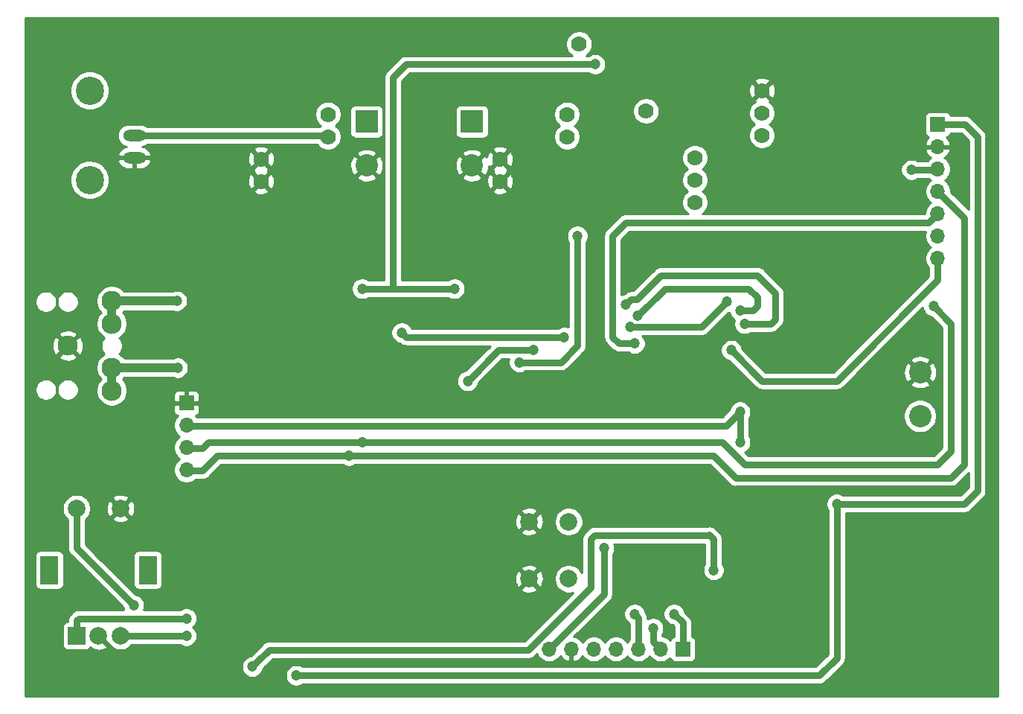
<source format=gbl>
G04 #@! TF.GenerationSoftware,KiCad,Pcbnew,5.1.5+dfsg1-2build2*
G04 #@! TF.CreationDate,2022-10-18T16:04:19-04:00*
G04 #@! TF.ProjectId,Tayloe-Mixer-v3,5461796c-6f65-42d4-9d69-7865722d7633,rev?*
G04 #@! TF.SameCoordinates,Original*
G04 #@! TF.FileFunction,Copper,L2,Bot*
G04 #@! TF.FilePolarity,Positive*
%FSLAX46Y46*%
G04 Gerber Fmt 4.6, Leading zero omitted, Abs format (unit mm)*
G04 Created by KiCad (PCBNEW 5.1.5+dfsg1-2build2) date 2022-10-18 16:04:19*
%MOMM*%
%LPD*%
G04 APERTURE LIST*
%ADD10C,2.540000*%
%ADD11O,1.700000X1.700000*%
%ADD12R,1.700000X1.700000*%
%ADD13R,2.540000X2.540000*%
%ADD14C,1.778000*%
%ADD15O,2.616000X1.308000*%
%ADD16C,3.216000*%
%ADD17R,2.000000X2.000000*%
%ADD18C,2.000000*%
%ADD19R,2.000000X3.200000*%
%ADD20C,2.300000*%
%ADD21C,1.200000*%
%ADD22C,0.750000*%
%ADD23C,1.000000*%
%ADD24C,0.254000*%
G04 APERTURE END LIST*
D10*
X147000000Y-66000000D03*
X147000000Y-71000000D03*
D11*
X63500000Y-77120000D03*
X63500000Y-74580000D03*
X63500000Y-72040000D03*
D12*
X63500000Y-69500000D03*
D11*
X104760000Y-97500000D03*
X107300000Y-97500000D03*
X109840000Y-97500000D03*
X112380000Y-97500000D03*
X114920000Y-97500000D03*
X117460000Y-97500000D03*
D12*
X120000000Y-97500000D03*
D13*
X96000000Y-37500000D03*
D10*
X96000000Y-42500000D03*
D13*
X84000000Y-37500000D03*
D10*
X84000000Y-42500000D03*
D11*
X149000000Y-47990000D03*
X149000000Y-42910000D03*
D12*
X149000000Y-37830000D03*
D11*
X149000000Y-45450000D03*
X149000000Y-50530000D03*
X149000000Y-40370000D03*
X149000000Y-53070000D03*
D14*
X121380000Y-44160000D03*
X121380000Y-46700000D03*
X129000000Y-36540000D03*
X121380000Y-41620000D03*
X129000000Y-34000000D03*
X129000000Y-39080000D03*
X106810000Y-39230000D03*
X99190000Y-44310000D03*
X106810000Y-36690000D03*
X99190000Y-41770000D03*
X79620000Y-39230000D03*
X72000000Y-44310000D03*
X79620000Y-36690000D03*
X72000000Y-41770000D03*
D15*
X57580000Y-39080000D03*
X57580000Y-41620000D03*
D16*
X52500000Y-44160000D03*
X52500000Y-34000000D03*
D17*
X51000000Y-96000000D03*
D18*
X53500000Y-96000000D03*
X56000000Y-96000000D03*
D19*
X47900000Y-88500000D03*
X59100000Y-88500000D03*
D18*
X51000000Y-81500000D03*
X56000000Y-81500000D03*
X102500000Y-83000000D03*
X107000000Y-83000000D03*
X102500000Y-89500000D03*
X107000000Y-89500000D03*
D14*
X108190000Y-28690000D03*
X115810000Y-36310000D03*
D20*
X55000000Y-57900000D03*
X50000000Y-63000000D03*
X55000000Y-68100000D03*
X55000000Y-65500000D03*
X55000000Y-60500000D03*
D21*
X129500000Y-84000000D03*
X89000000Y-68000000D03*
X121500000Y-51000000D03*
X102000000Y-59500000D03*
X103500000Y-70000000D03*
X126500000Y-74000000D03*
X126500000Y-70500000D03*
X83500000Y-56500000D03*
X94000000Y-56500000D03*
X110000000Y-31000000D03*
X137500000Y-81000000D03*
X76000000Y-100500000D03*
X95500000Y-67000000D03*
X103000000Y-63500000D03*
X62500000Y-65500000D03*
X62400000Y-57900000D03*
X83500000Y-74000000D03*
X148500000Y-58500000D03*
X146000000Y-43000000D03*
X82000000Y-75500000D03*
X111000000Y-86000000D03*
X119000000Y-93500000D03*
X63500000Y-94000000D03*
X63500000Y-96000000D03*
X57500000Y-92500000D03*
X116610001Y-95110001D03*
X114500000Y-93500000D03*
X126500000Y-59000000D03*
X114885000Y-59615000D03*
X127000000Y-60500000D03*
X113500000Y-58345000D03*
X125000000Y-58000000D03*
X114000000Y-60885000D03*
X88000000Y-61500000D03*
X106500000Y-62000000D03*
X101375000Y-64875000D03*
X108000000Y-50500000D03*
X114500000Y-62755000D03*
X125500000Y-63500000D03*
X71000000Y-99500000D03*
X123500000Y-88500000D03*
D22*
X126500000Y-70500000D02*
X126500000Y-74000000D01*
X124880000Y-72120000D02*
X126500000Y-70500000D01*
X64000000Y-72120000D02*
X124880000Y-72120000D01*
X94000000Y-56500000D02*
X94000000Y-56500000D01*
X110000000Y-31000000D02*
X110000000Y-31000000D01*
X110000000Y-31000000D02*
X88500000Y-31000000D01*
X88500000Y-31000000D02*
X87000000Y-32500000D01*
X87000000Y-32500000D02*
X87000000Y-53500000D01*
X87000000Y-53500000D02*
X87000000Y-56500000D01*
X87000000Y-56500000D02*
X94000000Y-56500000D01*
X83500000Y-56500000D02*
X87000000Y-56500000D01*
X137500000Y-81000000D02*
X137500000Y-81000000D01*
X153500000Y-79500000D02*
X153500000Y-39230000D01*
X152000000Y-81000000D02*
X153500000Y-79500000D01*
X137500000Y-81000000D02*
X152000000Y-81000000D01*
X137500000Y-81000000D02*
X137500000Y-98000000D01*
X137500000Y-98000000D02*
X137500000Y-98500000D01*
X137500000Y-98500000D02*
X135500000Y-100500000D01*
X135500000Y-100500000D02*
X76000000Y-100500000D01*
X76000000Y-100500000D02*
X76000000Y-100500000D01*
X152100000Y-37830000D02*
X153500000Y-39230000D01*
X149000000Y-37830000D02*
X152100000Y-37830000D01*
X99000000Y-63500000D02*
X95500000Y-67000000D01*
X99000000Y-63500000D02*
X103000000Y-63500000D01*
D23*
X55000000Y-68100000D02*
X55000000Y-65500000D01*
X55000000Y-65500000D02*
X62500000Y-65500000D01*
X62500000Y-65500000D02*
X62500000Y-65500000D01*
X55000000Y-60500000D02*
X55000000Y-57900000D01*
X55000000Y-57900000D02*
X62400000Y-57900000D01*
X62400000Y-57900000D02*
X62400000Y-57900000D01*
D22*
X83500000Y-74000000D02*
X83500000Y-74000000D01*
X64000000Y-74660000D02*
X65329077Y-74660000D01*
X65329077Y-74660000D02*
X65989077Y-74000000D01*
X65989077Y-74000000D02*
X83500000Y-74000000D01*
X83500000Y-74000000D02*
X124500000Y-74000000D01*
X124500000Y-74000000D02*
X127000000Y-76500000D01*
X127000000Y-76500000D02*
X149000000Y-76500000D01*
X149000000Y-76500000D02*
X150500000Y-75000000D01*
X150500000Y-75000000D02*
X150500000Y-60500000D01*
X150500000Y-60500000D02*
X148500000Y-58500000D01*
X148500000Y-58500000D02*
X148500000Y-58500000D01*
X148910000Y-43000000D02*
X149000000Y-42910000D01*
X146000000Y-43000000D02*
X148910000Y-43000000D01*
X82000000Y-75500000D02*
X82000000Y-75500000D01*
X64000000Y-77200000D02*
X65329077Y-77200000D01*
X65329077Y-77200000D02*
X67029077Y-75500000D01*
X67029077Y-75500000D02*
X82000000Y-75500000D01*
X152000000Y-48450000D02*
X149000000Y-45450000D01*
X152000000Y-76500000D02*
X152000000Y-48450000D01*
X150500000Y-78000000D02*
X152000000Y-76500000D01*
X126000000Y-78000000D02*
X150500000Y-78000000D01*
X123500000Y-75500000D02*
X126000000Y-78000000D01*
X82000000Y-75500000D02*
X123500000Y-75500000D01*
X111000000Y-91260000D02*
X111000000Y-86000000D01*
X104760000Y-97500000D02*
X111000000Y-91260000D01*
X120000000Y-94500000D02*
X119000000Y-93500000D01*
X120000000Y-97500000D02*
X120000000Y-94500000D01*
X51000000Y-94250000D02*
X51250000Y-94000000D01*
X51000000Y-96000000D02*
X51000000Y-94250000D01*
X51250000Y-94000000D02*
X63500000Y-94000000D01*
X63500000Y-94000000D02*
X63500000Y-94000000D01*
X56000000Y-96000000D02*
X63500000Y-96000000D01*
X63500000Y-96000000D02*
X63500000Y-96000000D01*
X51000000Y-81500000D02*
X51000000Y-86000000D01*
X51000000Y-86000000D02*
X57500000Y-92500000D01*
X57500000Y-92500000D02*
X57500000Y-92500000D01*
X117460000Y-97500000D02*
X116610001Y-96650001D01*
X116610001Y-96650001D02*
X116610001Y-95110001D01*
X116610001Y-95110001D02*
X116610001Y-95110001D01*
X114920000Y-97500000D02*
X114920000Y-93920000D01*
X114920000Y-93920000D02*
X114500000Y-93500000D01*
X114500000Y-93500000D02*
X114500000Y-93500000D01*
X114885000Y-59615000D02*
X118000000Y-56500000D01*
X118000000Y-56500000D02*
X127500000Y-56500000D01*
X127500000Y-56500000D02*
X128500000Y-57500000D01*
X128500000Y-57500000D02*
X128500000Y-58500000D01*
X128000000Y-59000000D02*
X126500000Y-59000000D01*
X128500000Y-58500000D02*
X128000000Y-59000000D01*
X114099999Y-57745001D02*
X114754999Y-57745001D01*
X113500000Y-58345000D02*
X114099999Y-57745001D01*
X114754999Y-57745001D02*
X117500000Y-55000000D01*
X117500000Y-55000000D02*
X128500000Y-55000000D01*
X128500000Y-55000000D02*
X130500000Y-57000000D01*
X130500000Y-57000000D02*
X130500000Y-60000000D01*
X130000000Y-60500000D02*
X127000000Y-60500000D01*
X130500000Y-60000000D02*
X130000000Y-60500000D01*
X122115000Y-60885000D02*
X125000000Y-58000000D01*
X114000000Y-60885000D02*
X122115000Y-60885000D01*
X88500000Y-62000000D02*
X88000000Y-61500000D01*
X106500000Y-62000000D02*
X88500000Y-62000000D01*
X108000000Y-50500000D02*
X108000000Y-63000000D01*
X106125000Y-64875000D02*
X101375000Y-64875000D01*
X108000000Y-63000000D02*
X106125000Y-64875000D01*
X79470000Y-39080000D02*
X79620000Y-39230000D01*
X57580000Y-39080000D02*
X79470000Y-39080000D01*
X112000000Y-50500000D02*
X112000000Y-62000000D01*
X112000000Y-62000000D02*
X112755000Y-62755000D01*
X113500000Y-49000000D02*
X112000000Y-50500000D01*
X147990000Y-49000000D02*
X113500000Y-49000000D01*
X112755000Y-62755000D02*
X114500000Y-62755000D01*
X149000000Y-47990000D02*
X147990000Y-49000000D01*
X149000000Y-53070000D02*
X149000000Y-55500000D01*
X149000000Y-55500000D02*
X137500000Y-67000000D01*
X137500000Y-67000000D02*
X129000000Y-67000000D01*
X129000000Y-67000000D02*
X125500000Y-63500000D01*
X125500000Y-63500000D02*
X125500000Y-63500000D01*
X71599999Y-98900001D02*
X71000000Y-99500000D01*
X102424999Y-97575001D02*
X72924999Y-97575001D01*
X109500000Y-90500000D02*
X102424999Y-97575001D01*
X109500000Y-85000000D02*
X109500000Y-90500000D01*
X72924999Y-97575001D02*
X71599999Y-98900001D01*
X109924999Y-84575001D02*
X109500000Y-85000000D01*
X122924999Y-84575001D02*
X109924999Y-84575001D01*
X123000000Y-84500000D02*
X122924999Y-84575001D01*
X123500000Y-85000000D02*
X123000000Y-84500000D01*
X123500000Y-88500000D02*
X123500000Y-85000000D01*
D24*
G36*
X155815001Y-102815000D02*
G01*
X45185000Y-102815000D01*
X45185000Y-99378363D01*
X69765000Y-99378363D01*
X69765000Y-99621637D01*
X69812460Y-99860236D01*
X69905557Y-100084992D01*
X70040713Y-100287267D01*
X70212733Y-100459287D01*
X70415008Y-100594443D01*
X70639764Y-100687540D01*
X70878363Y-100735000D01*
X71121637Y-100735000D01*
X71360236Y-100687540D01*
X71584992Y-100594443D01*
X71787267Y-100459287D01*
X71959287Y-100287267D01*
X72094443Y-100084992D01*
X72187540Y-99860236D01*
X72217192Y-99711163D01*
X72349255Y-99579100D01*
X73343355Y-98585001D01*
X102375391Y-98585001D01*
X102424999Y-98589887D01*
X102622993Y-98570386D01*
X102644572Y-98563840D01*
X102813379Y-98512633D01*
X102988839Y-98418848D01*
X103142632Y-98292634D01*
X103174260Y-98254095D01*
X103379847Y-98048508D01*
X103444010Y-98203411D01*
X103606525Y-98446632D01*
X103813368Y-98653475D01*
X104056589Y-98815990D01*
X104326842Y-98927932D01*
X104613740Y-98985000D01*
X104906260Y-98985000D01*
X105193158Y-98927932D01*
X105463411Y-98815990D01*
X105706632Y-98653475D01*
X105913475Y-98446632D01*
X106035195Y-98264466D01*
X106104822Y-98381355D01*
X106299731Y-98597588D01*
X106533080Y-98771641D01*
X106795901Y-98896825D01*
X106943110Y-98941476D01*
X107173000Y-98820155D01*
X107173000Y-97627000D01*
X107153000Y-97627000D01*
X107153000Y-97373000D01*
X107173000Y-97373000D01*
X107173000Y-97353000D01*
X107427000Y-97353000D01*
X107427000Y-97373000D01*
X107447000Y-97373000D01*
X107447000Y-97627000D01*
X107427000Y-97627000D01*
X107427000Y-98820155D01*
X107656890Y-98941476D01*
X107804099Y-98896825D01*
X108066920Y-98771641D01*
X108300269Y-98597588D01*
X108495178Y-98381355D01*
X108564805Y-98264466D01*
X108686525Y-98446632D01*
X108893368Y-98653475D01*
X109136589Y-98815990D01*
X109406842Y-98927932D01*
X109693740Y-98985000D01*
X109986260Y-98985000D01*
X110273158Y-98927932D01*
X110543411Y-98815990D01*
X110786632Y-98653475D01*
X110993475Y-98446632D01*
X111110000Y-98272240D01*
X111226525Y-98446632D01*
X111433368Y-98653475D01*
X111676589Y-98815990D01*
X111946842Y-98927932D01*
X112233740Y-98985000D01*
X112526260Y-98985000D01*
X112813158Y-98927932D01*
X113083411Y-98815990D01*
X113326632Y-98653475D01*
X113533475Y-98446632D01*
X113650000Y-98272240D01*
X113766525Y-98446632D01*
X113973368Y-98653475D01*
X114216589Y-98815990D01*
X114486842Y-98927932D01*
X114773740Y-98985000D01*
X115066260Y-98985000D01*
X115353158Y-98927932D01*
X115623411Y-98815990D01*
X115866632Y-98653475D01*
X116073475Y-98446632D01*
X116190000Y-98272240D01*
X116306525Y-98446632D01*
X116513368Y-98653475D01*
X116756589Y-98815990D01*
X117026842Y-98927932D01*
X117313740Y-98985000D01*
X117606260Y-98985000D01*
X117893158Y-98927932D01*
X118163411Y-98815990D01*
X118406632Y-98653475D01*
X118538487Y-98521620D01*
X118560498Y-98594180D01*
X118619463Y-98704494D01*
X118698815Y-98801185D01*
X118795506Y-98880537D01*
X118905820Y-98939502D01*
X119025518Y-98975812D01*
X119150000Y-98988072D01*
X120850000Y-98988072D01*
X120974482Y-98975812D01*
X121094180Y-98939502D01*
X121204494Y-98880537D01*
X121301185Y-98801185D01*
X121380537Y-98704494D01*
X121439502Y-98594180D01*
X121475812Y-98474482D01*
X121488072Y-98350000D01*
X121488072Y-96650000D01*
X121475812Y-96525518D01*
X121439502Y-96405820D01*
X121380537Y-96295506D01*
X121301185Y-96198815D01*
X121204494Y-96119463D01*
X121094180Y-96060498D01*
X121010000Y-96034962D01*
X121010000Y-94549608D01*
X121014886Y-94500000D01*
X120995385Y-94302005D01*
X120937632Y-94111620D01*
X120886286Y-94015558D01*
X120843847Y-93936160D01*
X120717633Y-93782367D01*
X120679099Y-93750743D01*
X120217192Y-93288837D01*
X120187540Y-93139764D01*
X120094443Y-92915008D01*
X119959287Y-92712733D01*
X119787267Y-92540713D01*
X119584992Y-92405557D01*
X119360236Y-92312460D01*
X119121637Y-92265000D01*
X118878363Y-92265000D01*
X118639764Y-92312460D01*
X118415008Y-92405557D01*
X118212733Y-92540713D01*
X118040713Y-92712733D01*
X117905557Y-92915008D01*
X117812460Y-93139764D01*
X117765000Y-93378363D01*
X117765000Y-93621637D01*
X117812460Y-93860236D01*
X117905557Y-94084992D01*
X118040713Y-94287267D01*
X118212733Y-94459287D01*
X118415008Y-94594443D01*
X118639764Y-94687540D01*
X118788837Y-94717192D01*
X118990001Y-94918357D01*
X118990000Y-96034962D01*
X118905820Y-96060498D01*
X118795506Y-96119463D01*
X118698815Y-96198815D01*
X118619463Y-96295506D01*
X118560498Y-96405820D01*
X118538487Y-96478380D01*
X118406632Y-96346525D01*
X118163411Y-96184010D01*
X117893158Y-96072068D01*
X117620001Y-96017733D01*
X117620001Y-95821371D01*
X117704444Y-95694993D01*
X117797541Y-95470237D01*
X117845001Y-95231638D01*
X117845001Y-94988364D01*
X117797541Y-94749765D01*
X117704444Y-94525009D01*
X117569288Y-94322734D01*
X117397268Y-94150714D01*
X117194993Y-94015558D01*
X116970237Y-93922461D01*
X116731638Y-93875001D01*
X116488364Y-93875001D01*
X116249765Y-93922461D01*
X116025009Y-94015558D01*
X115930000Y-94079041D01*
X115930000Y-93969608D01*
X115934886Y-93920000D01*
X115915385Y-93722005D01*
X115857632Y-93531620D01*
X115763847Y-93356160D01*
X115719942Y-93302661D01*
X115687540Y-93139764D01*
X115594443Y-92915008D01*
X115459287Y-92712733D01*
X115287267Y-92540713D01*
X115084992Y-92405557D01*
X114860236Y-92312460D01*
X114621637Y-92265000D01*
X114378363Y-92265000D01*
X114139764Y-92312460D01*
X113915008Y-92405557D01*
X113712733Y-92540713D01*
X113540713Y-92712733D01*
X113405557Y-92915008D01*
X113312460Y-93139764D01*
X113265000Y-93378363D01*
X113265000Y-93621637D01*
X113312460Y-93860236D01*
X113405557Y-94084992D01*
X113540713Y-94287267D01*
X113712733Y-94459287D01*
X113910001Y-94591097D01*
X113910000Y-96409893D01*
X113766525Y-96553368D01*
X113650000Y-96727760D01*
X113533475Y-96553368D01*
X113326632Y-96346525D01*
X113083411Y-96184010D01*
X112813158Y-96072068D01*
X112526260Y-96015000D01*
X112233740Y-96015000D01*
X111946842Y-96072068D01*
X111676589Y-96184010D01*
X111433368Y-96346525D01*
X111226525Y-96553368D01*
X111110000Y-96727760D01*
X110993475Y-96553368D01*
X110786632Y-96346525D01*
X110543411Y-96184010D01*
X110273158Y-96072068D01*
X109986260Y-96015000D01*
X109693740Y-96015000D01*
X109406842Y-96072068D01*
X109136589Y-96184010D01*
X108893368Y-96346525D01*
X108686525Y-96553368D01*
X108564805Y-96735534D01*
X108495178Y-96618645D01*
X108300269Y-96402412D01*
X108066920Y-96228359D01*
X107804099Y-96103175D01*
X107656890Y-96058524D01*
X107599595Y-96088761D01*
X111679100Y-92009256D01*
X111717633Y-91977633D01*
X111843847Y-91823840D01*
X111937632Y-91648380D01*
X111937632Y-91648379D01*
X111995385Y-91457995D01*
X112014886Y-91260000D01*
X112010000Y-91210392D01*
X112010000Y-86711370D01*
X112094443Y-86584992D01*
X112187540Y-86360236D01*
X112235000Y-86121637D01*
X112235000Y-85878363D01*
X112187540Y-85639764D01*
X112164856Y-85585001D01*
X122490001Y-85585001D01*
X122490000Y-87788630D01*
X122405557Y-87915008D01*
X122312460Y-88139764D01*
X122265000Y-88378363D01*
X122265000Y-88621637D01*
X122312460Y-88860236D01*
X122405557Y-89084992D01*
X122540713Y-89287267D01*
X122712733Y-89459287D01*
X122915008Y-89594443D01*
X123139764Y-89687540D01*
X123378363Y-89735000D01*
X123621637Y-89735000D01*
X123860236Y-89687540D01*
X124084992Y-89594443D01*
X124287267Y-89459287D01*
X124459287Y-89287267D01*
X124594443Y-89084992D01*
X124687540Y-88860236D01*
X124735000Y-88621637D01*
X124735000Y-88378363D01*
X124687540Y-88139764D01*
X124594443Y-87915008D01*
X124510000Y-87788630D01*
X124510000Y-85049608D01*
X124514886Y-85000000D01*
X124495385Y-84802005D01*
X124437632Y-84611620D01*
X124418059Y-84575001D01*
X124343847Y-84436160D01*
X124217633Y-84282367D01*
X124179094Y-84250739D01*
X123749252Y-83820897D01*
X123717632Y-83782368D01*
X123679103Y-83750748D01*
X123679099Y-83750744D01*
X123563840Y-83656154D01*
X123388379Y-83562368D01*
X123197994Y-83504615D01*
X123000000Y-83485114D01*
X122999999Y-83485114D01*
X122980498Y-83487035D01*
X122802006Y-83504615D01*
X122611621Y-83562368D01*
X122606695Y-83565001D01*
X109974603Y-83565001D01*
X109924998Y-83560115D01*
X109875393Y-83565001D01*
X109875391Y-83565001D01*
X109727005Y-83579616D01*
X109536619Y-83637369D01*
X109361159Y-83731154D01*
X109207366Y-83857368D01*
X109175734Y-83895912D01*
X108820907Y-84250738D01*
X108782367Y-84282367D01*
X108656153Y-84436160D01*
X108622030Y-84500001D01*
X108562368Y-84611621D01*
X108504615Y-84802006D01*
X108485114Y-85000000D01*
X108490000Y-85049608D01*
X108490001Y-88824719D01*
X108448918Y-88725537D01*
X108269987Y-88457748D01*
X108042252Y-88230013D01*
X107774463Y-88051082D01*
X107476912Y-87927832D01*
X107161033Y-87865000D01*
X106838967Y-87865000D01*
X106523088Y-87927832D01*
X106225537Y-88051082D01*
X105957748Y-88230013D01*
X105730013Y-88457748D01*
X105551082Y-88725537D01*
X105427832Y-89023088D01*
X105365000Y-89338967D01*
X105365000Y-89661033D01*
X105427832Y-89976912D01*
X105551082Y-90274463D01*
X105730013Y-90542252D01*
X105957748Y-90769987D01*
X106225537Y-90948918D01*
X106523088Y-91072168D01*
X106838967Y-91135000D01*
X107161033Y-91135000D01*
X107476912Y-91072168D01*
X107515433Y-91056212D01*
X102006644Y-96565001D01*
X72974607Y-96565001D01*
X72924999Y-96560115D01*
X72727004Y-96579616D01*
X72536619Y-96637369D01*
X72361159Y-96731154D01*
X72207366Y-96857368D01*
X72175742Y-96895902D01*
X70920900Y-98150745D01*
X70788837Y-98282808D01*
X70639764Y-98312460D01*
X70415008Y-98405557D01*
X70212733Y-98540713D01*
X70040713Y-98712733D01*
X69905557Y-98915008D01*
X69812460Y-99139764D01*
X69765000Y-99378363D01*
X45185000Y-99378363D01*
X45185000Y-95000000D01*
X49361928Y-95000000D01*
X49361928Y-97000000D01*
X49374188Y-97124482D01*
X49410498Y-97244180D01*
X49469463Y-97354494D01*
X49548815Y-97451185D01*
X49645506Y-97530537D01*
X49755820Y-97589502D01*
X49875518Y-97625812D01*
X50000000Y-97638072D01*
X52000000Y-97638072D01*
X52124482Y-97625812D01*
X52244180Y-97589502D01*
X52354494Y-97530537D01*
X52451185Y-97451185D01*
X52530537Y-97354494D01*
X52585976Y-97250777D01*
X52639956Y-97399814D01*
X52929571Y-97540704D01*
X53241108Y-97622384D01*
X53562595Y-97641718D01*
X53881675Y-97597961D01*
X54186088Y-97492795D01*
X54360044Y-97399814D01*
X54455808Y-97135413D01*
X53500000Y-96179605D01*
X53485858Y-96193748D01*
X53306253Y-96014143D01*
X53320395Y-96000000D01*
X53306253Y-95985858D01*
X53485858Y-95806253D01*
X53500000Y-95820395D01*
X53514143Y-95806253D01*
X53693748Y-95985858D01*
X53679605Y-96000000D01*
X54635413Y-96955808D01*
X54665075Y-96945065D01*
X54730013Y-97042252D01*
X54957748Y-97269987D01*
X55225537Y-97448918D01*
X55523088Y-97572168D01*
X55838967Y-97635000D01*
X56161033Y-97635000D01*
X56476912Y-97572168D01*
X56774463Y-97448918D01*
X57042252Y-97269987D01*
X57269987Y-97042252D01*
X57291537Y-97010000D01*
X62788630Y-97010000D01*
X62915008Y-97094443D01*
X63139764Y-97187540D01*
X63378363Y-97235000D01*
X63621637Y-97235000D01*
X63860236Y-97187540D01*
X64084992Y-97094443D01*
X64287267Y-96959287D01*
X64459287Y-96787267D01*
X64594443Y-96584992D01*
X64687540Y-96360236D01*
X64735000Y-96121637D01*
X64735000Y-95878363D01*
X64687540Y-95639764D01*
X64594443Y-95415008D01*
X64459287Y-95212733D01*
X64287267Y-95040713D01*
X64226336Y-95000000D01*
X64287267Y-94959287D01*
X64459287Y-94787267D01*
X64594443Y-94584992D01*
X64687540Y-94360236D01*
X64735000Y-94121637D01*
X64735000Y-93878363D01*
X64687540Y-93639764D01*
X64594443Y-93415008D01*
X64459287Y-93212733D01*
X64287267Y-93040713D01*
X64084992Y-92905557D01*
X63860236Y-92812460D01*
X63621637Y-92765000D01*
X63378363Y-92765000D01*
X63139764Y-92812460D01*
X62915008Y-92905557D01*
X62788630Y-92990000D01*
X58633790Y-92990000D01*
X58687540Y-92860236D01*
X58735000Y-92621637D01*
X58735000Y-92378363D01*
X58687540Y-92139764D01*
X58594443Y-91915008D01*
X58459287Y-91712733D01*
X58287267Y-91540713D01*
X58084992Y-91405557D01*
X57860236Y-91312460D01*
X57711163Y-91282808D01*
X53328355Y-86900000D01*
X57461928Y-86900000D01*
X57461928Y-90100000D01*
X57474188Y-90224482D01*
X57510498Y-90344180D01*
X57569463Y-90454494D01*
X57648815Y-90551185D01*
X57745506Y-90630537D01*
X57855820Y-90689502D01*
X57975518Y-90725812D01*
X58100000Y-90738072D01*
X60100000Y-90738072D01*
X60224482Y-90725812D01*
X60344180Y-90689502D01*
X60445371Y-90635413D01*
X101544192Y-90635413D01*
X101639956Y-90899814D01*
X101929571Y-91040704D01*
X102241108Y-91122384D01*
X102562595Y-91141718D01*
X102881675Y-91097961D01*
X103186088Y-90992795D01*
X103360044Y-90899814D01*
X103455808Y-90635413D01*
X102500000Y-89679605D01*
X101544192Y-90635413D01*
X60445371Y-90635413D01*
X60454494Y-90630537D01*
X60551185Y-90551185D01*
X60630537Y-90454494D01*
X60689502Y-90344180D01*
X60725812Y-90224482D01*
X60738072Y-90100000D01*
X60738072Y-89562595D01*
X100858282Y-89562595D01*
X100902039Y-89881675D01*
X101007205Y-90186088D01*
X101100186Y-90360044D01*
X101364587Y-90455808D01*
X102320395Y-89500000D01*
X102679605Y-89500000D01*
X103635413Y-90455808D01*
X103899814Y-90360044D01*
X104040704Y-90070429D01*
X104122384Y-89758892D01*
X104141718Y-89437405D01*
X104097961Y-89118325D01*
X103992795Y-88813912D01*
X103899814Y-88639956D01*
X103635413Y-88544192D01*
X102679605Y-89500000D01*
X102320395Y-89500000D01*
X101364587Y-88544192D01*
X101100186Y-88639956D01*
X100959296Y-88929571D01*
X100877616Y-89241108D01*
X100858282Y-89562595D01*
X60738072Y-89562595D01*
X60738072Y-88364587D01*
X101544192Y-88364587D01*
X102500000Y-89320395D01*
X103455808Y-88364587D01*
X103360044Y-88100186D01*
X103070429Y-87959296D01*
X102758892Y-87877616D01*
X102437405Y-87858282D01*
X102118325Y-87902039D01*
X101813912Y-88007205D01*
X101639956Y-88100186D01*
X101544192Y-88364587D01*
X60738072Y-88364587D01*
X60738072Y-86900000D01*
X60725812Y-86775518D01*
X60689502Y-86655820D01*
X60630537Y-86545506D01*
X60551185Y-86448815D01*
X60454494Y-86369463D01*
X60344180Y-86310498D01*
X60224482Y-86274188D01*
X60100000Y-86261928D01*
X58100000Y-86261928D01*
X57975518Y-86274188D01*
X57855820Y-86310498D01*
X57745506Y-86369463D01*
X57648815Y-86448815D01*
X57569463Y-86545506D01*
X57510498Y-86655820D01*
X57474188Y-86775518D01*
X57461928Y-86900000D01*
X53328355Y-86900000D01*
X52010000Y-85581645D01*
X52010000Y-84135413D01*
X101544192Y-84135413D01*
X101639956Y-84399814D01*
X101929571Y-84540704D01*
X102241108Y-84622384D01*
X102562595Y-84641718D01*
X102881675Y-84597961D01*
X103186088Y-84492795D01*
X103360044Y-84399814D01*
X103455808Y-84135413D01*
X102500000Y-83179605D01*
X101544192Y-84135413D01*
X52010000Y-84135413D01*
X52010000Y-82791537D01*
X52042252Y-82769987D01*
X52176826Y-82635413D01*
X55044192Y-82635413D01*
X55139956Y-82899814D01*
X55429571Y-83040704D01*
X55741108Y-83122384D01*
X56062595Y-83141718D01*
X56381675Y-83097961D01*
X56484045Y-83062595D01*
X100858282Y-83062595D01*
X100902039Y-83381675D01*
X101007205Y-83686088D01*
X101100186Y-83860044D01*
X101364587Y-83955808D01*
X102320395Y-83000000D01*
X102679605Y-83000000D01*
X103635413Y-83955808D01*
X103899814Y-83860044D01*
X104040704Y-83570429D01*
X104122384Y-83258892D01*
X104141718Y-82937405D01*
X104128219Y-82838967D01*
X105365000Y-82838967D01*
X105365000Y-83161033D01*
X105427832Y-83476912D01*
X105551082Y-83774463D01*
X105730013Y-84042252D01*
X105957748Y-84269987D01*
X106225537Y-84448918D01*
X106523088Y-84572168D01*
X106838967Y-84635000D01*
X107161033Y-84635000D01*
X107476912Y-84572168D01*
X107774463Y-84448918D01*
X108042252Y-84269987D01*
X108269987Y-84042252D01*
X108448918Y-83774463D01*
X108572168Y-83476912D01*
X108635000Y-83161033D01*
X108635000Y-82838967D01*
X108572168Y-82523088D01*
X108448918Y-82225537D01*
X108269987Y-81957748D01*
X108042252Y-81730013D01*
X107774463Y-81551082D01*
X107476912Y-81427832D01*
X107161033Y-81365000D01*
X106838967Y-81365000D01*
X106523088Y-81427832D01*
X106225537Y-81551082D01*
X105957748Y-81730013D01*
X105730013Y-81957748D01*
X105551082Y-82225537D01*
X105427832Y-82523088D01*
X105365000Y-82838967D01*
X104128219Y-82838967D01*
X104097961Y-82618325D01*
X103992795Y-82313912D01*
X103899814Y-82139956D01*
X103635413Y-82044192D01*
X102679605Y-83000000D01*
X102320395Y-83000000D01*
X101364587Y-82044192D01*
X101100186Y-82139956D01*
X100959296Y-82429571D01*
X100877616Y-82741108D01*
X100858282Y-83062595D01*
X56484045Y-83062595D01*
X56686088Y-82992795D01*
X56860044Y-82899814D01*
X56955808Y-82635413D01*
X56000000Y-81679605D01*
X55044192Y-82635413D01*
X52176826Y-82635413D01*
X52269987Y-82542252D01*
X52448918Y-82274463D01*
X52572168Y-81976912D01*
X52635000Y-81661033D01*
X52635000Y-81562595D01*
X54358282Y-81562595D01*
X54402039Y-81881675D01*
X54507205Y-82186088D01*
X54600186Y-82360044D01*
X54864587Y-82455808D01*
X55820395Y-81500000D01*
X56179605Y-81500000D01*
X57135413Y-82455808D01*
X57399814Y-82360044D01*
X57540704Y-82070429D01*
X57594672Y-81864587D01*
X101544192Y-81864587D01*
X102500000Y-82820395D01*
X103455808Y-81864587D01*
X103360044Y-81600186D01*
X103070429Y-81459296D01*
X102758892Y-81377616D01*
X102437405Y-81358282D01*
X102118325Y-81402039D01*
X101813912Y-81507205D01*
X101639956Y-81600186D01*
X101544192Y-81864587D01*
X57594672Y-81864587D01*
X57622384Y-81758892D01*
X57641718Y-81437405D01*
X57597961Y-81118325D01*
X57492795Y-80813912D01*
X57399814Y-80639956D01*
X57135413Y-80544192D01*
X56179605Y-81500000D01*
X55820395Y-81500000D01*
X54864587Y-80544192D01*
X54600186Y-80639956D01*
X54459296Y-80929571D01*
X54377616Y-81241108D01*
X54358282Y-81562595D01*
X52635000Y-81562595D01*
X52635000Y-81338967D01*
X52572168Y-81023088D01*
X52448918Y-80725537D01*
X52269987Y-80457748D01*
X52176826Y-80364587D01*
X55044192Y-80364587D01*
X56000000Y-81320395D01*
X56955808Y-80364587D01*
X56860044Y-80100186D01*
X56570429Y-79959296D01*
X56258892Y-79877616D01*
X55937405Y-79858282D01*
X55618325Y-79902039D01*
X55313912Y-80007205D01*
X55139956Y-80100186D01*
X55044192Y-80364587D01*
X52176826Y-80364587D01*
X52042252Y-80230013D01*
X51774463Y-80051082D01*
X51476912Y-79927832D01*
X51161033Y-79865000D01*
X50838967Y-79865000D01*
X50523088Y-79927832D01*
X50225537Y-80051082D01*
X49957748Y-80230013D01*
X49730013Y-80457748D01*
X49551082Y-80725537D01*
X49427832Y-81023088D01*
X49365000Y-81338967D01*
X49365000Y-81661033D01*
X49427832Y-81976912D01*
X49551082Y-82274463D01*
X49730013Y-82542252D01*
X49957748Y-82769987D01*
X49990000Y-82791537D01*
X49990001Y-85950382D01*
X49985114Y-86000000D01*
X50004615Y-86197994D01*
X50062368Y-86388379D01*
X50062369Y-86388380D01*
X50156154Y-86563840D01*
X50282368Y-86717633D01*
X50320901Y-86749256D01*
X56282808Y-92711163D01*
X56312460Y-92860236D01*
X56366210Y-92990000D01*
X51299604Y-92990000D01*
X51249999Y-92985114D01*
X51200394Y-92990000D01*
X51200392Y-92990000D01*
X51052006Y-93004615D01*
X50861620Y-93062368D01*
X50686160Y-93156153D01*
X50532367Y-93282367D01*
X50500736Y-93320910D01*
X50320903Y-93500743D01*
X50282368Y-93532367D01*
X50250745Y-93570900D01*
X50250744Y-93570901D01*
X50156154Y-93686160D01*
X50062368Y-93861621D01*
X50004615Y-94052006D01*
X49985114Y-94250000D01*
X49990001Y-94299617D01*
X49990001Y-94362913D01*
X49875518Y-94374188D01*
X49755820Y-94410498D01*
X49645506Y-94469463D01*
X49548815Y-94548815D01*
X49469463Y-94645506D01*
X49410498Y-94755820D01*
X49374188Y-94875518D01*
X49361928Y-95000000D01*
X45185000Y-95000000D01*
X45185000Y-86900000D01*
X46261928Y-86900000D01*
X46261928Y-90100000D01*
X46274188Y-90224482D01*
X46310498Y-90344180D01*
X46369463Y-90454494D01*
X46448815Y-90551185D01*
X46545506Y-90630537D01*
X46655820Y-90689502D01*
X46775518Y-90725812D01*
X46900000Y-90738072D01*
X48900000Y-90738072D01*
X49024482Y-90725812D01*
X49144180Y-90689502D01*
X49254494Y-90630537D01*
X49351185Y-90551185D01*
X49430537Y-90454494D01*
X49489502Y-90344180D01*
X49525812Y-90224482D01*
X49538072Y-90100000D01*
X49538072Y-86900000D01*
X49525812Y-86775518D01*
X49489502Y-86655820D01*
X49430537Y-86545506D01*
X49351185Y-86448815D01*
X49254494Y-86369463D01*
X49144180Y-86310498D01*
X49024482Y-86274188D01*
X48900000Y-86261928D01*
X46900000Y-86261928D01*
X46775518Y-86274188D01*
X46655820Y-86310498D01*
X46545506Y-86369463D01*
X46448815Y-86448815D01*
X46369463Y-86545506D01*
X46310498Y-86655820D01*
X46274188Y-86775518D01*
X46261928Y-86900000D01*
X45185000Y-86900000D01*
X45185000Y-70350000D01*
X62011928Y-70350000D01*
X62024188Y-70474482D01*
X62060498Y-70594180D01*
X62119463Y-70704494D01*
X62198815Y-70801185D01*
X62295506Y-70880537D01*
X62405820Y-70939502D01*
X62478380Y-70961513D01*
X62346525Y-71093368D01*
X62184010Y-71336589D01*
X62072068Y-71606842D01*
X62015000Y-71893740D01*
X62015000Y-72186260D01*
X62072068Y-72473158D01*
X62184010Y-72743411D01*
X62346525Y-72986632D01*
X62553368Y-73193475D01*
X62727760Y-73310000D01*
X62553368Y-73426525D01*
X62346525Y-73633368D01*
X62184010Y-73876589D01*
X62072068Y-74146842D01*
X62015000Y-74433740D01*
X62015000Y-74726260D01*
X62072068Y-75013158D01*
X62184010Y-75283411D01*
X62346525Y-75526632D01*
X62553368Y-75733475D01*
X62727760Y-75850000D01*
X62553368Y-75966525D01*
X62346525Y-76173368D01*
X62184010Y-76416589D01*
X62072068Y-76686842D01*
X62015000Y-76973740D01*
X62015000Y-77266260D01*
X62072068Y-77553158D01*
X62184010Y-77823411D01*
X62346525Y-78066632D01*
X62553368Y-78273475D01*
X62796589Y-78435990D01*
X63066842Y-78547932D01*
X63353740Y-78605000D01*
X63646260Y-78605000D01*
X63933158Y-78547932D01*
X64203411Y-78435990D01*
X64446632Y-78273475D01*
X64510107Y-78210000D01*
X65279469Y-78210000D01*
X65329077Y-78214886D01*
X65527071Y-78195385D01*
X65717457Y-78137632D01*
X65892917Y-78043847D01*
X66046710Y-77917633D01*
X66078338Y-77879094D01*
X67447432Y-76510000D01*
X81288630Y-76510000D01*
X81415008Y-76594443D01*
X81639764Y-76687540D01*
X81878363Y-76735000D01*
X82121637Y-76735000D01*
X82360236Y-76687540D01*
X82584992Y-76594443D01*
X82711370Y-76510000D01*
X123081645Y-76510000D01*
X125250744Y-78679100D01*
X125282367Y-78717633D01*
X125436160Y-78843847D01*
X125608866Y-78936160D01*
X125611620Y-78937632D01*
X125802005Y-78995385D01*
X126000000Y-79014886D01*
X126049608Y-79010000D01*
X150450392Y-79010000D01*
X150500000Y-79014886D01*
X150697994Y-78995385D01*
X150888380Y-78937632D01*
X151063840Y-78843847D01*
X151217633Y-78717633D01*
X151249261Y-78679094D01*
X152490000Y-77438355D01*
X152490000Y-79081645D01*
X151581645Y-79990000D01*
X138211370Y-79990000D01*
X138084992Y-79905557D01*
X137860236Y-79812460D01*
X137621637Y-79765000D01*
X137378363Y-79765000D01*
X137139764Y-79812460D01*
X136915008Y-79905557D01*
X136712733Y-80040713D01*
X136540713Y-80212733D01*
X136405557Y-80415008D01*
X136312460Y-80639764D01*
X136265000Y-80878363D01*
X136265000Y-81121637D01*
X136312460Y-81360236D01*
X136405557Y-81584992D01*
X136490000Y-81711370D01*
X136490001Y-97950383D01*
X136490000Y-97950393D01*
X136490000Y-98081645D01*
X135081645Y-99490000D01*
X76711370Y-99490000D01*
X76584992Y-99405557D01*
X76360236Y-99312460D01*
X76121637Y-99265000D01*
X75878363Y-99265000D01*
X75639764Y-99312460D01*
X75415008Y-99405557D01*
X75212733Y-99540713D01*
X75040713Y-99712733D01*
X74905557Y-99915008D01*
X74812460Y-100139764D01*
X74765000Y-100378363D01*
X74765000Y-100621637D01*
X74812460Y-100860236D01*
X74905557Y-101084992D01*
X75040713Y-101287267D01*
X75212733Y-101459287D01*
X75415008Y-101594443D01*
X75639764Y-101687540D01*
X75878363Y-101735000D01*
X76121637Y-101735000D01*
X76360236Y-101687540D01*
X76584992Y-101594443D01*
X76711370Y-101510000D01*
X135450392Y-101510000D01*
X135500000Y-101514886D01*
X135697994Y-101495385D01*
X135888380Y-101437632D01*
X136063840Y-101343847D01*
X136217633Y-101217633D01*
X136249261Y-101179094D01*
X138179094Y-99249261D01*
X138217633Y-99217633D01*
X138343847Y-99063840D01*
X138437632Y-98888380D01*
X138495385Y-98697993D01*
X138510000Y-98549607D01*
X138510000Y-98549606D01*
X138514886Y-98500001D01*
X138510000Y-98450396D01*
X138510000Y-82010000D01*
X151950392Y-82010000D01*
X152000000Y-82014886D01*
X152197994Y-81995385D01*
X152258891Y-81976912D01*
X152388380Y-81937632D01*
X152563840Y-81843847D01*
X152717633Y-81717633D01*
X152749261Y-81679094D01*
X154179094Y-80249261D01*
X154217633Y-80217633D01*
X154343847Y-80063840D01*
X154437632Y-79888380D01*
X154495385Y-79697994D01*
X154510000Y-79549608D01*
X154510000Y-79549606D01*
X154514886Y-79500001D01*
X154510000Y-79450396D01*
X154510000Y-39279608D01*
X154514886Y-39230000D01*
X154495385Y-39032005D01*
X154437632Y-38841620D01*
X154357456Y-38691621D01*
X154343847Y-38666160D01*
X154217633Y-38512367D01*
X154179099Y-38480743D01*
X152849261Y-37150906D01*
X152817633Y-37112367D01*
X152663840Y-36986153D01*
X152488380Y-36892368D01*
X152297994Y-36834615D01*
X152149608Y-36820000D01*
X152100000Y-36815114D01*
X152050392Y-36820000D01*
X150465038Y-36820000D01*
X150439502Y-36735820D01*
X150380537Y-36625506D01*
X150301185Y-36528815D01*
X150204494Y-36449463D01*
X150094180Y-36390498D01*
X149974482Y-36354188D01*
X149850000Y-36341928D01*
X148150000Y-36341928D01*
X148025518Y-36354188D01*
X147905820Y-36390498D01*
X147795506Y-36449463D01*
X147698815Y-36528815D01*
X147619463Y-36625506D01*
X147560498Y-36735820D01*
X147524188Y-36855518D01*
X147511928Y-36980000D01*
X147511928Y-38680000D01*
X147524188Y-38804482D01*
X147560498Y-38924180D01*
X147619463Y-39034494D01*
X147698815Y-39131185D01*
X147795506Y-39210537D01*
X147905820Y-39269502D01*
X147986466Y-39293966D01*
X147902412Y-39369731D01*
X147728359Y-39603080D01*
X147603175Y-39865901D01*
X147558524Y-40013110D01*
X147679845Y-40243000D01*
X148873000Y-40243000D01*
X148873000Y-40223000D01*
X149127000Y-40223000D01*
X149127000Y-40243000D01*
X150320155Y-40243000D01*
X150441476Y-40013110D01*
X150396825Y-39865901D01*
X150271641Y-39603080D01*
X150097588Y-39369731D01*
X150013534Y-39293966D01*
X150094180Y-39269502D01*
X150204494Y-39210537D01*
X150301185Y-39131185D01*
X150380537Y-39034494D01*
X150439502Y-38924180D01*
X150465038Y-38840000D01*
X151681645Y-38840000D01*
X152490001Y-39648357D01*
X152490001Y-47511645D01*
X150485000Y-45506645D01*
X150485000Y-45303740D01*
X150427932Y-45016842D01*
X150315990Y-44746589D01*
X150153475Y-44503368D01*
X149946632Y-44296525D01*
X149772240Y-44180000D01*
X149946632Y-44063475D01*
X150153475Y-43856632D01*
X150315990Y-43613411D01*
X150427932Y-43343158D01*
X150485000Y-43056260D01*
X150485000Y-42763740D01*
X150427932Y-42476842D01*
X150315990Y-42206589D01*
X150153475Y-41963368D01*
X149946632Y-41756525D01*
X149764466Y-41634805D01*
X149881355Y-41565178D01*
X150097588Y-41370269D01*
X150271641Y-41136920D01*
X150396825Y-40874099D01*
X150441476Y-40726890D01*
X150320155Y-40497000D01*
X149127000Y-40497000D01*
X149127000Y-40517000D01*
X148873000Y-40517000D01*
X148873000Y-40497000D01*
X147679845Y-40497000D01*
X147558524Y-40726890D01*
X147603175Y-40874099D01*
X147728359Y-41136920D01*
X147902412Y-41370269D01*
X148118645Y-41565178D01*
X148235534Y-41634805D01*
X148053368Y-41756525D01*
X147846525Y-41963368D01*
X147828730Y-41990000D01*
X146711370Y-41990000D01*
X146584992Y-41905557D01*
X146360236Y-41812460D01*
X146121637Y-41765000D01*
X145878363Y-41765000D01*
X145639764Y-41812460D01*
X145415008Y-41905557D01*
X145212733Y-42040713D01*
X145040713Y-42212733D01*
X144905557Y-42415008D01*
X144812460Y-42639764D01*
X144765000Y-42878363D01*
X144765000Y-43121637D01*
X144812460Y-43360236D01*
X144905557Y-43584992D01*
X145040713Y-43787267D01*
X145212733Y-43959287D01*
X145415008Y-44094443D01*
X145639764Y-44187540D01*
X145878363Y-44235000D01*
X146121637Y-44235000D01*
X146360236Y-44187540D01*
X146584992Y-44094443D01*
X146711370Y-44010000D01*
X147999893Y-44010000D01*
X148053368Y-44063475D01*
X148227760Y-44180000D01*
X148053368Y-44296525D01*
X147846525Y-44503368D01*
X147684010Y-44746589D01*
X147572068Y-45016842D01*
X147515000Y-45303740D01*
X147515000Y-45596260D01*
X147572068Y-45883158D01*
X147684010Y-46153411D01*
X147846525Y-46396632D01*
X148053368Y-46603475D01*
X148227760Y-46720000D01*
X148053368Y-46836525D01*
X147846525Y-47043368D01*
X147684010Y-47286589D01*
X147572068Y-47556842D01*
X147515000Y-47843740D01*
X147515000Y-47990000D01*
X122192506Y-47990000D01*
X122351493Y-47883768D01*
X122563768Y-47671493D01*
X122730551Y-47421885D01*
X122845434Y-47144534D01*
X122904000Y-46850101D01*
X122904000Y-46549899D01*
X122845434Y-46255466D01*
X122730551Y-45978115D01*
X122563768Y-45728507D01*
X122351493Y-45516232D01*
X122222438Y-45430000D01*
X122351493Y-45343768D01*
X122563768Y-45131493D01*
X122730551Y-44881885D01*
X122845434Y-44604534D01*
X122904000Y-44310101D01*
X122904000Y-44009899D01*
X122845434Y-43715466D01*
X122730551Y-43438115D01*
X122563768Y-43188507D01*
X122351493Y-42976232D01*
X122222438Y-42890000D01*
X122351493Y-42803768D01*
X122563768Y-42591493D01*
X122730551Y-42341885D01*
X122845434Y-42064534D01*
X122904000Y-41770101D01*
X122904000Y-41469899D01*
X122845434Y-41175466D01*
X122730551Y-40898115D01*
X122563768Y-40648507D01*
X122351493Y-40436232D01*
X122101885Y-40269449D01*
X121824534Y-40154566D01*
X121530101Y-40096000D01*
X121229899Y-40096000D01*
X120935466Y-40154566D01*
X120658115Y-40269449D01*
X120408507Y-40436232D01*
X120196232Y-40648507D01*
X120029449Y-40898115D01*
X119914566Y-41175466D01*
X119856000Y-41469899D01*
X119856000Y-41770101D01*
X119914566Y-42064534D01*
X120029449Y-42341885D01*
X120196232Y-42591493D01*
X120408507Y-42803768D01*
X120537562Y-42890000D01*
X120408507Y-42976232D01*
X120196232Y-43188507D01*
X120029449Y-43438115D01*
X119914566Y-43715466D01*
X119856000Y-44009899D01*
X119856000Y-44310101D01*
X119914566Y-44604534D01*
X120029449Y-44881885D01*
X120196232Y-45131493D01*
X120408507Y-45343768D01*
X120537562Y-45430000D01*
X120408507Y-45516232D01*
X120196232Y-45728507D01*
X120029449Y-45978115D01*
X119914566Y-46255466D01*
X119856000Y-46549899D01*
X119856000Y-46850101D01*
X119914566Y-47144534D01*
X120029449Y-47421885D01*
X120196232Y-47671493D01*
X120408507Y-47883768D01*
X120567494Y-47990000D01*
X113549604Y-47990000D01*
X113499999Y-47985114D01*
X113450394Y-47990000D01*
X113450392Y-47990000D01*
X113302006Y-48004615D01*
X113111620Y-48062368D01*
X112936160Y-48156153D01*
X112782367Y-48282367D01*
X112750739Y-48320906D01*
X111320906Y-49750739D01*
X111282367Y-49782367D01*
X111156153Y-49936160D01*
X111062369Y-50111620D01*
X111062368Y-50111621D01*
X111004615Y-50302006D01*
X110985114Y-50500000D01*
X110990000Y-50549608D01*
X110990001Y-61950382D01*
X110985114Y-62000000D01*
X111004615Y-62197994D01*
X111062368Y-62388379D01*
X111062369Y-62388380D01*
X111156154Y-62563840D01*
X111282368Y-62717633D01*
X111320901Y-62749256D01*
X112005739Y-63434094D01*
X112037367Y-63472633D01*
X112191160Y-63598847D01*
X112366620Y-63692632D01*
X112557006Y-63750385D01*
X112705392Y-63765000D01*
X112705394Y-63765000D01*
X112754999Y-63769886D01*
X112804604Y-63765000D01*
X113788630Y-63765000D01*
X113915008Y-63849443D01*
X114139764Y-63942540D01*
X114378363Y-63990000D01*
X114621637Y-63990000D01*
X114860236Y-63942540D01*
X115084992Y-63849443D01*
X115287267Y-63714287D01*
X115459287Y-63542267D01*
X115594443Y-63339992D01*
X115687540Y-63115236D01*
X115735000Y-62876637D01*
X115735000Y-62633363D01*
X115687540Y-62394764D01*
X115594443Y-62170008D01*
X115459287Y-61967733D01*
X115386554Y-61895000D01*
X122065392Y-61895000D01*
X122115000Y-61899886D01*
X122312994Y-61880385D01*
X122379416Y-61860236D01*
X122503380Y-61822632D01*
X122678840Y-61728847D01*
X122832633Y-61602633D01*
X122864261Y-61564094D01*
X125211163Y-59217192D01*
X125281235Y-59203254D01*
X125312460Y-59360236D01*
X125405557Y-59584992D01*
X125540713Y-59787267D01*
X125712733Y-59959287D01*
X125849393Y-60050600D01*
X125812460Y-60139764D01*
X125765000Y-60378363D01*
X125765000Y-60621637D01*
X125812460Y-60860236D01*
X125905557Y-61084992D01*
X126040713Y-61287267D01*
X126212733Y-61459287D01*
X126415008Y-61594443D01*
X126639764Y-61687540D01*
X126878363Y-61735000D01*
X127121637Y-61735000D01*
X127360236Y-61687540D01*
X127584992Y-61594443D01*
X127711370Y-61510000D01*
X129950392Y-61510000D01*
X130000000Y-61514886D01*
X130197994Y-61495385D01*
X130281703Y-61469992D01*
X130388380Y-61437632D01*
X130563840Y-61343847D01*
X130717633Y-61217633D01*
X130749261Y-61179094D01*
X131179094Y-60749261D01*
X131217633Y-60717633D01*
X131343847Y-60563840D01*
X131437632Y-60388380D01*
X131463834Y-60302005D01*
X131495385Y-60197995D01*
X131514886Y-60000000D01*
X131510000Y-59950392D01*
X131510000Y-57049604D01*
X131514886Y-56999999D01*
X131510000Y-56950392D01*
X131495385Y-56802006D01*
X131437632Y-56611620D01*
X131343847Y-56436160D01*
X131217633Y-56282367D01*
X131179094Y-56250739D01*
X129249261Y-54320906D01*
X129217633Y-54282367D01*
X129063840Y-54156153D01*
X128888380Y-54062368D01*
X128697994Y-54004615D01*
X128549608Y-53990000D01*
X128500000Y-53985114D01*
X128450392Y-53990000D01*
X117549608Y-53990000D01*
X117500000Y-53985114D01*
X117302005Y-54004615D01*
X117111620Y-54062368D01*
X116936160Y-54156153D01*
X116782367Y-54282367D01*
X116750744Y-54320900D01*
X114336644Y-56735001D01*
X114149607Y-56735001D01*
X114099999Y-56730115D01*
X113902004Y-56749616D01*
X113797151Y-56781423D01*
X113711619Y-56807369D01*
X113536159Y-56901154D01*
X113382366Y-57027368D01*
X113350738Y-57065907D01*
X113288837Y-57127808D01*
X113139764Y-57157460D01*
X113010000Y-57211210D01*
X113010000Y-50918355D01*
X113918355Y-50010000D01*
X147608039Y-50010000D01*
X147572068Y-50096842D01*
X147515000Y-50383740D01*
X147515000Y-50676260D01*
X147572068Y-50963158D01*
X147684010Y-51233411D01*
X147846525Y-51476632D01*
X148053368Y-51683475D01*
X148227760Y-51800000D01*
X148053368Y-51916525D01*
X147846525Y-52123368D01*
X147684010Y-52366589D01*
X147572068Y-52636842D01*
X147515000Y-52923740D01*
X147515000Y-53216260D01*
X147572068Y-53503158D01*
X147684010Y-53773411D01*
X147846525Y-54016632D01*
X147990000Y-54160107D01*
X147990001Y-55081643D01*
X137081645Y-65990000D01*
X129418356Y-65990000D01*
X126717192Y-63288837D01*
X126687540Y-63139764D01*
X126594443Y-62915008D01*
X126459287Y-62712733D01*
X126287267Y-62540713D01*
X126084992Y-62405557D01*
X125860236Y-62312460D01*
X125621637Y-62265000D01*
X125378363Y-62265000D01*
X125139764Y-62312460D01*
X124915008Y-62405557D01*
X124712733Y-62540713D01*
X124540713Y-62712733D01*
X124405557Y-62915008D01*
X124312460Y-63139764D01*
X124265000Y-63378363D01*
X124265000Y-63621637D01*
X124312460Y-63860236D01*
X124405557Y-64084992D01*
X124540713Y-64287267D01*
X124712733Y-64459287D01*
X124915008Y-64594443D01*
X125139764Y-64687540D01*
X125288837Y-64717192D01*
X128250744Y-67679100D01*
X128282367Y-67717633D01*
X128436160Y-67843847D01*
X128611620Y-67937632D01*
X128802006Y-67995385D01*
X128950392Y-68010000D01*
X128950401Y-68010000D01*
X128999999Y-68014885D01*
X129049597Y-68010000D01*
X137450392Y-68010000D01*
X137500000Y-68014886D01*
X137697994Y-67995385D01*
X137697997Y-67995384D01*
X137888380Y-67937632D01*
X138063840Y-67843847D01*
X138217633Y-67717633D01*
X138249261Y-67679094D01*
X138600503Y-67327852D01*
X145851753Y-67327852D01*
X145980076Y-67619871D01*
X146315695Y-67787723D01*
X146677611Y-67886874D01*
X147051916Y-67913514D01*
X147424227Y-67866618D01*
X147780235Y-67747988D01*
X148019924Y-67619871D01*
X148148247Y-67327852D01*
X147000000Y-66179605D01*
X145851753Y-67327852D01*
X138600503Y-67327852D01*
X139876439Y-66051916D01*
X145086486Y-66051916D01*
X145133382Y-66424227D01*
X145252012Y-66780235D01*
X145380129Y-67019924D01*
X145672148Y-67148247D01*
X146820395Y-66000000D01*
X147179605Y-66000000D01*
X148327852Y-67148247D01*
X148619871Y-67019924D01*
X148787723Y-66684305D01*
X148886874Y-66322389D01*
X148913514Y-65948084D01*
X148866618Y-65575773D01*
X148747988Y-65219765D01*
X148619871Y-64980076D01*
X148327852Y-64851753D01*
X147179605Y-66000000D01*
X146820395Y-66000000D01*
X145672148Y-64851753D01*
X145380129Y-64980076D01*
X145212277Y-65315695D01*
X145113126Y-65677611D01*
X145086486Y-66051916D01*
X139876439Y-66051916D01*
X141256207Y-64672148D01*
X145851753Y-64672148D01*
X147000000Y-65820395D01*
X148148247Y-64672148D01*
X148019924Y-64380129D01*
X147684305Y-64212277D01*
X147322389Y-64113126D01*
X146948084Y-64086486D01*
X146575773Y-64133382D01*
X146219765Y-64252012D01*
X145980076Y-64380129D01*
X145851753Y-64672148D01*
X141256207Y-64672148D01*
X147271922Y-58656434D01*
X147312460Y-58860236D01*
X147405557Y-59084992D01*
X147540713Y-59287267D01*
X147712733Y-59459287D01*
X147915008Y-59594443D01*
X148139764Y-59687540D01*
X148288837Y-59717192D01*
X149490001Y-60918356D01*
X149490000Y-74581645D01*
X148581645Y-75490000D01*
X127418356Y-75490000D01*
X127041015Y-75112659D01*
X127084992Y-75094443D01*
X127287267Y-74959287D01*
X127459287Y-74787267D01*
X127594443Y-74584992D01*
X127687540Y-74360236D01*
X127735000Y-74121637D01*
X127735000Y-73878363D01*
X127687540Y-73639764D01*
X127594443Y-73415008D01*
X127510000Y-73288630D01*
X127510000Y-71211370D01*
X127594443Y-71084992D01*
X127687540Y-70860236D01*
X127697060Y-70812374D01*
X145095000Y-70812374D01*
X145095000Y-71187626D01*
X145168209Y-71555668D01*
X145311811Y-71902356D01*
X145520290Y-72214366D01*
X145785634Y-72479710D01*
X146097644Y-72688189D01*
X146444332Y-72831791D01*
X146812374Y-72905000D01*
X147187626Y-72905000D01*
X147555668Y-72831791D01*
X147902356Y-72688189D01*
X148214366Y-72479710D01*
X148479710Y-72214366D01*
X148688189Y-71902356D01*
X148831791Y-71555668D01*
X148905000Y-71187626D01*
X148905000Y-70812374D01*
X148831791Y-70444332D01*
X148688189Y-70097644D01*
X148479710Y-69785634D01*
X148214366Y-69520290D01*
X147902356Y-69311811D01*
X147555668Y-69168209D01*
X147187626Y-69095000D01*
X146812374Y-69095000D01*
X146444332Y-69168209D01*
X146097644Y-69311811D01*
X145785634Y-69520290D01*
X145520290Y-69785634D01*
X145311811Y-70097644D01*
X145168209Y-70444332D01*
X145095000Y-70812374D01*
X127697060Y-70812374D01*
X127735000Y-70621637D01*
X127735000Y-70378363D01*
X127687540Y-70139764D01*
X127594443Y-69915008D01*
X127459287Y-69712733D01*
X127287267Y-69540713D01*
X127084992Y-69405557D01*
X126860236Y-69312460D01*
X126621637Y-69265000D01*
X126378363Y-69265000D01*
X126139764Y-69312460D01*
X125915008Y-69405557D01*
X125712733Y-69540713D01*
X125540713Y-69712733D01*
X125405557Y-69915008D01*
X125312460Y-70139764D01*
X125282808Y-70288836D01*
X124461645Y-71110000D01*
X64664588Y-71110000D01*
X64653475Y-71093368D01*
X64521620Y-70961513D01*
X64594180Y-70939502D01*
X64704494Y-70880537D01*
X64801185Y-70801185D01*
X64880537Y-70704494D01*
X64939502Y-70594180D01*
X64975812Y-70474482D01*
X64988072Y-70350000D01*
X64985000Y-69785750D01*
X64826250Y-69627000D01*
X63627000Y-69627000D01*
X63627000Y-69647000D01*
X63373000Y-69647000D01*
X63373000Y-69627000D01*
X62173750Y-69627000D01*
X62015000Y-69785750D01*
X62011928Y-70350000D01*
X45185000Y-70350000D01*
X45185000Y-67878363D01*
X46265000Y-67878363D01*
X46265000Y-68121637D01*
X46312460Y-68360236D01*
X46405557Y-68584992D01*
X46540713Y-68787267D01*
X46712733Y-68959287D01*
X46915008Y-69094443D01*
X47139764Y-69187540D01*
X47378363Y-69235000D01*
X47621637Y-69235000D01*
X47860236Y-69187540D01*
X48084992Y-69094443D01*
X48287267Y-68959287D01*
X48459287Y-68787267D01*
X48594443Y-68584992D01*
X48687540Y-68360236D01*
X48735000Y-68121637D01*
X48735000Y-67878363D01*
X48765000Y-67878363D01*
X48765000Y-68121637D01*
X48812460Y-68360236D01*
X48905557Y-68584992D01*
X49040713Y-68787267D01*
X49212733Y-68959287D01*
X49415008Y-69094443D01*
X49639764Y-69187540D01*
X49878363Y-69235000D01*
X50121637Y-69235000D01*
X50360236Y-69187540D01*
X50584992Y-69094443D01*
X50787267Y-68959287D01*
X50959287Y-68787267D01*
X51094443Y-68584992D01*
X51187540Y-68360236D01*
X51235000Y-68121637D01*
X51235000Y-67878363D01*
X51187540Y-67639764D01*
X51094443Y-67415008D01*
X50959287Y-67212733D01*
X50787267Y-67040713D01*
X50584992Y-66905557D01*
X50360236Y-66812460D01*
X50121637Y-66765000D01*
X49878363Y-66765000D01*
X49639764Y-66812460D01*
X49415008Y-66905557D01*
X49212733Y-67040713D01*
X49040713Y-67212733D01*
X48905557Y-67415008D01*
X48812460Y-67639764D01*
X48765000Y-67878363D01*
X48735000Y-67878363D01*
X48687540Y-67639764D01*
X48594443Y-67415008D01*
X48459287Y-67212733D01*
X48287267Y-67040713D01*
X48084992Y-66905557D01*
X47860236Y-66812460D01*
X47621637Y-66765000D01*
X47378363Y-66765000D01*
X47139764Y-66812460D01*
X46915008Y-66905557D01*
X46712733Y-67040713D01*
X46540713Y-67212733D01*
X46405557Y-67415008D01*
X46312460Y-67639764D01*
X46265000Y-67878363D01*
X45185000Y-67878363D01*
X45185000Y-64242349D01*
X48937256Y-64242349D01*
X49051118Y-64522090D01*
X49366296Y-64677961D01*
X49705826Y-64769349D01*
X50056661Y-64792741D01*
X50405319Y-64747240D01*
X50738400Y-64634594D01*
X50948882Y-64522090D01*
X51062744Y-64242349D01*
X50000000Y-63179605D01*
X48937256Y-64242349D01*
X45185000Y-64242349D01*
X45185000Y-63056661D01*
X48207259Y-63056661D01*
X48252760Y-63405319D01*
X48365406Y-63738400D01*
X48477910Y-63948882D01*
X48757651Y-64062744D01*
X49820395Y-63000000D01*
X50179605Y-63000000D01*
X51242349Y-64062744D01*
X51522090Y-63948882D01*
X51677961Y-63633704D01*
X51769349Y-63294174D01*
X51792741Y-62943339D01*
X51747240Y-62594681D01*
X51634594Y-62261600D01*
X51522090Y-62051118D01*
X51242349Y-61937256D01*
X50179605Y-63000000D01*
X49820395Y-63000000D01*
X48757651Y-61937256D01*
X48477910Y-62051118D01*
X48322039Y-62366296D01*
X48230651Y-62705826D01*
X48207259Y-63056661D01*
X45185000Y-63056661D01*
X45185000Y-61757651D01*
X48937256Y-61757651D01*
X50000000Y-62820395D01*
X51062744Y-61757651D01*
X50948882Y-61477910D01*
X50633704Y-61322039D01*
X50294174Y-61230651D01*
X49943339Y-61207259D01*
X49594681Y-61252760D01*
X49261600Y-61365406D01*
X49051118Y-61477910D01*
X48937256Y-61757651D01*
X45185000Y-61757651D01*
X45185000Y-57878363D01*
X46265000Y-57878363D01*
X46265000Y-58121637D01*
X46312460Y-58360236D01*
X46405557Y-58584992D01*
X46540713Y-58787267D01*
X46712733Y-58959287D01*
X46915008Y-59094443D01*
X47139764Y-59187540D01*
X47378363Y-59235000D01*
X47621637Y-59235000D01*
X47860236Y-59187540D01*
X48084992Y-59094443D01*
X48287267Y-58959287D01*
X48459287Y-58787267D01*
X48594443Y-58584992D01*
X48687540Y-58360236D01*
X48735000Y-58121637D01*
X48735000Y-57878363D01*
X48765000Y-57878363D01*
X48765000Y-58121637D01*
X48812460Y-58360236D01*
X48905557Y-58584992D01*
X49040713Y-58787267D01*
X49212733Y-58959287D01*
X49415008Y-59094443D01*
X49639764Y-59187540D01*
X49878363Y-59235000D01*
X50121637Y-59235000D01*
X50360236Y-59187540D01*
X50584992Y-59094443D01*
X50787267Y-58959287D01*
X50959287Y-58787267D01*
X51094443Y-58584992D01*
X51187540Y-58360236D01*
X51235000Y-58121637D01*
X51235000Y-57878363D01*
X51204334Y-57724193D01*
X53215000Y-57724193D01*
X53215000Y-58075807D01*
X53283596Y-58420665D01*
X53418153Y-58745515D01*
X53613500Y-59037871D01*
X53775629Y-59200000D01*
X53613500Y-59362129D01*
X53418153Y-59654485D01*
X53283596Y-59979335D01*
X53215000Y-60324193D01*
X53215000Y-60675807D01*
X53283596Y-61020665D01*
X53418153Y-61345515D01*
X53613500Y-61637871D01*
X53862129Y-61886500D01*
X54154485Y-62081847D01*
X54166586Y-62086860D01*
X54040713Y-62212733D01*
X53905557Y-62415008D01*
X53812460Y-62639764D01*
X53765000Y-62878363D01*
X53765000Y-63121637D01*
X53812460Y-63360236D01*
X53905557Y-63584992D01*
X54040713Y-63787267D01*
X54166586Y-63913140D01*
X54154485Y-63918153D01*
X53862129Y-64113500D01*
X53613500Y-64362129D01*
X53418153Y-64654485D01*
X53283596Y-64979335D01*
X53215000Y-65324193D01*
X53215000Y-65675807D01*
X53283596Y-66020665D01*
X53418153Y-66345515D01*
X53613500Y-66637871D01*
X53775629Y-66800000D01*
X53613500Y-66962129D01*
X53418153Y-67254485D01*
X53283596Y-67579335D01*
X53215000Y-67924193D01*
X53215000Y-68275807D01*
X53283596Y-68620665D01*
X53418153Y-68945515D01*
X53613500Y-69237871D01*
X53862129Y-69486500D01*
X54154485Y-69681847D01*
X54479335Y-69816404D01*
X54824193Y-69885000D01*
X55175807Y-69885000D01*
X55520665Y-69816404D01*
X55845515Y-69681847D01*
X56137871Y-69486500D01*
X56386500Y-69237871D01*
X56581847Y-68945515D01*
X56704253Y-68650000D01*
X62011928Y-68650000D01*
X62015000Y-69214250D01*
X62173750Y-69373000D01*
X63373000Y-69373000D01*
X63373000Y-68173750D01*
X63627000Y-68173750D01*
X63627000Y-69373000D01*
X64826250Y-69373000D01*
X64985000Y-69214250D01*
X64988072Y-68650000D01*
X64975812Y-68525518D01*
X64939502Y-68405820D01*
X64880537Y-68295506D01*
X64801185Y-68198815D01*
X64704494Y-68119463D01*
X64594180Y-68060498D01*
X64474482Y-68024188D01*
X64350000Y-68011928D01*
X63785750Y-68015000D01*
X63627000Y-68173750D01*
X63373000Y-68173750D01*
X63214250Y-68015000D01*
X62650000Y-68011928D01*
X62525518Y-68024188D01*
X62405820Y-68060498D01*
X62295506Y-68119463D01*
X62198815Y-68198815D01*
X62119463Y-68295506D01*
X62060498Y-68405820D01*
X62024188Y-68525518D01*
X62011928Y-68650000D01*
X56704253Y-68650000D01*
X56716404Y-68620665D01*
X56785000Y-68275807D01*
X56785000Y-67924193D01*
X56716404Y-67579335D01*
X56581847Y-67254485D01*
X56386500Y-66962129D01*
X56224371Y-66800000D01*
X56386500Y-66637871D01*
X56388418Y-66635000D01*
X62012921Y-66635000D01*
X62139764Y-66687540D01*
X62378363Y-66735000D01*
X62621637Y-66735000D01*
X62860236Y-66687540D01*
X63084992Y-66594443D01*
X63287267Y-66459287D01*
X63459287Y-66287267D01*
X63594443Y-66084992D01*
X63687540Y-65860236D01*
X63735000Y-65621637D01*
X63735000Y-65378363D01*
X63687540Y-65139764D01*
X63594443Y-64915008D01*
X63459287Y-64712733D01*
X63287267Y-64540713D01*
X63084992Y-64405557D01*
X62860236Y-64312460D01*
X62621637Y-64265000D01*
X62378363Y-64265000D01*
X62139764Y-64312460D01*
X62012921Y-64365000D01*
X56388418Y-64365000D01*
X56386500Y-64362129D01*
X56137871Y-64113500D01*
X55845515Y-63918153D01*
X55833414Y-63913140D01*
X55959287Y-63787267D01*
X56094443Y-63584992D01*
X56187540Y-63360236D01*
X56235000Y-63121637D01*
X56235000Y-62878363D01*
X56187540Y-62639764D01*
X56094443Y-62415008D01*
X55959287Y-62212733D01*
X55833414Y-62086860D01*
X55845515Y-62081847D01*
X56137871Y-61886500D01*
X56386500Y-61637871D01*
X56559898Y-61378363D01*
X86765000Y-61378363D01*
X86765000Y-61621637D01*
X86812460Y-61860236D01*
X86905557Y-62084992D01*
X87040713Y-62287267D01*
X87212733Y-62459287D01*
X87415008Y-62594443D01*
X87639764Y-62687540D01*
X87780673Y-62715568D01*
X87782367Y-62717633D01*
X87936160Y-62843847D01*
X88108866Y-62936160D01*
X88111620Y-62937632D01*
X88302005Y-62995385D01*
X88500000Y-63014886D01*
X88549608Y-63010000D01*
X98061644Y-63010000D01*
X95288837Y-65782808D01*
X95139764Y-65812460D01*
X94915008Y-65905557D01*
X94712733Y-66040713D01*
X94540713Y-66212733D01*
X94405557Y-66415008D01*
X94312460Y-66639764D01*
X94265000Y-66878363D01*
X94265000Y-67121637D01*
X94312460Y-67360236D01*
X94405557Y-67584992D01*
X94540713Y-67787267D01*
X94712733Y-67959287D01*
X94915008Y-68094443D01*
X95139764Y-68187540D01*
X95378363Y-68235000D01*
X95621637Y-68235000D01*
X95860236Y-68187540D01*
X96084992Y-68094443D01*
X96287267Y-67959287D01*
X96459287Y-67787267D01*
X96594443Y-67584992D01*
X96687540Y-67360236D01*
X96717192Y-67211163D01*
X99418356Y-64510000D01*
X100189433Y-64510000D01*
X100187460Y-64514764D01*
X100140000Y-64753363D01*
X100140000Y-64996637D01*
X100187460Y-65235236D01*
X100280557Y-65459992D01*
X100415713Y-65662267D01*
X100587733Y-65834287D01*
X100790008Y-65969443D01*
X101014764Y-66062540D01*
X101253363Y-66110000D01*
X101496637Y-66110000D01*
X101735236Y-66062540D01*
X101959992Y-65969443D01*
X102086370Y-65885000D01*
X106075392Y-65885000D01*
X106125000Y-65889886D01*
X106322994Y-65870385D01*
X106356451Y-65860236D01*
X106513380Y-65812632D01*
X106688840Y-65718847D01*
X106842633Y-65592633D01*
X106874261Y-65554094D01*
X108679094Y-63749261D01*
X108717633Y-63717633D01*
X108843847Y-63563840D01*
X108937632Y-63388380D01*
X108995385Y-63197994D01*
X109010000Y-63049608D01*
X109010000Y-63049606D01*
X109014886Y-63000001D01*
X109010000Y-62950396D01*
X109010000Y-51211370D01*
X109094443Y-51084992D01*
X109187540Y-50860236D01*
X109235000Y-50621637D01*
X109235000Y-50378363D01*
X109187540Y-50139764D01*
X109094443Y-49915008D01*
X108959287Y-49712733D01*
X108787267Y-49540713D01*
X108584992Y-49405557D01*
X108360236Y-49312460D01*
X108121637Y-49265000D01*
X107878363Y-49265000D01*
X107639764Y-49312460D01*
X107415008Y-49405557D01*
X107212733Y-49540713D01*
X107040713Y-49712733D01*
X106905557Y-49915008D01*
X106812460Y-50139764D01*
X106765000Y-50378363D01*
X106765000Y-50621637D01*
X106812460Y-50860236D01*
X106905557Y-51084992D01*
X106990000Y-51211370D01*
X106990001Y-60866210D01*
X106860236Y-60812460D01*
X106621637Y-60765000D01*
X106378363Y-60765000D01*
X106139764Y-60812460D01*
X105915008Y-60905557D01*
X105788630Y-60990000D01*
X89125506Y-60990000D01*
X89094443Y-60915008D01*
X88959287Y-60712733D01*
X88787267Y-60540713D01*
X88584992Y-60405557D01*
X88360236Y-60312460D01*
X88121637Y-60265000D01*
X87878363Y-60265000D01*
X87639764Y-60312460D01*
X87415008Y-60405557D01*
X87212733Y-60540713D01*
X87040713Y-60712733D01*
X86905557Y-60915008D01*
X86812460Y-61139764D01*
X86765000Y-61378363D01*
X56559898Y-61378363D01*
X56581847Y-61345515D01*
X56716404Y-61020665D01*
X56785000Y-60675807D01*
X56785000Y-60324193D01*
X56716404Y-59979335D01*
X56581847Y-59654485D01*
X56386500Y-59362129D01*
X56224371Y-59200000D01*
X56386500Y-59037871D01*
X56388418Y-59035000D01*
X61912921Y-59035000D01*
X62039764Y-59087540D01*
X62278363Y-59135000D01*
X62521637Y-59135000D01*
X62760236Y-59087540D01*
X62984992Y-58994443D01*
X63187267Y-58859287D01*
X63359287Y-58687267D01*
X63494443Y-58484992D01*
X63587540Y-58260236D01*
X63635000Y-58021637D01*
X63635000Y-57778363D01*
X63587540Y-57539764D01*
X63494443Y-57315008D01*
X63359287Y-57112733D01*
X63187267Y-56940713D01*
X62984992Y-56805557D01*
X62760236Y-56712460D01*
X62521637Y-56665000D01*
X62278363Y-56665000D01*
X62039764Y-56712460D01*
X61912921Y-56765000D01*
X56388418Y-56765000D01*
X56386500Y-56762129D01*
X56137871Y-56513500D01*
X55935626Y-56378363D01*
X82265000Y-56378363D01*
X82265000Y-56621637D01*
X82312460Y-56860236D01*
X82405557Y-57084992D01*
X82540713Y-57287267D01*
X82712733Y-57459287D01*
X82915008Y-57594443D01*
X83139764Y-57687540D01*
X83378363Y-57735000D01*
X83621637Y-57735000D01*
X83860236Y-57687540D01*
X84084992Y-57594443D01*
X84211370Y-57510000D01*
X86950393Y-57510000D01*
X87000000Y-57514886D01*
X87049608Y-57510000D01*
X93288630Y-57510000D01*
X93415008Y-57594443D01*
X93639764Y-57687540D01*
X93878363Y-57735000D01*
X94121637Y-57735000D01*
X94360236Y-57687540D01*
X94584992Y-57594443D01*
X94787267Y-57459287D01*
X94959287Y-57287267D01*
X95094443Y-57084992D01*
X95187540Y-56860236D01*
X95235000Y-56621637D01*
X95235000Y-56378363D01*
X95187540Y-56139764D01*
X95094443Y-55915008D01*
X94959287Y-55712733D01*
X94787267Y-55540713D01*
X94584992Y-55405557D01*
X94360236Y-55312460D01*
X94121637Y-55265000D01*
X93878363Y-55265000D01*
X93639764Y-55312460D01*
X93415008Y-55405557D01*
X93288630Y-55490000D01*
X88010000Y-55490000D01*
X88010000Y-45366231D01*
X98313374Y-45366231D01*
X98395727Y-45619289D01*
X98666418Y-45749086D01*
X98957230Y-45823580D01*
X99256988Y-45839908D01*
X99554171Y-45797443D01*
X99837359Y-45697816D01*
X99984273Y-45619289D01*
X100066626Y-45366231D01*
X99190000Y-44489605D01*
X98313374Y-45366231D01*
X88010000Y-45366231D01*
X88010000Y-43827852D01*
X94851753Y-43827852D01*
X94980076Y-44119871D01*
X95315695Y-44287723D01*
X95677611Y-44386874D01*
X96051916Y-44413514D01*
X96341898Y-44376988D01*
X97660092Y-44376988D01*
X97702557Y-44674171D01*
X97802184Y-44957359D01*
X97880711Y-45104273D01*
X98133769Y-45186626D01*
X99010395Y-44310000D01*
X99369605Y-44310000D01*
X100246231Y-45186626D01*
X100499289Y-45104273D01*
X100629086Y-44833582D01*
X100703580Y-44542770D01*
X100719908Y-44243012D01*
X100677443Y-43945829D01*
X100577816Y-43662641D01*
X100499289Y-43515727D01*
X100246231Y-43433374D01*
X99369605Y-44310000D01*
X99010395Y-44310000D01*
X98133769Y-43433374D01*
X97880711Y-43515727D01*
X97750914Y-43786418D01*
X97676420Y-44077230D01*
X97660092Y-44376988D01*
X96341898Y-44376988D01*
X96424227Y-44366618D01*
X96780235Y-44247988D01*
X97019924Y-44119871D01*
X97148247Y-43827852D01*
X96000000Y-42679605D01*
X94851753Y-43827852D01*
X88010000Y-43827852D01*
X88010000Y-42551916D01*
X94086486Y-42551916D01*
X94133382Y-42924227D01*
X94252012Y-43280235D01*
X94380129Y-43519924D01*
X94672148Y-43648247D01*
X95820395Y-42500000D01*
X96179605Y-42500000D01*
X97327852Y-43648247D01*
X97619871Y-43519924D01*
X97787723Y-43184305D01*
X97885821Y-42826231D01*
X98313374Y-42826231D01*
X98382941Y-43040000D01*
X98313374Y-43253769D01*
X99190000Y-44130395D01*
X100066626Y-43253769D01*
X99997059Y-43040000D01*
X100066626Y-42826231D01*
X99190000Y-41949605D01*
X98313374Y-42826231D01*
X97885821Y-42826231D01*
X97886874Y-42822389D01*
X97904689Y-42572076D01*
X98133769Y-42646626D01*
X99010395Y-41770000D01*
X99369605Y-41770000D01*
X100246231Y-42646626D01*
X100499289Y-42564273D01*
X100629086Y-42293582D01*
X100703580Y-42002770D01*
X100719908Y-41703012D01*
X100677443Y-41405829D01*
X100577816Y-41122641D01*
X100499289Y-40975727D01*
X100246231Y-40893374D01*
X99369605Y-41770000D01*
X99010395Y-41770000D01*
X98133769Y-40893374D01*
X97880711Y-40975727D01*
X97750914Y-41246418D01*
X97676420Y-41537230D01*
X97674016Y-41581373D01*
X97619871Y-41480076D01*
X97327852Y-41351753D01*
X96179605Y-42500000D01*
X95820395Y-42500000D01*
X94672148Y-41351753D01*
X94380129Y-41480076D01*
X94212277Y-41815695D01*
X94113126Y-42177611D01*
X94086486Y-42551916D01*
X88010000Y-42551916D01*
X88010000Y-41172148D01*
X94851753Y-41172148D01*
X96000000Y-42320395D01*
X97148247Y-41172148D01*
X97019924Y-40880129D01*
X96687289Y-40713769D01*
X98313374Y-40713769D01*
X99190000Y-41590395D01*
X100066626Y-40713769D01*
X99984273Y-40460711D01*
X99713582Y-40330914D01*
X99422770Y-40256420D01*
X99123012Y-40240092D01*
X98825829Y-40282557D01*
X98542641Y-40382184D01*
X98395727Y-40460711D01*
X98313374Y-40713769D01*
X96687289Y-40713769D01*
X96684305Y-40712277D01*
X96322389Y-40613126D01*
X95948084Y-40586486D01*
X95575773Y-40633382D01*
X95219765Y-40752012D01*
X94980076Y-40880129D01*
X94851753Y-41172148D01*
X88010000Y-41172148D01*
X88010000Y-36230000D01*
X94091928Y-36230000D01*
X94091928Y-38770000D01*
X94104188Y-38894482D01*
X94140498Y-39014180D01*
X94199463Y-39124494D01*
X94278815Y-39221185D01*
X94375506Y-39300537D01*
X94485820Y-39359502D01*
X94605518Y-39395812D01*
X94730000Y-39408072D01*
X97270000Y-39408072D01*
X97394482Y-39395812D01*
X97514180Y-39359502D01*
X97624494Y-39300537D01*
X97721185Y-39221185D01*
X97800537Y-39124494D01*
X97859502Y-39014180D01*
X97895812Y-38894482D01*
X97908072Y-38770000D01*
X97908072Y-36539899D01*
X105286000Y-36539899D01*
X105286000Y-36840101D01*
X105344566Y-37134534D01*
X105459449Y-37411885D01*
X105626232Y-37661493D01*
X105838507Y-37873768D01*
X105967562Y-37960000D01*
X105838507Y-38046232D01*
X105626232Y-38258507D01*
X105459449Y-38508115D01*
X105344566Y-38785466D01*
X105286000Y-39079899D01*
X105286000Y-39380101D01*
X105344566Y-39674534D01*
X105459449Y-39951885D01*
X105626232Y-40201493D01*
X105838507Y-40413768D01*
X106088115Y-40580551D01*
X106365466Y-40695434D01*
X106659899Y-40754000D01*
X106960101Y-40754000D01*
X107254534Y-40695434D01*
X107531885Y-40580551D01*
X107781493Y-40413768D01*
X107993768Y-40201493D01*
X108160551Y-39951885D01*
X108275434Y-39674534D01*
X108334000Y-39380101D01*
X108334000Y-39079899D01*
X108275434Y-38785466D01*
X108160551Y-38508115D01*
X107993768Y-38258507D01*
X107781493Y-38046232D01*
X107652438Y-37960000D01*
X107781493Y-37873768D01*
X107993768Y-37661493D01*
X108160551Y-37411885D01*
X108275434Y-37134534D01*
X108334000Y-36840101D01*
X108334000Y-36539899D01*
X108275434Y-36245466D01*
X108239991Y-36159899D01*
X114286000Y-36159899D01*
X114286000Y-36460101D01*
X114344566Y-36754534D01*
X114459449Y-37031885D01*
X114626232Y-37281493D01*
X114838507Y-37493768D01*
X115088115Y-37660551D01*
X115365466Y-37775434D01*
X115659899Y-37834000D01*
X115960101Y-37834000D01*
X116254534Y-37775434D01*
X116531885Y-37660551D01*
X116781493Y-37493768D01*
X116993768Y-37281493D01*
X117160551Y-37031885D01*
X117275434Y-36754534D01*
X117334000Y-36460101D01*
X117334000Y-36389899D01*
X127476000Y-36389899D01*
X127476000Y-36690101D01*
X127534566Y-36984534D01*
X127649449Y-37261885D01*
X127816232Y-37511493D01*
X128028507Y-37723768D01*
X128157562Y-37810000D01*
X128028507Y-37896232D01*
X127816232Y-38108507D01*
X127649449Y-38358115D01*
X127534566Y-38635466D01*
X127476000Y-38929899D01*
X127476000Y-39230101D01*
X127534566Y-39524534D01*
X127649449Y-39801885D01*
X127816232Y-40051493D01*
X128028507Y-40263768D01*
X128278115Y-40430551D01*
X128555466Y-40545434D01*
X128849899Y-40604000D01*
X129150101Y-40604000D01*
X129444534Y-40545434D01*
X129721885Y-40430551D01*
X129971493Y-40263768D01*
X130183768Y-40051493D01*
X130350551Y-39801885D01*
X130465434Y-39524534D01*
X130524000Y-39230101D01*
X130524000Y-38929899D01*
X130465434Y-38635466D01*
X130350551Y-38358115D01*
X130183768Y-38108507D01*
X129971493Y-37896232D01*
X129842438Y-37810000D01*
X129971493Y-37723768D01*
X130183768Y-37511493D01*
X130350551Y-37261885D01*
X130465434Y-36984534D01*
X130524000Y-36690101D01*
X130524000Y-36389899D01*
X130465434Y-36095466D01*
X130350551Y-35818115D01*
X130183768Y-35568507D01*
X129971493Y-35356232D01*
X129813378Y-35250583D01*
X129876626Y-35056231D01*
X129000000Y-34179605D01*
X128123374Y-35056231D01*
X128186622Y-35250583D01*
X128028507Y-35356232D01*
X127816232Y-35568507D01*
X127649449Y-35818115D01*
X127534566Y-36095466D01*
X127476000Y-36389899D01*
X117334000Y-36389899D01*
X117334000Y-36159899D01*
X117275434Y-35865466D01*
X117160551Y-35588115D01*
X116993768Y-35338507D01*
X116781493Y-35126232D01*
X116531885Y-34959449D01*
X116254534Y-34844566D01*
X115960101Y-34786000D01*
X115659899Y-34786000D01*
X115365466Y-34844566D01*
X115088115Y-34959449D01*
X114838507Y-35126232D01*
X114626232Y-35338507D01*
X114459449Y-35588115D01*
X114344566Y-35865466D01*
X114286000Y-36159899D01*
X108239991Y-36159899D01*
X108160551Y-35968115D01*
X107993768Y-35718507D01*
X107781493Y-35506232D01*
X107531885Y-35339449D01*
X107254534Y-35224566D01*
X106960101Y-35166000D01*
X106659899Y-35166000D01*
X106365466Y-35224566D01*
X106088115Y-35339449D01*
X105838507Y-35506232D01*
X105626232Y-35718507D01*
X105459449Y-35968115D01*
X105344566Y-36245466D01*
X105286000Y-36539899D01*
X97908072Y-36539899D01*
X97908072Y-36230000D01*
X97895812Y-36105518D01*
X97859502Y-35985820D01*
X97800537Y-35875506D01*
X97721185Y-35778815D01*
X97624494Y-35699463D01*
X97514180Y-35640498D01*
X97394482Y-35604188D01*
X97270000Y-35591928D01*
X94730000Y-35591928D01*
X94605518Y-35604188D01*
X94485820Y-35640498D01*
X94375506Y-35699463D01*
X94278815Y-35778815D01*
X94199463Y-35875506D01*
X94140498Y-35985820D01*
X94104188Y-36105518D01*
X94091928Y-36230000D01*
X88010000Y-36230000D01*
X88010000Y-34066988D01*
X127470092Y-34066988D01*
X127512557Y-34364171D01*
X127612184Y-34647359D01*
X127690711Y-34794273D01*
X127943769Y-34876626D01*
X128820395Y-34000000D01*
X129179605Y-34000000D01*
X130056231Y-34876626D01*
X130309289Y-34794273D01*
X130439086Y-34523582D01*
X130513580Y-34232770D01*
X130529908Y-33933012D01*
X130487443Y-33635829D01*
X130387816Y-33352641D01*
X130309289Y-33205727D01*
X130056231Y-33123374D01*
X129179605Y-34000000D01*
X128820395Y-34000000D01*
X127943769Y-33123374D01*
X127690711Y-33205727D01*
X127560914Y-33476418D01*
X127486420Y-33767230D01*
X127470092Y-34066988D01*
X88010000Y-34066988D01*
X88010000Y-32943769D01*
X128123374Y-32943769D01*
X129000000Y-33820395D01*
X129876626Y-32943769D01*
X129794273Y-32690711D01*
X129523582Y-32560914D01*
X129232770Y-32486420D01*
X128933012Y-32470092D01*
X128635829Y-32512557D01*
X128352641Y-32612184D01*
X128205727Y-32690711D01*
X128123374Y-32943769D01*
X88010000Y-32943769D01*
X88010000Y-32918355D01*
X88918355Y-32010000D01*
X109288630Y-32010000D01*
X109415008Y-32094443D01*
X109639764Y-32187540D01*
X109878363Y-32235000D01*
X110121637Y-32235000D01*
X110360236Y-32187540D01*
X110584992Y-32094443D01*
X110787267Y-31959287D01*
X110959287Y-31787267D01*
X111094443Y-31584992D01*
X111187540Y-31360236D01*
X111235000Y-31121637D01*
X111235000Y-30878363D01*
X111187540Y-30639764D01*
X111094443Y-30415008D01*
X110959287Y-30212733D01*
X110787267Y-30040713D01*
X110584992Y-29905557D01*
X110360236Y-29812460D01*
X110121637Y-29765000D01*
X109878363Y-29765000D01*
X109639764Y-29812460D01*
X109415008Y-29905557D01*
X109288630Y-29990000D01*
X108987540Y-29990000D01*
X109161493Y-29873768D01*
X109373768Y-29661493D01*
X109540551Y-29411885D01*
X109655434Y-29134534D01*
X109714000Y-28840101D01*
X109714000Y-28539899D01*
X109655434Y-28245466D01*
X109540551Y-27968115D01*
X109373768Y-27718507D01*
X109161493Y-27506232D01*
X108911885Y-27339449D01*
X108634534Y-27224566D01*
X108340101Y-27166000D01*
X108039899Y-27166000D01*
X107745466Y-27224566D01*
X107468115Y-27339449D01*
X107218507Y-27506232D01*
X107006232Y-27718507D01*
X106839449Y-27968115D01*
X106724566Y-28245466D01*
X106666000Y-28539899D01*
X106666000Y-28840101D01*
X106724566Y-29134534D01*
X106839449Y-29411885D01*
X107006232Y-29661493D01*
X107218507Y-29873768D01*
X107392460Y-29990000D01*
X88549604Y-29990000D01*
X88499999Y-29985114D01*
X88450394Y-29990000D01*
X88450392Y-29990000D01*
X88302006Y-30004615D01*
X88111620Y-30062368D01*
X87936160Y-30156153D01*
X87782367Y-30282367D01*
X87750739Y-30320906D01*
X86320906Y-31750739D01*
X86282367Y-31782367D01*
X86156153Y-31936160D01*
X86115467Y-32012279D01*
X86062368Y-32111621D01*
X86004615Y-32302006D01*
X85985114Y-32500000D01*
X85990000Y-32549608D01*
X85990001Y-53450383D01*
X85990000Y-53450393D01*
X85990001Y-55490000D01*
X84211370Y-55490000D01*
X84084992Y-55405557D01*
X83860236Y-55312460D01*
X83621637Y-55265000D01*
X83378363Y-55265000D01*
X83139764Y-55312460D01*
X82915008Y-55405557D01*
X82712733Y-55540713D01*
X82540713Y-55712733D01*
X82405557Y-55915008D01*
X82312460Y-56139764D01*
X82265000Y-56378363D01*
X55935626Y-56378363D01*
X55845515Y-56318153D01*
X55520665Y-56183596D01*
X55175807Y-56115000D01*
X54824193Y-56115000D01*
X54479335Y-56183596D01*
X54154485Y-56318153D01*
X53862129Y-56513500D01*
X53613500Y-56762129D01*
X53418153Y-57054485D01*
X53283596Y-57379335D01*
X53215000Y-57724193D01*
X51204334Y-57724193D01*
X51187540Y-57639764D01*
X51094443Y-57415008D01*
X50959287Y-57212733D01*
X50787267Y-57040713D01*
X50584992Y-56905557D01*
X50360236Y-56812460D01*
X50121637Y-56765000D01*
X49878363Y-56765000D01*
X49639764Y-56812460D01*
X49415008Y-56905557D01*
X49212733Y-57040713D01*
X49040713Y-57212733D01*
X48905557Y-57415008D01*
X48812460Y-57639764D01*
X48765000Y-57878363D01*
X48735000Y-57878363D01*
X48687540Y-57639764D01*
X48594443Y-57415008D01*
X48459287Y-57212733D01*
X48287267Y-57040713D01*
X48084992Y-56905557D01*
X47860236Y-56812460D01*
X47621637Y-56765000D01*
X47378363Y-56765000D01*
X47139764Y-56812460D01*
X46915008Y-56905557D01*
X46712733Y-57040713D01*
X46540713Y-57212733D01*
X46405557Y-57415008D01*
X46312460Y-57639764D01*
X46265000Y-57878363D01*
X45185000Y-57878363D01*
X45185000Y-43939084D01*
X50257000Y-43939084D01*
X50257000Y-44380916D01*
X50343197Y-44814259D01*
X50512279Y-45222459D01*
X50757748Y-45589829D01*
X51070171Y-45902252D01*
X51437541Y-46147721D01*
X51845741Y-46316803D01*
X52279084Y-46403000D01*
X52720916Y-46403000D01*
X53154259Y-46316803D01*
X53562459Y-46147721D01*
X53929829Y-45902252D01*
X54242252Y-45589829D01*
X54391655Y-45366231D01*
X71123374Y-45366231D01*
X71205727Y-45619289D01*
X71476418Y-45749086D01*
X71767230Y-45823580D01*
X72066988Y-45839908D01*
X72364171Y-45797443D01*
X72647359Y-45697816D01*
X72794273Y-45619289D01*
X72876626Y-45366231D01*
X72000000Y-44489605D01*
X71123374Y-45366231D01*
X54391655Y-45366231D01*
X54487721Y-45222459D01*
X54656803Y-44814259D01*
X54743000Y-44380916D01*
X54743000Y-44376988D01*
X70470092Y-44376988D01*
X70512557Y-44674171D01*
X70612184Y-44957359D01*
X70690711Y-45104273D01*
X70943769Y-45186626D01*
X71820395Y-44310000D01*
X72179605Y-44310000D01*
X73056231Y-45186626D01*
X73309289Y-45104273D01*
X73439086Y-44833582D01*
X73513580Y-44542770D01*
X73529908Y-44243012D01*
X73487443Y-43945829D01*
X73445939Y-43827852D01*
X82851753Y-43827852D01*
X82980076Y-44119871D01*
X83315695Y-44287723D01*
X83677611Y-44386874D01*
X84051916Y-44413514D01*
X84424227Y-44366618D01*
X84780235Y-44247988D01*
X85019924Y-44119871D01*
X85148247Y-43827852D01*
X84000000Y-42679605D01*
X82851753Y-43827852D01*
X73445939Y-43827852D01*
X73387816Y-43662641D01*
X73309289Y-43515727D01*
X73056231Y-43433374D01*
X72179605Y-44310000D01*
X71820395Y-44310000D01*
X70943769Y-43433374D01*
X70690711Y-43515727D01*
X70560914Y-43786418D01*
X70486420Y-44077230D01*
X70470092Y-44376988D01*
X54743000Y-44376988D01*
X54743000Y-43939084D01*
X54656803Y-43505741D01*
X54487721Y-43097541D01*
X54242252Y-42730171D01*
X53929829Y-42417748D01*
X53562459Y-42172279D01*
X53154259Y-42003197D01*
X52867208Y-41946099D01*
X55678932Y-41946099D01*
X55686517Y-41995946D01*
X55783677Y-42230533D01*
X55924736Y-42441658D01*
X56104273Y-42621207D01*
X56315388Y-42762280D01*
X56549969Y-42859456D01*
X56799000Y-42909000D01*
X57453000Y-42909000D01*
X57453000Y-41747000D01*
X57707000Y-41747000D01*
X57707000Y-42909000D01*
X58361000Y-42909000D01*
X58610031Y-42859456D01*
X58690235Y-42826231D01*
X71123374Y-42826231D01*
X71192941Y-43040000D01*
X71123374Y-43253769D01*
X72000000Y-44130395D01*
X72876626Y-43253769D01*
X72807059Y-43040000D01*
X72876626Y-42826231D01*
X72000000Y-41949605D01*
X71123374Y-42826231D01*
X58690235Y-42826231D01*
X58844612Y-42762280D01*
X59055727Y-42621207D01*
X59235264Y-42441658D01*
X59376323Y-42230533D01*
X59473483Y-41995946D01*
X59481068Y-41946099D01*
X59413127Y-41836988D01*
X70470092Y-41836988D01*
X70512557Y-42134171D01*
X70612184Y-42417359D01*
X70690711Y-42564273D01*
X70943769Y-42646626D01*
X71820395Y-41770000D01*
X72179605Y-41770000D01*
X73056231Y-42646626D01*
X73309289Y-42564273D01*
X73315214Y-42551916D01*
X82086486Y-42551916D01*
X82133382Y-42924227D01*
X82252012Y-43280235D01*
X82380129Y-43519924D01*
X82672148Y-43648247D01*
X83820395Y-42500000D01*
X84179605Y-42500000D01*
X85327852Y-43648247D01*
X85619871Y-43519924D01*
X85787723Y-43184305D01*
X85886874Y-42822389D01*
X85913514Y-42448084D01*
X85866618Y-42075773D01*
X85747988Y-41719765D01*
X85619871Y-41480076D01*
X85327852Y-41351753D01*
X84179605Y-42500000D01*
X83820395Y-42500000D01*
X82672148Y-41351753D01*
X82380129Y-41480076D01*
X82212277Y-41815695D01*
X82113126Y-42177611D01*
X82086486Y-42551916D01*
X73315214Y-42551916D01*
X73439086Y-42293582D01*
X73513580Y-42002770D01*
X73529908Y-41703012D01*
X73487443Y-41405829D01*
X73405233Y-41172148D01*
X82851753Y-41172148D01*
X84000000Y-42320395D01*
X85148247Y-41172148D01*
X85019924Y-40880129D01*
X84684305Y-40712277D01*
X84322389Y-40613126D01*
X83948084Y-40586486D01*
X83575773Y-40633382D01*
X83219765Y-40752012D01*
X82980076Y-40880129D01*
X82851753Y-41172148D01*
X73405233Y-41172148D01*
X73387816Y-41122641D01*
X73309289Y-40975727D01*
X73056231Y-40893374D01*
X72179605Y-41770000D01*
X71820395Y-41770000D01*
X70943769Y-40893374D01*
X70690711Y-40975727D01*
X70560914Y-41246418D01*
X70486420Y-41537230D01*
X70470092Y-41836988D01*
X59413127Y-41836988D01*
X59357092Y-41747000D01*
X57707000Y-41747000D01*
X57453000Y-41747000D01*
X55802908Y-41747000D01*
X55678932Y-41946099D01*
X52867208Y-41946099D01*
X52720916Y-41917000D01*
X52279084Y-41917000D01*
X51845741Y-42003197D01*
X51437541Y-42172279D01*
X51070171Y-42417748D01*
X50757748Y-42730171D01*
X50512279Y-43097541D01*
X50343197Y-43505741D01*
X50257000Y-43939084D01*
X45185000Y-43939084D01*
X45185000Y-39080000D01*
X55630764Y-39080000D01*
X55655652Y-39332688D01*
X55729358Y-39575665D01*
X55849051Y-39799595D01*
X56010130Y-39995870D01*
X56206405Y-40156949D01*
X56430335Y-40276642D01*
X56673312Y-40350348D01*
X56692332Y-40352221D01*
X56549969Y-40380544D01*
X56315388Y-40477720D01*
X56104273Y-40618793D01*
X55924736Y-40798342D01*
X55783677Y-41009467D01*
X55686517Y-41244054D01*
X55678932Y-41293901D01*
X55802908Y-41493000D01*
X57453000Y-41493000D01*
X57453000Y-41473000D01*
X57707000Y-41473000D01*
X57707000Y-41493000D01*
X59357092Y-41493000D01*
X59481068Y-41293901D01*
X59473483Y-41244054D01*
X59376323Y-41009467D01*
X59235264Y-40798342D01*
X59150697Y-40713769D01*
X71123374Y-40713769D01*
X72000000Y-41590395D01*
X72876626Y-40713769D01*
X72794273Y-40460711D01*
X72523582Y-40330914D01*
X72232770Y-40256420D01*
X71933012Y-40240092D01*
X71635829Y-40282557D01*
X71352641Y-40382184D01*
X71205727Y-40460711D01*
X71123374Y-40713769D01*
X59150697Y-40713769D01*
X59055727Y-40618793D01*
X58844612Y-40477720D01*
X58610031Y-40380544D01*
X58467668Y-40352221D01*
X58486688Y-40350348D01*
X58729665Y-40276642D01*
X58953595Y-40156949D01*
X59035172Y-40090000D01*
X78361735Y-40090000D01*
X78436232Y-40201493D01*
X78648507Y-40413768D01*
X78898115Y-40580551D01*
X79175466Y-40695434D01*
X79469899Y-40754000D01*
X79770101Y-40754000D01*
X80064534Y-40695434D01*
X80341885Y-40580551D01*
X80591493Y-40413768D01*
X80803768Y-40201493D01*
X80970551Y-39951885D01*
X81085434Y-39674534D01*
X81144000Y-39380101D01*
X81144000Y-39079899D01*
X81085434Y-38785466D01*
X80970551Y-38508115D01*
X80803768Y-38258507D01*
X80591493Y-38046232D01*
X80462438Y-37960000D01*
X80591493Y-37873768D01*
X80803768Y-37661493D01*
X80970551Y-37411885D01*
X81085434Y-37134534D01*
X81144000Y-36840101D01*
X81144000Y-36539899D01*
X81085434Y-36245466D01*
X81079028Y-36230000D01*
X82091928Y-36230000D01*
X82091928Y-38770000D01*
X82104188Y-38894482D01*
X82140498Y-39014180D01*
X82199463Y-39124494D01*
X82278815Y-39221185D01*
X82375506Y-39300537D01*
X82485820Y-39359502D01*
X82605518Y-39395812D01*
X82730000Y-39408072D01*
X85270000Y-39408072D01*
X85394482Y-39395812D01*
X85514180Y-39359502D01*
X85624494Y-39300537D01*
X85721185Y-39221185D01*
X85800537Y-39124494D01*
X85859502Y-39014180D01*
X85895812Y-38894482D01*
X85908072Y-38770000D01*
X85908072Y-36230000D01*
X85895812Y-36105518D01*
X85859502Y-35985820D01*
X85800537Y-35875506D01*
X85721185Y-35778815D01*
X85624494Y-35699463D01*
X85514180Y-35640498D01*
X85394482Y-35604188D01*
X85270000Y-35591928D01*
X82730000Y-35591928D01*
X82605518Y-35604188D01*
X82485820Y-35640498D01*
X82375506Y-35699463D01*
X82278815Y-35778815D01*
X82199463Y-35875506D01*
X82140498Y-35985820D01*
X82104188Y-36105518D01*
X82091928Y-36230000D01*
X81079028Y-36230000D01*
X80970551Y-35968115D01*
X80803768Y-35718507D01*
X80591493Y-35506232D01*
X80341885Y-35339449D01*
X80064534Y-35224566D01*
X79770101Y-35166000D01*
X79469899Y-35166000D01*
X79175466Y-35224566D01*
X78898115Y-35339449D01*
X78648507Y-35506232D01*
X78436232Y-35718507D01*
X78269449Y-35968115D01*
X78154566Y-36245466D01*
X78096000Y-36539899D01*
X78096000Y-36840101D01*
X78154566Y-37134534D01*
X78269449Y-37411885D01*
X78436232Y-37661493D01*
X78648507Y-37873768D01*
X78777562Y-37960000D01*
X78648507Y-38046232D01*
X78624739Y-38070000D01*
X59035172Y-38070000D01*
X58953595Y-38003051D01*
X58729665Y-37883358D01*
X58486688Y-37809652D01*
X58297314Y-37791000D01*
X56862686Y-37791000D01*
X56673312Y-37809652D01*
X56430335Y-37883358D01*
X56206405Y-38003051D01*
X56010130Y-38164130D01*
X55849051Y-38360405D01*
X55729358Y-38584335D01*
X55655652Y-38827312D01*
X55630764Y-39080000D01*
X45185000Y-39080000D01*
X45185000Y-33779084D01*
X50257000Y-33779084D01*
X50257000Y-34220916D01*
X50343197Y-34654259D01*
X50512279Y-35062459D01*
X50757748Y-35429829D01*
X51070171Y-35742252D01*
X51437541Y-35987721D01*
X51845741Y-36156803D01*
X52279084Y-36243000D01*
X52720916Y-36243000D01*
X53154259Y-36156803D01*
X53562459Y-35987721D01*
X53929829Y-35742252D01*
X54242252Y-35429829D01*
X54487721Y-35062459D01*
X54656803Y-34654259D01*
X54743000Y-34220916D01*
X54743000Y-33779084D01*
X54656803Y-33345741D01*
X54487721Y-32937541D01*
X54242252Y-32570171D01*
X53929829Y-32257748D01*
X53562459Y-32012279D01*
X53154259Y-31843197D01*
X52720916Y-31757000D01*
X52279084Y-31757000D01*
X51845741Y-31843197D01*
X51437541Y-32012279D01*
X51070171Y-32257748D01*
X50757748Y-32570171D01*
X50512279Y-32937541D01*
X50343197Y-33345741D01*
X50257000Y-33779084D01*
X45185000Y-33779084D01*
X45185000Y-25685000D01*
X155815000Y-25685000D01*
X155815001Y-102815000D01*
G37*
X155815001Y-102815000D02*
X45185000Y-102815000D01*
X45185000Y-99378363D01*
X69765000Y-99378363D01*
X69765000Y-99621637D01*
X69812460Y-99860236D01*
X69905557Y-100084992D01*
X70040713Y-100287267D01*
X70212733Y-100459287D01*
X70415008Y-100594443D01*
X70639764Y-100687540D01*
X70878363Y-100735000D01*
X71121637Y-100735000D01*
X71360236Y-100687540D01*
X71584992Y-100594443D01*
X71787267Y-100459287D01*
X71959287Y-100287267D01*
X72094443Y-100084992D01*
X72187540Y-99860236D01*
X72217192Y-99711163D01*
X72349255Y-99579100D01*
X73343355Y-98585001D01*
X102375391Y-98585001D01*
X102424999Y-98589887D01*
X102622993Y-98570386D01*
X102644572Y-98563840D01*
X102813379Y-98512633D01*
X102988839Y-98418848D01*
X103142632Y-98292634D01*
X103174260Y-98254095D01*
X103379847Y-98048508D01*
X103444010Y-98203411D01*
X103606525Y-98446632D01*
X103813368Y-98653475D01*
X104056589Y-98815990D01*
X104326842Y-98927932D01*
X104613740Y-98985000D01*
X104906260Y-98985000D01*
X105193158Y-98927932D01*
X105463411Y-98815990D01*
X105706632Y-98653475D01*
X105913475Y-98446632D01*
X106035195Y-98264466D01*
X106104822Y-98381355D01*
X106299731Y-98597588D01*
X106533080Y-98771641D01*
X106795901Y-98896825D01*
X106943110Y-98941476D01*
X107173000Y-98820155D01*
X107173000Y-97627000D01*
X107153000Y-97627000D01*
X107153000Y-97373000D01*
X107173000Y-97373000D01*
X107173000Y-97353000D01*
X107427000Y-97353000D01*
X107427000Y-97373000D01*
X107447000Y-97373000D01*
X107447000Y-97627000D01*
X107427000Y-97627000D01*
X107427000Y-98820155D01*
X107656890Y-98941476D01*
X107804099Y-98896825D01*
X108066920Y-98771641D01*
X108300269Y-98597588D01*
X108495178Y-98381355D01*
X108564805Y-98264466D01*
X108686525Y-98446632D01*
X108893368Y-98653475D01*
X109136589Y-98815990D01*
X109406842Y-98927932D01*
X109693740Y-98985000D01*
X109986260Y-98985000D01*
X110273158Y-98927932D01*
X110543411Y-98815990D01*
X110786632Y-98653475D01*
X110993475Y-98446632D01*
X111110000Y-98272240D01*
X111226525Y-98446632D01*
X111433368Y-98653475D01*
X111676589Y-98815990D01*
X111946842Y-98927932D01*
X112233740Y-98985000D01*
X112526260Y-98985000D01*
X112813158Y-98927932D01*
X113083411Y-98815990D01*
X113326632Y-98653475D01*
X113533475Y-98446632D01*
X113650000Y-98272240D01*
X113766525Y-98446632D01*
X113973368Y-98653475D01*
X114216589Y-98815990D01*
X114486842Y-98927932D01*
X114773740Y-98985000D01*
X115066260Y-98985000D01*
X115353158Y-98927932D01*
X115623411Y-98815990D01*
X115866632Y-98653475D01*
X116073475Y-98446632D01*
X116190000Y-98272240D01*
X116306525Y-98446632D01*
X116513368Y-98653475D01*
X116756589Y-98815990D01*
X117026842Y-98927932D01*
X117313740Y-98985000D01*
X117606260Y-98985000D01*
X117893158Y-98927932D01*
X118163411Y-98815990D01*
X118406632Y-98653475D01*
X118538487Y-98521620D01*
X118560498Y-98594180D01*
X118619463Y-98704494D01*
X118698815Y-98801185D01*
X118795506Y-98880537D01*
X118905820Y-98939502D01*
X119025518Y-98975812D01*
X119150000Y-98988072D01*
X120850000Y-98988072D01*
X120974482Y-98975812D01*
X121094180Y-98939502D01*
X121204494Y-98880537D01*
X121301185Y-98801185D01*
X121380537Y-98704494D01*
X121439502Y-98594180D01*
X121475812Y-98474482D01*
X121488072Y-98350000D01*
X121488072Y-96650000D01*
X121475812Y-96525518D01*
X121439502Y-96405820D01*
X121380537Y-96295506D01*
X121301185Y-96198815D01*
X121204494Y-96119463D01*
X121094180Y-96060498D01*
X121010000Y-96034962D01*
X121010000Y-94549608D01*
X121014886Y-94500000D01*
X120995385Y-94302005D01*
X120937632Y-94111620D01*
X120886286Y-94015558D01*
X120843847Y-93936160D01*
X120717633Y-93782367D01*
X120679099Y-93750743D01*
X120217192Y-93288837D01*
X120187540Y-93139764D01*
X120094443Y-92915008D01*
X119959287Y-92712733D01*
X119787267Y-92540713D01*
X119584992Y-92405557D01*
X119360236Y-92312460D01*
X119121637Y-92265000D01*
X118878363Y-92265000D01*
X118639764Y-92312460D01*
X118415008Y-92405557D01*
X118212733Y-92540713D01*
X118040713Y-92712733D01*
X117905557Y-92915008D01*
X117812460Y-93139764D01*
X117765000Y-93378363D01*
X117765000Y-93621637D01*
X117812460Y-93860236D01*
X117905557Y-94084992D01*
X118040713Y-94287267D01*
X118212733Y-94459287D01*
X118415008Y-94594443D01*
X118639764Y-94687540D01*
X118788837Y-94717192D01*
X118990001Y-94918357D01*
X118990000Y-96034962D01*
X118905820Y-96060498D01*
X118795506Y-96119463D01*
X118698815Y-96198815D01*
X118619463Y-96295506D01*
X118560498Y-96405820D01*
X118538487Y-96478380D01*
X118406632Y-96346525D01*
X118163411Y-96184010D01*
X117893158Y-96072068D01*
X117620001Y-96017733D01*
X117620001Y-95821371D01*
X117704444Y-95694993D01*
X117797541Y-95470237D01*
X117845001Y-95231638D01*
X117845001Y-94988364D01*
X117797541Y-94749765D01*
X117704444Y-94525009D01*
X117569288Y-94322734D01*
X117397268Y-94150714D01*
X117194993Y-94015558D01*
X116970237Y-93922461D01*
X116731638Y-93875001D01*
X116488364Y-93875001D01*
X116249765Y-93922461D01*
X116025009Y-94015558D01*
X115930000Y-94079041D01*
X115930000Y-93969608D01*
X115934886Y-93920000D01*
X115915385Y-93722005D01*
X115857632Y-93531620D01*
X115763847Y-93356160D01*
X115719942Y-93302661D01*
X115687540Y-93139764D01*
X115594443Y-92915008D01*
X115459287Y-92712733D01*
X115287267Y-92540713D01*
X115084992Y-92405557D01*
X114860236Y-92312460D01*
X114621637Y-92265000D01*
X114378363Y-92265000D01*
X114139764Y-92312460D01*
X113915008Y-92405557D01*
X113712733Y-92540713D01*
X113540713Y-92712733D01*
X113405557Y-92915008D01*
X113312460Y-93139764D01*
X113265000Y-93378363D01*
X113265000Y-93621637D01*
X113312460Y-93860236D01*
X113405557Y-94084992D01*
X113540713Y-94287267D01*
X113712733Y-94459287D01*
X113910001Y-94591097D01*
X113910000Y-96409893D01*
X113766525Y-96553368D01*
X113650000Y-96727760D01*
X113533475Y-96553368D01*
X113326632Y-96346525D01*
X113083411Y-96184010D01*
X112813158Y-96072068D01*
X112526260Y-96015000D01*
X112233740Y-96015000D01*
X111946842Y-96072068D01*
X111676589Y-96184010D01*
X111433368Y-96346525D01*
X111226525Y-96553368D01*
X111110000Y-96727760D01*
X110993475Y-96553368D01*
X110786632Y-96346525D01*
X110543411Y-96184010D01*
X110273158Y-96072068D01*
X109986260Y-96015000D01*
X109693740Y-96015000D01*
X109406842Y-96072068D01*
X109136589Y-96184010D01*
X108893368Y-96346525D01*
X108686525Y-96553368D01*
X108564805Y-96735534D01*
X108495178Y-96618645D01*
X108300269Y-96402412D01*
X108066920Y-96228359D01*
X107804099Y-96103175D01*
X107656890Y-96058524D01*
X107599595Y-96088761D01*
X111679100Y-92009256D01*
X111717633Y-91977633D01*
X111843847Y-91823840D01*
X111937632Y-91648380D01*
X111937632Y-91648379D01*
X111995385Y-91457995D01*
X112014886Y-91260000D01*
X112010000Y-91210392D01*
X112010000Y-86711370D01*
X112094443Y-86584992D01*
X112187540Y-86360236D01*
X112235000Y-86121637D01*
X112235000Y-85878363D01*
X112187540Y-85639764D01*
X112164856Y-85585001D01*
X122490001Y-85585001D01*
X122490000Y-87788630D01*
X122405557Y-87915008D01*
X122312460Y-88139764D01*
X122265000Y-88378363D01*
X122265000Y-88621637D01*
X122312460Y-88860236D01*
X122405557Y-89084992D01*
X122540713Y-89287267D01*
X122712733Y-89459287D01*
X122915008Y-89594443D01*
X123139764Y-89687540D01*
X123378363Y-89735000D01*
X123621637Y-89735000D01*
X123860236Y-89687540D01*
X124084992Y-89594443D01*
X124287267Y-89459287D01*
X124459287Y-89287267D01*
X124594443Y-89084992D01*
X124687540Y-88860236D01*
X124735000Y-88621637D01*
X124735000Y-88378363D01*
X124687540Y-88139764D01*
X124594443Y-87915008D01*
X124510000Y-87788630D01*
X124510000Y-85049608D01*
X124514886Y-85000000D01*
X124495385Y-84802005D01*
X124437632Y-84611620D01*
X124418059Y-84575001D01*
X124343847Y-84436160D01*
X124217633Y-84282367D01*
X124179094Y-84250739D01*
X123749252Y-83820897D01*
X123717632Y-83782368D01*
X123679103Y-83750748D01*
X123679099Y-83750744D01*
X123563840Y-83656154D01*
X123388379Y-83562368D01*
X123197994Y-83504615D01*
X123000000Y-83485114D01*
X122999999Y-83485114D01*
X122980498Y-83487035D01*
X122802006Y-83504615D01*
X122611621Y-83562368D01*
X122606695Y-83565001D01*
X109974603Y-83565001D01*
X109924998Y-83560115D01*
X109875393Y-83565001D01*
X109875391Y-83565001D01*
X109727005Y-83579616D01*
X109536619Y-83637369D01*
X109361159Y-83731154D01*
X109207366Y-83857368D01*
X109175734Y-83895912D01*
X108820907Y-84250738D01*
X108782367Y-84282367D01*
X108656153Y-84436160D01*
X108622030Y-84500001D01*
X108562368Y-84611621D01*
X108504615Y-84802006D01*
X108485114Y-85000000D01*
X108490000Y-85049608D01*
X108490001Y-88824719D01*
X108448918Y-88725537D01*
X108269987Y-88457748D01*
X108042252Y-88230013D01*
X107774463Y-88051082D01*
X107476912Y-87927832D01*
X107161033Y-87865000D01*
X106838967Y-87865000D01*
X106523088Y-87927832D01*
X106225537Y-88051082D01*
X105957748Y-88230013D01*
X105730013Y-88457748D01*
X105551082Y-88725537D01*
X105427832Y-89023088D01*
X105365000Y-89338967D01*
X105365000Y-89661033D01*
X105427832Y-89976912D01*
X105551082Y-90274463D01*
X105730013Y-90542252D01*
X105957748Y-90769987D01*
X106225537Y-90948918D01*
X106523088Y-91072168D01*
X106838967Y-91135000D01*
X107161033Y-91135000D01*
X107476912Y-91072168D01*
X107515433Y-91056212D01*
X102006644Y-96565001D01*
X72974607Y-96565001D01*
X72924999Y-96560115D01*
X72727004Y-96579616D01*
X72536619Y-96637369D01*
X72361159Y-96731154D01*
X72207366Y-96857368D01*
X72175742Y-96895902D01*
X70920900Y-98150745D01*
X70788837Y-98282808D01*
X70639764Y-98312460D01*
X70415008Y-98405557D01*
X70212733Y-98540713D01*
X70040713Y-98712733D01*
X69905557Y-98915008D01*
X69812460Y-99139764D01*
X69765000Y-99378363D01*
X45185000Y-99378363D01*
X45185000Y-95000000D01*
X49361928Y-95000000D01*
X49361928Y-97000000D01*
X49374188Y-97124482D01*
X49410498Y-97244180D01*
X49469463Y-97354494D01*
X49548815Y-97451185D01*
X49645506Y-97530537D01*
X49755820Y-97589502D01*
X49875518Y-97625812D01*
X50000000Y-97638072D01*
X52000000Y-97638072D01*
X52124482Y-97625812D01*
X52244180Y-97589502D01*
X52354494Y-97530537D01*
X52451185Y-97451185D01*
X52530537Y-97354494D01*
X52585976Y-97250777D01*
X52639956Y-97399814D01*
X52929571Y-97540704D01*
X53241108Y-97622384D01*
X53562595Y-97641718D01*
X53881675Y-97597961D01*
X54186088Y-97492795D01*
X54360044Y-97399814D01*
X54455808Y-97135413D01*
X53500000Y-96179605D01*
X53485858Y-96193748D01*
X53306253Y-96014143D01*
X53320395Y-96000000D01*
X53306253Y-95985858D01*
X53485858Y-95806253D01*
X53500000Y-95820395D01*
X53514143Y-95806253D01*
X53693748Y-95985858D01*
X53679605Y-96000000D01*
X54635413Y-96955808D01*
X54665075Y-96945065D01*
X54730013Y-97042252D01*
X54957748Y-97269987D01*
X55225537Y-97448918D01*
X55523088Y-97572168D01*
X55838967Y-97635000D01*
X56161033Y-97635000D01*
X56476912Y-97572168D01*
X56774463Y-97448918D01*
X57042252Y-97269987D01*
X57269987Y-97042252D01*
X57291537Y-97010000D01*
X62788630Y-97010000D01*
X62915008Y-97094443D01*
X63139764Y-97187540D01*
X63378363Y-97235000D01*
X63621637Y-97235000D01*
X63860236Y-97187540D01*
X64084992Y-97094443D01*
X64287267Y-96959287D01*
X64459287Y-96787267D01*
X64594443Y-96584992D01*
X64687540Y-96360236D01*
X64735000Y-96121637D01*
X64735000Y-95878363D01*
X64687540Y-95639764D01*
X64594443Y-95415008D01*
X64459287Y-95212733D01*
X64287267Y-95040713D01*
X64226336Y-95000000D01*
X64287267Y-94959287D01*
X64459287Y-94787267D01*
X64594443Y-94584992D01*
X64687540Y-94360236D01*
X64735000Y-94121637D01*
X64735000Y-93878363D01*
X64687540Y-93639764D01*
X64594443Y-93415008D01*
X64459287Y-93212733D01*
X64287267Y-93040713D01*
X64084992Y-92905557D01*
X63860236Y-92812460D01*
X63621637Y-92765000D01*
X63378363Y-92765000D01*
X63139764Y-92812460D01*
X62915008Y-92905557D01*
X62788630Y-92990000D01*
X58633790Y-92990000D01*
X58687540Y-92860236D01*
X58735000Y-92621637D01*
X58735000Y-92378363D01*
X58687540Y-92139764D01*
X58594443Y-91915008D01*
X58459287Y-91712733D01*
X58287267Y-91540713D01*
X58084992Y-91405557D01*
X57860236Y-91312460D01*
X57711163Y-91282808D01*
X53328355Y-86900000D01*
X57461928Y-86900000D01*
X57461928Y-90100000D01*
X57474188Y-90224482D01*
X57510498Y-90344180D01*
X57569463Y-90454494D01*
X57648815Y-90551185D01*
X57745506Y-90630537D01*
X57855820Y-90689502D01*
X57975518Y-90725812D01*
X58100000Y-90738072D01*
X60100000Y-90738072D01*
X60224482Y-90725812D01*
X60344180Y-90689502D01*
X60445371Y-90635413D01*
X101544192Y-90635413D01*
X101639956Y-90899814D01*
X101929571Y-91040704D01*
X102241108Y-91122384D01*
X102562595Y-91141718D01*
X102881675Y-91097961D01*
X103186088Y-90992795D01*
X103360044Y-90899814D01*
X103455808Y-90635413D01*
X102500000Y-89679605D01*
X101544192Y-90635413D01*
X60445371Y-90635413D01*
X60454494Y-90630537D01*
X60551185Y-90551185D01*
X60630537Y-90454494D01*
X60689502Y-90344180D01*
X60725812Y-90224482D01*
X60738072Y-90100000D01*
X60738072Y-89562595D01*
X100858282Y-89562595D01*
X100902039Y-89881675D01*
X101007205Y-90186088D01*
X101100186Y-90360044D01*
X101364587Y-90455808D01*
X102320395Y-89500000D01*
X102679605Y-89500000D01*
X103635413Y-90455808D01*
X103899814Y-90360044D01*
X104040704Y-90070429D01*
X104122384Y-89758892D01*
X104141718Y-89437405D01*
X104097961Y-89118325D01*
X103992795Y-88813912D01*
X103899814Y-88639956D01*
X103635413Y-88544192D01*
X102679605Y-89500000D01*
X102320395Y-89500000D01*
X101364587Y-88544192D01*
X101100186Y-88639956D01*
X100959296Y-88929571D01*
X100877616Y-89241108D01*
X100858282Y-89562595D01*
X60738072Y-89562595D01*
X60738072Y-88364587D01*
X101544192Y-88364587D01*
X102500000Y-89320395D01*
X103455808Y-88364587D01*
X103360044Y-88100186D01*
X103070429Y-87959296D01*
X102758892Y-87877616D01*
X102437405Y-87858282D01*
X102118325Y-87902039D01*
X101813912Y-88007205D01*
X101639956Y-88100186D01*
X101544192Y-88364587D01*
X60738072Y-88364587D01*
X60738072Y-86900000D01*
X60725812Y-86775518D01*
X60689502Y-86655820D01*
X60630537Y-86545506D01*
X60551185Y-86448815D01*
X60454494Y-86369463D01*
X60344180Y-86310498D01*
X60224482Y-86274188D01*
X60100000Y-86261928D01*
X58100000Y-86261928D01*
X57975518Y-86274188D01*
X57855820Y-86310498D01*
X57745506Y-86369463D01*
X57648815Y-86448815D01*
X57569463Y-86545506D01*
X57510498Y-86655820D01*
X57474188Y-86775518D01*
X57461928Y-86900000D01*
X53328355Y-86900000D01*
X52010000Y-85581645D01*
X52010000Y-84135413D01*
X101544192Y-84135413D01*
X101639956Y-84399814D01*
X101929571Y-84540704D01*
X102241108Y-84622384D01*
X102562595Y-84641718D01*
X102881675Y-84597961D01*
X103186088Y-84492795D01*
X103360044Y-84399814D01*
X103455808Y-84135413D01*
X102500000Y-83179605D01*
X101544192Y-84135413D01*
X52010000Y-84135413D01*
X52010000Y-82791537D01*
X52042252Y-82769987D01*
X52176826Y-82635413D01*
X55044192Y-82635413D01*
X55139956Y-82899814D01*
X55429571Y-83040704D01*
X55741108Y-83122384D01*
X56062595Y-83141718D01*
X56381675Y-83097961D01*
X56484045Y-83062595D01*
X100858282Y-83062595D01*
X100902039Y-83381675D01*
X101007205Y-83686088D01*
X101100186Y-83860044D01*
X101364587Y-83955808D01*
X102320395Y-83000000D01*
X102679605Y-83000000D01*
X103635413Y-83955808D01*
X103899814Y-83860044D01*
X104040704Y-83570429D01*
X104122384Y-83258892D01*
X104141718Y-82937405D01*
X104128219Y-82838967D01*
X105365000Y-82838967D01*
X105365000Y-83161033D01*
X105427832Y-83476912D01*
X105551082Y-83774463D01*
X105730013Y-84042252D01*
X105957748Y-84269987D01*
X106225537Y-84448918D01*
X106523088Y-84572168D01*
X106838967Y-84635000D01*
X107161033Y-84635000D01*
X107476912Y-84572168D01*
X107774463Y-84448918D01*
X108042252Y-84269987D01*
X108269987Y-84042252D01*
X108448918Y-83774463D01*
X108572168Y-83476912D01*
X108635000Y-83161033D01*
X108635000Y-82838967D01*
X108572168Y-82523088D01*
X108448918Y-82225537D01*
X108269987Y-81957748D01*
X108042252Y-81730013D01*
X107774463Y-81551082D01*
X107476912Y-81427832D01*
X107161033Y-81365000D01*
X106838967Y-81365000D01*
X106523088Y-81427832D01*
X106225537Y-81551082D01*
X105957748Y-81730013D01*
X105730013Y-81957748D01*
X105551082Y-82225537D01*
X105427832Y-82523088D01*
X105365000Y-82838967D01*
X104128219Y-82838967D01*
X104097961Y-82618325D01*
X103992795Y-82313912D01*
X103899814Y-82139956D01*
X103635413Y-82044192D01*
X102679605Y-83000000D01*
X102320395Y-83000000D01*
X101364587Y-82044192D01*
X101100186Y-82139956D01*
X100959296Y-82429571D01*
X100877616Y-82741108D01*
X100858282Y-83062595D01*
X56484045Y-83062595D01*
X56686088Y-82992795D01*
X56860044Y-82899814D01*
X56955808Y-82635413D01*
X56000000Y-81679605D01*
X55044192Y-82635413D01*
X52176826Y-82635413D01*
X52269987Y-82542252D01*
X52448918Y-82274463D01*
X52572168Y-81976912D01*
X52635000Y-81661033D01*
X52635000Y-81562595D01*
X54358282Y-81562595D01*
X54402039Y-81881675D01*
X54507205Y-82186088D01*
X54600186Y-82360044D01*
X54864587Y-82455808D01*
X55820395Y-81500000D01*
X56179605Y-81500000D01*
X57135413Y-82455808D01*
X57399814Y-82360044D01*
X57540704Y-82070429D01*
X57594672Y-81864587D01*
X101544192Y-81864587D01*
X102500000Y-82820395D01*
X103455808Y-81864587D01*
X103360044Y-81600186D01*
X103070429Y-81459296D01*
X102758892Y-81377616D01*
X102437405Y-81358282D01*
X102118325Y-81402039D01*
X101813912Y-81507205D01*
X101639956Y-81600186D01*
X101544192Y-81864587D01*
X57594672Y-81864587D01*
X57622384Y-81758892D01*
X57641718Y-81437405D01*
X57597961Y-81118325D01*
X57492795Y-80813912D01*
X57399814Y-80639956D01*
X57135413Y-80544192D01*
X56179605Y-81500000D01*
X55820395Y-81500000D01*
X54864587Y-80544192D01*
X54600186Y-80639956D01*
X54459296Y-80929571D01*
X54377616Y-81241108D01*
X54358282Y-81562595D01*
X52635000Y-81562595D01*
X52635000Y-81338967D01*
X52572168Y-81023088D01*
X52448918Y-80725537D01*
X52269987Y-80457748D01*
X52176826Y-80364587D01*
X55044192Y-80364587D01*
X56000000Y-81320395D01*
X56955808Y-80364587D01*
X56860044Y-80100186D01*
X56570429Y-79959296D01*
X56258892Y-79877616D01*
X55937405Y-79858282D01*
X55618325Y-79902039D01*
X55313912Y-80007205D01*
X55139956Y-80100186D01*
X55044192Y-80364587D01*
X52176826Y-80364587D01*
X52042252Y-80230013D01*
X51774463Y-80051082D01*
X51476912Y-79927832D01*
X51161033Y-79865000D01*
X50838967Y-79865000D01*
X50523088Y-79927832D01*
X50225537Y-80051082D01*
X49957748Y-80230013D01*
X49730013Y-80457748D01*
X49551082Y-80725537D01*
X49427832Y-81023088D01*
X49365000Y-81338967D01*
X49365000Y-81661033D01*
X49427832Y-81976912D01*
X49551082Y-82274463D01*
X49730013Y-82542252D01*
X49957748Y-82769987D01*
X49990000Y-82791537D01*
X49990001Y-85950382D01*
X49985114Y-86000000D01*
X50004615Y-86197994D01*
X50062368Y-86388379D01*
X50062369Y-86388380D01*
X50156154Y-86563840D01*
X50282368Y-86717633D01*
X50320901Y-86749256D01*
X56282808Y-92711163D01*
X56312460Y-92860236D01*
X56366210Y-92990000D01*
X51299604Y-92990000D01*
X51249999Y-92985114D01*
X51200394Y-92990000D01*
X51200392Y-92990000D01*
X51052006Y-93004615D01*
X50861620Y-93062368D01*
X50686160Y-93156153D01*
X50532367Y-93282367D01*
X50500736Y-93320910D01*
X50320903Y-93500743D01*
X50282368Y-93532367D01*
X50250745Y-93570900D01*
X50250744Y-93570901D01*
X50156154Y-93686160D01*
X50062368Y-93861621D01*
X50004615Y-94052006D01*
X49985114Y-94250000D01*
X49990001Y-94299617D01*
X49990001Y-94362913D01*
X49875518Y-94374188D01*
X49755820Y-94410498D01*
X49645506Y-94469463D01*
X49548815Y-94548815D01*
X49469463Y-94645506D01*
X49410498Y-94755820D01*
X49374188Y-94875518D01*
X49361928Y-95000000D01*
X45185000Y-95000000D01*
X45185000Y-86900000D01*
X46261928Y-86900000D01*
X46261928Y-90100000D01*
X46274188Y-90224482D01*
X46310498Y-90344180D01*
X46369463Y-90454494D01*
X46448815Y-90551185D01*
X46545506Y-90630537D01*
X46655820Y-90689502D01*
X46775518Y-90725812D01*
X46900000Y-90738072D01*
X48900000Y-90738072D01*
X49024482Y-90725812D01*
X49144180Y-90689502D01*
X49254494Y-90630537D01*
X49351185Y-90551185D01*
X49430537Y-90454494D01*
X49489502Y-90344180D01*
X49525812Y-90224482D01*
X49538072Y-90100000D01*
X49538072Y-86900000D01*
X49525812Y-86775518D01*
X49489502Y-86655820D01*
X49430537Y-86545506D01*
X49351185Y-86448815D01*
X49254494Y-86369463D01*
X49144180Y-86310498D01*
X49024482Y-86274188D01*
X48900000Y-86261928D01*
X46900000Y-86261928D01*
X46775518Y-86274188D01*
X46655820Y-86310498D01*
X46545506Y-86369463D01*
X46448815Y-86448815D01*
X46369463Y-86545506D01*
X46310498Y-86655820D01*
X46274188Y-86775518D01*
X46261928Y-86900000D01*
X45185000Y-86900000D01*
X45185000Y-70350000D01*
X62011928Y-70350000D01*
X62024188Y-70474482D01*
X62060498Y-70594180D01*
X62119463Y-70704494D01*
X62198815Y-70801185D01*
X62295506Y-70880537D01*
X62405820Y-70939502D01*
X62478380Y-70961513D01*
X62346525Y-71093368D01*
X62184010Y-71336589D01*
X62072068Y-71606842D01*
X62015000Y-71893740D01*
X62015000Y-72186260D01*
X62072068Y-72473158D01*
X62184010Y-72743411D01*
X62346525Y-72986632D01*
X62553368Y-73193475D01*
X62727760Y-73310000D01*
X62553368Y-73426525D01*
X62346525Y-73633368D01*
X62184010Y-73876589D01*
X62072068Y-74146842D01*
X62015000Y-74433740D01*
X62015000Y-74726260D01*
X62072068Y-75013158D01*
X62184010Y-75283411D01*
X62346525Y-75526632D01*
X62553368Y-75733475D01*
X62727760Y-75850000D01*
X62553368Y-75966525D01*
X62346525Y-76173368D01*
X62184010Y-76416589D01*
X62072068Y-76686842D01*
X62015000Y-76973740D01*
X62015000Y-77266260D01*
X62072068Y-77553158D01*
X62184010Y-77823411D01*
X62346525Y-78066632D01*
X62553368Y-78273475D01*
X62796589Y-78435990D01*
X63066842Y-78547932D01*
X63353740Y-78605000D01*
X63646260Y-78605000D01*
X63933158Y-78547932D01*
X64203411Y-78435990D01*
X64446632Y-78273475D01*
X64510107Y-78210000D01*
X65279469Y-78210000D01*
X65329077Y-78214886D01*
X65527071Y-78195385D01*
X65717457Y-78137632D01*
X65892917Y-78043847D01*
X66046710Y-77917633D01*
X66078338Y-77879094D01*
X67447432Y-76510000D01*
X81288630Y-76510000D01*
X81415008Y-76594443D01*
X81639764Y-76687540D01*
X81878363Y-76735000D01*
X82121637Y-76735000D01*
X82360236Y-76687540D01*
X82584992Y-76594443D01*
X82711370Y-76510000D01*
X123081645Y-76510000D01*
X125250744Y-78679100D01*
X125282367Y-78717633D01*
X125436160Y-78843847D01*
X125608866Y-78936160D01*
X125611620Y-78937632D01*
X125802005Y-78995385D01*
X126000000Y-79014886D01*
X126049608Y-79010000D01*
X150450392Y-79010000D01*
X150500000Y-79014886D01*
X150697994Y-78995385D01*
X150888380Y-78937632D01*
X151063840Y-78843847D01*
X151217633Y-78717633D01*
X151249261Y-78679094D01*
X152490000Y-77438355D01*
X152490000Y-79081645D01*
X151581645Y-79990000D01*
X138211370Y-79990000D01*
X138084992Y-79905557D01*
X137860236Y-79812460D01*
X137621637Y-79765000D01*
X137378363Y-79765000D01*
X137139764Y-79812460D01*
X136915008Y-79905557D01*
X136712733Y-80040713D01*
X136540713Y-80212733D01*
X136405557Y-80415008D01*
X136312460Y-80639764D01*
X136265000Y-80878363D01*
X136265000Y-81121637D01*
X136312460Y-81360236D01*
X136405557Y-81584992D01*
X136490000Y-81711370D01*
X136490001Y-97950383D01*
X136490000Y-97950393D01*
X136490000Y-98081645D01*
X135081645Y-99490000D01*
X76711370Y-99490000D01*
X76584992Y-99405557D01*
X76360236Y-99312460D01*
X76121637Y-99265000D01*
X75878363Y-99265000D01*
X75639764Y-99312460D01*
X75415008Y-99405557D01*
X75212733Y-99540713D01*
X75040713Y-99712733D01*
X74905557Y-99915008D01*
X74812460Y-100139764D01*
X74765000Y-100378363D01*
X74765000Y-100621637D01*
X74812460Y-100860236D01*
X74905557Y-101084992D01*
X75040713Y-101287267D01*
X75212733Y-101459287D01*
X75415008Y-101594443D01*
X75639764Y-101687540D01*
X75878363Y-101735000D01*
X76121637Y-101735000D01*
X76360236Y-101687540D01*
X76584992Y-101594443D01*
X76711370Y-101510000D01*
X135450392Y-101510000D01*
X135500000Y-101514886D01*
X135697994Y-101495385D01*
X135888380Y-101437632D01*
X136063840Y-101343847D01*
X136217633Y-101217633D01*
X136249261Y-101179094D01*
X138179094Y-99249261D01*
X138217633Y-99217633D01*
X138343847Y-99063840D01*
X138437632Y-98888380D01*
X138495385Y-98697993D01*
X138510000Y-98549607D01*
X138510000Y-98549606D01*
X138514886Y-98500001D01*
X138510000Y-98450396D01*
X138510000Y-82010000D01*
X151950392Y-82010000D01*
X152000000Y-82014886D01*
X152197994Y-81995385D01*
X152258891Y-81976912D01*
X152388380Y-81937632D01*
X152563840Y-81843847D01*
X152717633Y-81717633D01*
X152749261Y-81679094D01*
X154179094Y-80249261D01*
X154217633Y-80217633D01*
X154343847Y-80063840D01*
X154437632Y-79888380D01*
X154495385Y-79697994D01*
X154510000Y-79549608D01*
X154510000Y-79549606D01*
X154514886Y-79500001D01*
X154510000Y-79450396D01*
X154510000Y-39279608D01*
X154514886Y-39230000D01*
X154495385Y-39032005D01*
X154437632Y-38841620D01*
X154357456Y-38691621D01*
X154343847Y-38666160D01*
X154217633Y-38512367D01*
X154179099Y-38480743D01*
X152849261Y-37150906D01*
X152817633Y-37112367D01*
X152663840Y-36986153D01*
X152488380Y-36892368D01*
X152297994Y-36834615D01*
X152149608Y-36820000D01*
X152100000Y-36815114D01*
X152050392Y-36820000D01*
X150465038Y-36820000D01*
X150439502Y-36735820D01*
X150380537Y-36625506D01*
X150301185Y-36528815D01*
X150204494Y-36449463D01*
X150094180Y-36390498D01*
X149974482Y-36354188D01*
X149850000Y-36341928D01*
X148150000Y-36341928D01*
X148025518Y-36354188D01*
X147905820Y-36390498D01*
X147795506Y-36449463D01*
X147698815Y-36528815D01*
X147619463Y-36625506D01*
X147560498Y-36735820D01*
X147524188Y-36855518D01*
X147511928Y-36980000D01*
X147511928Y-38680000D01*
X147524188Y-38804482D01*
X147560498Y-38924180D01*
X147619463Y-39034494D01*
X147698815Y-39131185D01*
X147795506Y-39210537D01*
X147905820Y-39269502D01*
X147986466Y-39293966D01*
X147902412Y-39369731D01*
X147728359Y-39603080D01*
X147603175Y-39865901D01*
X147558524Y-40013110D01*
X147679845Y-40243000D01*
X148873000Y-40243000D01*
X148873000Y-40223000D01*
X149127000Y-40223000D01*
X149127000Y-40243000D01*
X150320155Y-40243000D01*
X150441476Y-40013110D01*
X150396825Y-39865901D01*
X150271641Y-39603080D01*
X150097588Y-39369731D01*
X150013534Y-39293966D01*
X150094180Y-39269502D01*
X150204494Y-39210537D01*
X150301185Y-39131185D01*
X150380537Y-39034494D01*
X150439502Y-38924180D01*
X150465038Y-38840000D01*
X151681645Y-38840000D01*
X152490001Y-39648357D01*
X152490001Y-47511645D01*
X150485000Y-45506645D01*
X150485000Y-45303740D01*
X150427932Y-45016842D01*
X150315990Y-44746589D01*
X150153475Y-44503368D01*
X149946632Y-44296525D01*
X149772240Y-44180000D01*
X149946632Y-44063475D01*
X150153475Y-43856632D01*
X150315990Y-43613411D01*
X150427932Y-43343158D01*
X150485000Y-43056260D01*
X150485000Y-42763740D01*
X150427932Y-42476842D01*
X150315990Y-42206589D01*
X150153475Y-41963368D01*
X149946632Y-41756525D01*
X149764466Y-41634805D01*
X149881355Y-41565178D01*
X150097588Y-41370269D01*
X150271641Y-41136920D01*
X150396825Y-40874099D01*
X150441476Y-40726890D01*
X150320155Y-40497000D01*
X149127000Y-40497000D01*
X149127000Y-40517000D01*
X148873000Y-40517000D01*
X148873000Y-40497000D01*
X147679845Y-40497000D01*
X147558524Y-40726890D01*
X147603175Y-40874099D01*
X147728359Y-41136920D01*
X147902412Y-41370269D01*
X148118645Y-41565178D01*
X148235534Y-41634805D01*
X148053368Y-41756525D01*
X147846525Y-41963368D01*
X147828730Y-41990000D01*
X146711370Y-41990000D01*
X146584992Y-41905557D01*
X146360236Y-41812460D01*
X146121637Y-41765000D01*
X145878363Y-41765000D01*
X145639764Y-41812460D01*
X145415008Y-41905557D01*
X145212733Y-42040713D01*
X145040713Y-42212733D01*
X144905557Y-42415008D01*
X144812460Y-42639764D01*
X144765000Y-42878363D01*
X144765000Y-43121637D01*
X144812460Y-43360236D01*
X144905557Y-43584992D01*
X145040713Y-43787267D01*
X145212733Y-43959287D01*
X145415008Y-44094443D01*
X145639764Y-44187540D01*
X145878363Y-44235000D01*
X146121637Y-44235000D01*
X146360236Y-44187540D01*
X146584992Y-44094443D01*
X146711370Y-44010000D01*
X147999893Y-44010000D01*
X148053368Y-44063475D01*
X148227760Y-44180000D01*
X148053368Y-44296525D01*
X147846525Y-44503368D01*
X147684010Y-44746589D01*
X147572068Y-45016842D01*
X147515000Y-45303740D01*
X147515000Y-45596260D01*
X147572068Y-45883158D01*
X147684010Y-46153411D01*
X147846525Y-46396632D01*
X148053368Y-46603475D01*
X148227760Y-46720000D01*
X148053368Y-46836525D01*
X147846525Y-47043368D01*
X147684010Y-47286589D01*
X147572068Y-47556842D01*
X147515000Y-47843740D01*
X147515000Y-47990000D01*
X122192506Y-47990000D01*
X122351493Y-47883768D01*
X122563768Y-47671493D01*
X122730551Y-47421885D01*
X122845434Y-47144534D01*
X122904000Y-46850101D01*
X122904000Y-46549899D01*
X122845434Y-46255466D01*
X122730551Y-45978115D01*
X122563768Y-45728507D01*
X122351493Y-45516232D01*
X122222438Y-45430000D01*
X122351493Y-45343768D01*
X122563768Y-45131493D01*
X122730551Y-44881885D01*
X122845434Y-44604534D01*
X122904000Y-44310101D01*
X122904000Y-44009899D01*
X122845434Y-43715466D01*
X122730551Y-43438115D01*
X122563768Y-43188507D01*
X122351493Y-42976232D01*
X122222438Y-42890000D01*
X122351493Y-42803768D01*
X122563768Y-42591493D01*
X122730551Y-42341885D01*
X122845434Y-42064534D01*
X122904000Y-41770101D01*
X122904000Y-41469899D01*
X122845434Y-41175466D01*
X122730551Y-40898115D01*
X122563768Y-40648507D01*
X122351493Y-40436232D01*
X122101885Y-40269449D01*
X121824534Y-40154566D01*
X121530101Y-40096000D01*
X121229899Y-40096000D01*
X120935466Y-40154566D01*
X120658115Y-40269449D01*
X120408507Y-40436232D01*
X120196232Y-40648507D01*
X120029449Y-40898115D01*
X119914566Y-41175466D01*
X119856000Y-41469899D01*
X119856000Y-41770101D01*
X119914566Y-42064534D01*
X120029449Y-42341885D01*
X120196232Y-42591493D01*
X120408507Y-42803768D01*
X120537562Y-42890000D01*
X120408507Y-42976232D01*
X120196232Y-43188507D01*
X120029449Y-43438115D01*
X119914566Y-43715466D01*
X119856000Y-44009899D01*
X119856000Y-44310101D01*
X119914566Y-44604534D01*
X120029449Y-44881885D01*
X120196232Y-45131493D01*
X120408507Y-45343768D01*
X120537562Y-45430000D01*
X120408507Y-45516232D01*
X120196232Y-45728507D01*
X120029449Y-45978115D01*
X119914566Y-46255466D01*
X119856000Y-46549899D01*
X119856000Y-46850101D01*
X119914566Y-47144534D01*
X120029449Y-47421885D01*
X120196232Y-47671493D01*
X120408507Y-47883768D01*
X120567494Y-47990000D01*
X113549604Y-47990000D01*
X113499999Y-47985114D01*
X113450394Y-47990000D01*
X113450392Y-47990000D01*
X113302006Y-48004615D01*
X113111620Y-48062368D01*
X112936160Y-48156153D01*
X112782367Y-48282367D01*
X112750739Y-48320906D01*
X111320906Y-49750739D01*
X111282367Y-49782367D01*
X111156153Y-49936160D01*
X111062369Y-50111620D01*
X111062368Y-50111621D01*
X111004615Y-50302006D01*
X110985114Y-50500000D01*
X110990000Y-50549608D01*
X110990001Y-61950382D01*
X110985114Y-62000000D01*
X111004615Y-62197994D01*
X111062368Y-62388379D01*
X111062369Y-62388380D01*
X111156154Y-62563840D01*
X111282368Y-62717633D01*
X111320901Y-62749256D01*
X112005739Y-63434094D01*
X112037367Y-63472633D01*
X112191160Y-63598847D01*
X112366620Y-63692632D01*
X112557006Y-63750385D01*
X112705392Y-63765000D01*
X112705394Y-63765000D01*
X112754999Y-63769886D01*
X112804604Y-63765000D01*
X113788630Y-63765000D01*
X113915008Y-63849443D01*
X114139764Y-63942540D01*
X114378363Y-63990000D01*
X114621637Y-63990000D01*
X114860236Y-63942540D01*
X115084992Y-63849443D01*
X115287267Y-63714287D01*
X115459287Y-63542267D01*
X115594443Y-63339992D01*
X115687540Y-63115236D01*
X115735000Y-62876637D01*
X115735000Y-62633363D01*
X115687540Y-62394764D01*
X115594443Y-62170008D01*
X115459287Y-61967733D01*
X115386554Y-61895000D01*
X122065392Y-61895000D01*
X122115000Y-61899886D01*
X122312994Y-61880385D01*
X122379416Y-61860236D01*
X122503380Y-61822632D01*
X122678840Y-61728847D01*
X122832633Y-61602633D01*
X122864261Y-61564094D01*
X125211163Y-59217192D01*
X125281235Y-59203254D01*
X125312460Y-59360236D01*
X125405557Y-59584992D01*
X125540713Y-59787267D01*
X125712733Y-59959287D01*
X125849393Y-60050600D01*
X125812460Y-60139764D01*
X125765000Y-60378363D01*
X125765000Y-60621637D01*
X125812460Y-60860236D01*
X125905557Y-61084992D01*
X126040713Y-61287267D01*
X126212733Y-61459287D01*
X126415008Y-61594443D01*
X126639764Y-61687540D01*
X126878363Y-61735000D01*
X127121637Y-61735000D01*
X127360236Y-61687540D01*
X127584992Y-61594443D01*
X127711370Y-61510000D01*
X129950392Y-61510000D01*
X130000000Y-61514886D01*
X130197994Y-61495385D01*
X130281703Y-61469992D01*
X130388380Y-61437632D01*
X130563840Y-61343847D01*
X130717633Y-61217633D01*
X130749261Y-61179094D01*
X131179094Y-60749261D01*
X131217633Y-60717633D01*
X131343847Y-60563840D01*
X131437632Y-60388380D01*
X131463834Y-60302005D01*
X131495385Y-60197995D01*
X131514886Y-60000000D01*
X131510000Y-59950392D01*
X131510000Y-57049604D01*
X131514886Y-56999999D01*
X131510000Y-56950392D01*
X131495385Y-56802006D01*
X131437632Y-56611620D01*
X131343847Y-56436160D01*
X131217633Y-56282367D01*
X131179094Y-56250739D01*
X129249261Y-54320906D01*
X129217633Y-54282367D01*
X129063840Y-54156153D01*
X128888380Y-54062368D01*
X128697994Y-54004615D01*
X128549608Y-53990000D01*
X128500000Y-53985114D01*
X128450392Y-53990000D01*
X117549608Y-53990000D01*
X117500000Y-53985114D01*
X117302005Y-54004615D01*
X117111620Y-54062368D01*
X116936160Y-54156153D01*
X116782367Y-54282367D01*
X116750744Y-54320900D01*
X114336644Y-56735001D01*
X114149607Y-56735001D01*
X114099999Y-56730115D01*
X113902004Y-56749616D01*
X113797151Y-56781423D01*
X113711619Y-56807369D01*
X113536159Y-56901154D01*
X113382366Y-57027368D01*
X113350738Y-57065907D01*
X113288837Y-57127808D01*
X113139764Y-57157460D01*
X113010000Y-57211210D01*
X113010000Y-50918355D01*
X113918355Y-50010000D01*
X147608039Y-50010000D01*
X147572068Y-50096842D01*
X147515000Y-50383740D01*
X147515000Y-50676260D01*
X147572068Y-50963158D01*
X147684010Y-51233411D01*
X147846525Y-51476632D01*
X148053368Y-51683475D01*
X148227760Y-51800000D01*
X148053368Y-51916525D01*
X147846525Y-52123368D01*
X147684010Y-52366589D01*
X147572068Y-52636842D01*
X147515000Y-52923740D01*
X147515000Y-53216260D01*
X147572068Y-53503158D01*
X147684010Y-53773411D01*
X147846525Y-54016632D01*
X147990000Y-54160107D01*
X147990001Y-55081643D01*
X137081645Y-65990000D01*
X129418356Y-65990000D01*
X126717192Y-63288837D01*
X126687540Y-63139764D01*
X126594443Y-62915008D01*
X126459287Y-62712733D01*
X126287267Y-62540713D01*
X126084992Y-62405557D01*
X125860236Y-62312460D01*
X125621637Y-62265000D01*
X125378363Y-62265000D01*
X125139764Y-62312460D01*
X124915008Y-62405557D01*
X124712733Y-62540713D01*
X124540713Y-62712733D01*
X124405557Y-62915008D01*
X124312460Y-63139764D01*
X124265000Y-63378363D01*
X124265000Y-63621637D01*
X124312460Y-63860236D01*
X124405557Y-64084992D01*
X124540713Y-64287267D01*
X124712733Y-64459287D01*
X124915008Y-64594443D01*
X125139764Y-64687540D01*
X125288837Y-64717192D01*
X128250744Y-67679100D01*
X128282367Y-67717633D01*
X128436160Y-67843847D01*
X128611620Y-67937632D01*
X128802006Y-67995385D01*
X128950392Y-68010000D01*
X128950401Y-68010000D01*
X128999999Y-68014885D01*
X129049597Y-68010000D01*
X137450392Y-68010000D01*
X137500000Y-68014886D01*
X137697994Y-67995385D01*
X137697997Y-67995384D01*
X137888380Y-67937632D01*
X138063840Y-67843847D01*
X138217633Y-67717633D01*
X138249261Y-67679094D01*
X138600503Y-67327852D01*
X145851753Y-67327852D01*
X145980076Y-67619871D01*
X146315695Y-67787723D01*
X146677611Y-67886874D01*
X147051916Y-67913514D01*
X147424227Y-67866618D01*
X147780235Y-67747988D01*
X148019924Y-67619871D01*
X148148247Y-67327852D01*
X147000000Y-66179605D01*
X145851753Y-67327852D01*
X138600503Y-67327852D01*
X139876439Y-66051916D01*
X145086486Y-66051916D01*
X145133382Y-66424227D01*
X145252012Y-66780235D01*
X145380129Y-67019924D01*
X145672148Y-67148247D01*
X146820395Y-66000000D01*
X147179605Y-66000000D01*
X148327852Y-67148247D01*
X148619871Y-67019924D01*
X148787723Y-66684305D01*
X148886874Y-66322389D01*
X148913514Y-65948084D01*
X148866618Y-65575773D01*
X148747988Y-65219765D01*
X148619871Y-64980076D01*
X148327852Y-64851753D01*
X147179605Y-66000000D01*
X146820395Y-66000000D01*
X145672148Y-64851753D01*
X145380129Y-64980076D01*
X145212277Y-65315695D01*
X145113126Y-65677611D01*
X145086486Y-66051916D01*
X139876439Y-66051916D01*
X141256207Y-64672148D01*
X145851753Y-64672148D01*
X147000000Y-65820395D01*
X148148247Y-64672148D01*
X148019924Y-64380129D01*
X147684305Y-64212277D01*
X147322389Y-64113126D01*
X146948084Y-64086486D01*
X146575773Y-64133382D01*
X146219765Y-64252012D01*
X145980076Y-64380129D01*
X145851753Y-64672148D01*
X141256207Y-64672148D01*
X147271922Y-58656434D01*
X147312460Y-58860236D01*
X147405557Y-59084992D01*
X147540713Y-59287267D01*
X147712733Y-59459287D01*
X147915008Y-59594443D01*
X148139764Y-59687540D01*
X148288837Y-59717192D01*
X149490001Y-60918356D01*
X149490000Y-74581645D01*
X148581645Y-75490000D01*
X127418356Y-75490000D01*
X127041015Y-75112659D01*
X127084992Y-75094443D01*
X127287267Y-74959287D01*
X127459287Y-74787267D01*
X127594443Y-74584992D01*
X127687540Y-74360236D01*
X127735000Y-74121637D01*
X127735000Y-73878363D01*
X127687540Y-73639764D01*
X127594443Y-73415008D01*
X127510000Y-73288630D01*
X127510000Y-71211370D01*
X127594443Y-71084992D01*
X127687540Y-70860236D01*
X127697060Y-70812374D01*
X145095000Y-70812374D01*
X145095000Y-71187626D01*
X145168209Y-71555668D01*
X145311811Y-71902356D01*
X145520290Y-72214366D01*
X145785634Y-72479710D01*
X146097644Y-72688189D01*
X146444332Y-72831791D01*
X146812374Y-72905000D01*
X147187626Y-72905000D01*
X147555668Y-72831791D01*
X147902356Y-72688189D01*
X148214366Y-72479710D01*
X148479710Y-72214366D01*
X148688189Y-71902356D01*
X148831791Y-71555668D01*
X148905000Y-71187626D01*
X148905000Y-70812374D01*
X148831791Y-70444332D01*
X148688189Y-70097644D01*
X148479710Y-69785634D01*
X148214366Y-69520290D01*
X147902356Y-69311811D01*
X147555668Y-69168209D01*
X147187626Y-69095000D01*
X146812374Y-69095000D01*
X146444332Y-69168209D01*
X146097644Y-69311811D01*
X145785634Y-69520290D01*
X145520290Y-69785634D01*
X145311811Y-70097644D01*
X145168209Y-70444332D01*
X145095000Y-70812374D01*
X127697060Y-70812374D01*
X127735000Y-70621637D01*
X127735000Y-70378363D01*
X127687540Y-70139764D01*
X127594443Y-69915008D01*
X127459287Y-69712733D01*
X127287267Y-69540713D01*
X127084992Y-69405557D01*
X126860236Y-69312460D01*
X126621637Y-69265000D01*
X126378363Y-69265000D01*
X126139764Y-69312460D01*
X125915008Y-69405557D01*
X125712733Y-69540713D01*
X125540713Y-69712733D01*
X125405557Y-69915008D01*
X125312460Y-70139764D01*
X125282808Y-70288836D01*
X124461645Y-71110000D01*
X64664588Y-71110000D01*
X64653475Y-71093368D01*
X64521620Y-70961513D01*
X64594180Y-70939502D01*
X64704494Y-70880537D01*
X64801185Y-70801185D01*
X64880537Y-70704494D01*
X64939502Y-70594180D01*
X64975812Y-70474482D01*
X64988072Y-70350000D01*
X64985000Y-69785750D01*
X64826250Y-69627000D01*
X63627000Y-69627000D01*
X63627000Y-69647000D01*
X63373000Y-69647000D01*
X63373000Y-69627000D01*
X62173750Y-69627000D01*
X62015000Y-69785750D01*
X62011928Y-70350000D01*
X45185000Y-70350000D01*
X45185000Y-67878363D01*
X46265000Y-67878363D01*
X46265000Y-68121637D01*
X46312460Y-68360236D01*
X46405557Y-68584992D01*
X46540713Y-68787267D01*
X46712733Y-68959287D01*
X46915008Y-69094443D01*
X47139764Y-69187540D01*
X47378363Y-69235000D01*
X47621637Y-69235000D01*
X47860236Y-69187540D01*
X48084992Y-69094443D01*
X48287267Y-68959287D01*
X48459287Y-68787267D01*
X48594443Y-68584992D01*
X48687540Y-68360236D01*
X48735000Y-68121637D01*
X48735000Y-67878363D01*
X48765000Y-67878363D01*
X48765000Y-68121637D01*
X48812460Y-68360236D01*
X48905557Y-68584992D01*
X49040713Y-68787267D01*
X49212733Y-68959287D01*
X49415008Y-69094443D01*
X49639764Y-69187540D01*
X49878363Y-69235000D01*
X50121637Y-69235000D01*
X50360236Y-69187540D01*
X50584992Y-69094443D01*
X50787267Y-68959287D01*
X50959287Y-68787267D01*
X51094443Y-68584992D01*
X51187540Y-68360236D01*
X51235000Y-68121637D01*
X51235000Y-67878363D01*
X51187540Y-67639764D01*
X51094443Y-67415008D01*
X50959287Y-67212733D01*
X50787267Y-67040713D01*
X50584992Y-66905557D01*
X50360236Y-66812460D01*
X50121637Y-66765000D01*
X49878363Y-66765000D01*
X49639764Y-66812460D01*
X49415008Y-66905557D01*
X49212733Y-67040713D01*
X49040713Y-67212733D01*
X48905557Y-67415008D01*
X48812460Y-67639764D01*
X48765000Y-67878363D01*
X48735000Y-67878363D01*
X48687540Y-67639764D01*
X48594443Y-67415008D01*
X48459287Y-67212733D01*
X48287267Y-67040713D01*
X48084992Y-66905557D01*
X47860236Y-66812460D01*
X47621637Y-66765000D01*
X47378363Y-66765000D01*
X47139764Y-66812460D01*
X46915008Y-66905557D01*
X46712733Y-67040713D01*
X46540713Y-67212733D01*
X46405557Y-67415008D01*
X46312460Y-67639764D01*
X46265000Y-67878363D01*
X45185000Y-67878363D01*
X45185000Y-64242349D01*
X48937256Y-64242349D01*
X49051118Y-64522090D01*
X49366296Y-64677961D01*
X49705826Y-64769349D01*
X50056661Y-64792741D01*
X50405319Y-64747240D01*
X50738400Y-64634594D01*
X50948882Y-64522090D01*
X51062744Y-64242349D01*
X50000000Y-63179605D01*
X48937256Y-64242349D01*
X45185000Y-64242349D01*
X45185000Y-63056661D01*
X48207259Y-63056661D01*
X48252760Y-63405319D01*
X48365406Y-63738400D01*
X48477910Y-63948882D01*
X48757651Y-64062744D01*
X49820395Y-63000000D01*
X50179605Y-63000000D01*
X51242349Y-64062744D01*
X51522090Y-63948882D01*
X51677961Y-63633704D01*
X51769349Y-63294174D01*
X51792741Y-62943339D01*
X51747240Y-62594681D01*
X51634594Y-62261600D01*
X51522090Y-62051118D01*
X51242349Y-61937256D01*
X50179605Y-63000000D01*
X49820395Y-63000000D01*
X48757651Y-61937256D01*
X48477910Y-62051118D01*
X48322039Y-62366296D01*
X48230651Y-62705826D01*
X48207259Y-63056661D01*
X45185000Y-63056661D01*
X45185000Y-61757651D01*
X48937256Y-61757651D01*
X50000000Y-62820395D01*
X51062744Y-61757651D01*
X50948882Y-61477910D01*
X50633704Y-61322039D01*
X50294174Y-61230651D01*
X49943339Y-61207259D01*
X49594681Y-61252760D01*
X49261600Y-61365406D01*
X49051118Y-61477910D01*
X48937256Y-61757651D01*
X45185000Y-61757651D01*
X45185000Y-57878363D01*
X46265000Y-57878363D01*
X46265000Y-58121637D01*
X46312460Y-58360236D01*
X46405557Y-58584992D01*
X46540713Y-58787267D01*
X46712733Y-58959287D01*
X46915008Y-59094443D01*
X47139764Y-59187540D01*
X47378363Y-59235000D01*
X47621637Y-59235000D01*
X47860236Y-59187540D01*
X48084992Y-59094443D01*
X48287267Y-58959287D01*
X48459287Y-58787267D01*
X48594443Y-58584992D01*
X48687540Y-58360236D01*
X48735000Y-58121637D01*
X48735000Y-57878363D01*
X48765000Y-57878363D01*
X48765000Y-58121637D01*
X48812460Y-58360236D01*
X48905557Y-58584992D01*
X49040713Y-58787267D01*
X49212733Y-58959287D01*
X49415008Y-59094443D01*
X49639764Y-59187540D01*
X49878363Y-59235000D01*
X50121637Y-59235000D01*
X50360236Y-59187540D01*
X50584992Y-59094443D01*
X50787267Y-58959287D01*
X50959287Y-58787267D01*
X51094443Y-58584992D01*
X51187540Y-58360236D01*
X51235000Y-58121637D01*
X51235000Y-57878363D01*
X51204334Y-57724193D01*
X53215000Y-57724193D01*
X53215000Y-58075807D01*
X53283596Y-58420665D01*
X53418153Y-58745515D01*
X53613500Y-59037871D01*
X53775629Y-59200000D01*
X53613500Y-59362129D01*
X53418153Y-59654485D01*
X53283596Y-59979335D01*
X53215000Y-60324193D01*
X53215000Y-60675807D01*
X53283596Y-61020665D01*
X53418153Y-61345515D01*
X53613500Y-61637871D01*
X53862129Y-61886500D01*
X54154485Y-62081847D01*
X54166586Y-62086860D01*
X54040713Y-62212733D01*
X53905557Y-62415008D01*
X53812460Y-62639764D01*
X53765000Y-62878363D01*
X53765000Y-63121637D01*
X53812460Y-63360236D01*
X53905557Y-63584992D01*
X54040713Y-63787267D01*
X54166586Y-63913140D01*
X54154485Y-63918153D01*
X53862129Y-64113500D01*
X53613500Y-64362129D01*
X53418153Y-64654485D01*
X53283596Y-64979335D01*
X53215000Y-65324193D01*
X53215000Y-65675807D01*
X53283596Y-66020665D01*
X53418153Y-66345515D01*
X53613500Y-66637871D01*
X53775629Y-66800000D01*
X53613500Y-66962129D01*
X53418153Y-67254485D01*
X53283596Y-67579335D01*
X53215000Y-67924193D01*
X53215000Y-68275807D01*
X53283596Y-68620665D01*
X53418153Y-68945515D01*
X53613500Y-69237871D01*
X53862129Y-69486500D01*
X54154485Y-69681847D01*
X54479335Y-69816404D01*
X54824193Y-69885000D01*
X55175807Y-69885000D01*
X55520665Y-69816404D01*
X55845515Y-69681847D01*
X56137871Y-69486500D01*
X56386500Y-69237871D01*
X56581847Y-68945515D01*
X56704253Y-68650000D01*
X62011928Y-68650000D01*
X62015000Y-69214250D01*
X62173750Y-69373000D01*
X63373000Y-69373000D01*
X63373000Y-68173750D01*
X63627000Y-68173750D01*
X63627000Y-69373000D01*
X64826250Y-69373000D01*
X64985000Y-69214250D01*
X64988072Y-68650000D01*
X64975812Y-68525518D01*
X64939502Y-68405820D01*
X64880537Y-68295506D01*
X64801185Y-68198815D01*
X64704494Y-68119463D01*
X64594180Y-68060498D01*
X64474482Y-68024188D01*
X64350000Y-68011928D01*
X63785750Y-68015000D01*
X63627000Y-68173750D01*
X63373000Y-68173750D01*
X63214250Y-68015000D01*
X62650000Y-68011928D01*
X62525518Y-68024188D01*
X62405820Y-68060498D01*
X62295506Y-68119463D01*
X62198815Y-68198815D01*
X62119463Y-68295506D01*
X62060498Y-68405820D01*
X62024188Y-68525518D01*
X62011928Y-68650000D01*
X56704253Y-68650000D01*
X56716404Y-68620665D01*
X56785000Y-68275807D01*
X56785000Y-67924193D01*
X56716404Y-67579335D01*
X56581847Y-67254485D01*
X56386500Y-66962129D01*
X56224371Y-66800000D01*
X56386500Y-66637871D01*
X56388418Y-66635000D01*
X62012921Y-66635000D01*
X62139764Y-66687540D01*
X62378363Y-66735000D01*
X62621637Y-66735000D01*
X62860236Y-66687540D01*
X63084992Y-66594443D01*
X63287267Y-66459287D01*
X63459287Y-66287267D01*
X63594443Y-66084992D01*
X63687540Y-65860236D01*
X63735000Y-65621637D01*
X63735000Y-65378363D01*
X63687540Y-65139764D01*
X63594443Y-64915008D01*
X63459287Y-64712733D01*
X63287267Y-64540713D01*
X63084992Y-64405557D01*
X62860236Y-64312460D01*
X62621637Y-64265000D01*
X62378363Y-64265000D01*
X62139764Y-64312460D01*
X62012921Y-64365000D01*
X56388418Y-64365000D01*
X56386500Y-64362129D01*
X56137871Y-64113500D01*
X55845515Y-63918153D01*
X55833414Y-63913140D01*
X55959287Y-63787267D01*
X56094443Y-63584992D01*
X56187540Y-63360236D01*
X56235000Y-63121637D01*
X56235000Y-62878363D01*
X56187540Y-62639764D01*
X56094443Y-62415008D01*
X55959287Y-62212733D01*
X55833414Y-62086860D01*
X55845515Y-62081847D01*
X56137871Y-61886500D01*
X56386500Y-61637871D01*
X56559898Y-61378363D01*
X86765000Y-61378363D01*
X86765000Y-61621637D01*
X86812460Y-61860236D01*
X86905557Y-62084992D01*
X87040713Y-62287267D01*
X87212733Y-62459287D01*
X87415008Y-62594443D01*
X87639764Y-62687540D01*
X87780673Y-62715568D01*
X87782367Y-62717633D01*
X87936160Y-62843847D01*
X88108866Y-62936160D01*
X88111620Y-62937632D01*
X88302005Y-62995385D01*
X88500000Y-63014886D01*
X88549608Y-63010000D01*
X98061644Y-63010000D01*
X95288837Y-65782808D01*
X95139764Y-65812460D01*
X94915008Y-65905557D01*
X94712733Y-66040713D01*
X94540713Y-66212733D01*
X94405557Y-66415008D01*
X94312460Y-66639764D01*
X94265000Y-66878363D01*
X94265000Y-67121637D01*
X94312460Y-67360236D01*
X94405557Y-67584992D01*
X94540713Y-67787267D01*
X94712733Y-67959287D01*
X94915008Y-68094443D01*
X95139764Y-68187540D01*
X95378363Y-68235000D01*
X95621637Y-68235000D01*
X95860236Y-68187540D01*
X96084992Y-68094443D01*
X96287267Y-67959287D01*
X96459287Y-67787267D01*
X96594443Y-67584992D01*
X96687540Y-67360236D01*
X96717192Y-67211163D01*
X99418356Y-64510000D01*
X100189433Y-64510000D01*
X100187460Y-64514764D01*
X100140000Y-64753363D01*
X100140000Y-64996637D01*
X100187460Y-65235236D01*
X100280557Y-65459992D01*
X100415713Y-65662267D01*
X100587733Y-65834287D01*
X100790008Y-65969443D01*
X101014764Y-66062540D01*
X101253363Y-66110000D01*
X101496637Y-66110000D01*
X101735236Y-66062540D01*
X101959992Y-65969443D01*
X102086370Y-65885000D01*
X106075392Y-65885000D01*
X106125000Y-65889886D01*
X106322994Y-65870385D01*
X106356451Y-65860236D01*
X106513380Y-65812632D01*
X106688840Y-65718847D01*
X106842633Y-65592633D01*
X106874261Y-65554094D01*
X108679094Y-63749261D01*
X108717633Y-63717633D01*
X108843847Y-63563840D01*
X108937632Y-63388380D01*
X108995385Y-63197994D01*
X109010000Y-63049608D01*
X109010000Y-63049606D01*
X109014886Y-63000001D01*
X109010000Y-62950396D01*
X109010000Y-51211370D01*
X109094443Y-51084992D01*
X109187540Y-50860236D01*
X109235000Y-50621637D01*
X109235000Y-50378363D01*
X109187540Y-50139764D01*
X109094443Y-49915008D01*
X108959287Y-49712733D01*
X108787267Y-49540713D01*
X108584992Y-49405557D01*
X108360236Y-49312460D01*
X108121637Y-49265000D01*
X107878363Y-49265000D01*
X107639764Y-49312460D01*
X107415008Y-49405557D01*
X107212733Y-49540713D01*
X107040713Y-49712733D01*
X106905557Y-49915008D01*
X106812460Y-50139764D01*
X106765000Y-50378363D01*
X106765000Y-50621637D01*
X106812460Y-50860236D01*
X106905557Y-51084992D01*
X106990000Y-51211370D01*
X106990001Y-60866210D01*
X106860236Y-60812460D01*
X106621637Y-60765000D01*
X106378363Y-60765000D01*
X106139764Y-60812460D01*
X105915008Y-60905557D01*
X105788630Y-60990000D01*
X89125506Y-60990000D01*
X89094443Y-60915008D01*
X88959287Y-60712733D01*
X88787267Y-60540713D01*
X88584992Y-60405557D01*
X88360236Y-60312460D01*
X88121637Y-60265000D01*
X87878363Y-60265000D01*
X87639764Y-60312460D01*
X87415008Y-60405557D01*
X87212733Y-60540713D01*
X87040713Y-60712733D01*
X86905557Y-60915008D01*
X86812460Y-61139764D01*
X86765000Y-61378363D01*
X56559898Y-61378363D01*
X56581847Y-61345515D01*
X56716404Y-61020665D01*
X56785000Y-60675807D01*
X56785000Y-60324193D01*
X56716404Y-59979335D01*
X56581847Y-59654485D01*
X56386500Y-59362129D01*
X56224371Y-59200000D01*
X56386500Y-59037871D01*
X56388418Y-59035000D01*
X61912921Y-59035000D01*
X62039764Y-59087540D01*
X62278363Y-59135000D01*
X62521637Y-59135000D01*
X62760236Y-59087540D01*
X62984992Y-58994443D01*
X63187267Y-58859287D01*
X63359287Y-58687267D01*
X63494443Y-58484992D01*
X63587540Y-58260236D01*
X63635000Y-58021637D01*
X63635000Y-57778363D01*
X63587540Y-57539764D01*
X63494443Y-57315008D01*
X63359287Y-57112733D01*
X63187267Y-56940713D01*
X62984992Y-56805557D01*
X62760236Y-56712460D01*
X62521637Y-56665000D01*
X62278363Y-56665000D01*
X62039764Y-56712460D01*
X61912921Y-56765000D01*
X56388418Y-56765000D01*
X56386500Y-56762129D01*
X56137871Y-56513500D01*
X55935626Y-56378363D01*
X82265000Y-56378363D01*
X82265000Y-56621637D01*
X82312460Y-56860236D01*
X82405557Y-57084992D01*
X82540713Y-57287267D01*
X82712733Y-57459287D01*
X82915008Y-57594443D01*
X83139764Y-57687540D01*
X83378363Y-57735000D01*
X83621637Y-57735000D01*
X83860236Y-57687540D01*
X84084992Y-57594443D01*
X84211370Y-57510000D01*
X86950393Y-57510000D01*
X87000000Y-57514886D01*
X87049608Y-57510000D01*
X93288630Y-57510000D01*
X93415008Y-57594443D01*
X93639764Y-57687540D01*
X93878363Y-57735000D01*
X94121637Y-57735000D01*
X94360236Y-57687540D01*
X94584992Y-57594443D01*
X94787267Y-57459287D01*
X94959287Y-57287267D01*
X95094443Y-57084992D01*
X95187540Y-56860236D01*
X95235000Y-56621637D01*
X95235000Y-56378363D01*
X95187540Y-56139764D01*
X95094443Y-55915008D01*
X94959287Y-55712733D01*
X94787267Y-55540713D01*
X94584992Y-55405557D01*
X94360236Y-55312460D01*
X94121637Y-55265000D01*
X93878363Y-55265000D01*
X93639764Y-55312460D01*
X93415008Y-55405557D01*
X93288630Y-55490000D01*
X88010000Y-55490000D01*
X88010000Y-45366231D01*
X98313374Y-45366231D01*
X98395727Y-45619289D01*
X98666418Y-45749086D01*
X98957230Y-45823580D01*
X99256988Y-45839908D01*
X99554171Y-45797443D01*
X99837359Y-45697816D01*
X99984273Y-45619289D01*
X100066626Y-45366231D01*
X99190000Y-44489605D01*
X98313374Y-45366231D01*
X88010000Y-45366231D01*
X88010000Y-43827852D01*
X94851753Y-43827852D01*
X94980076Y-44119871D01*
X95315695Y-44287723D01*
X95677611Y-44386874D01*
X96051916Y-44413514D01*
X96341898Y-44376988D01*
X97660092Y-44376988D01*
X97702557Y-44674171D01*
X97802184Y-44957359D01*
X97880711Y-45104273D01*
X98133769Y-45186626D01*
X99010395Y-44310000D01*
X99369605Y-44310000D01*
X100246231Y-45186626D01*
X100499289Y-45104273D01*
X100629086Y-44833582D01*
X100703580Y-44542770D01*
X100719908Y-44243012D01*
X100677443Y-43945829D01*
X100577816Y-43662641D01*
X100499289Y-43515727D01*
X100246231Y-43433374D01*
X99369605Y-44310000D01*
X99010395Y-44310000D01*
X98133769Y-43433374D01*
X97880711Y-43515727D01*
X97750914Y-43786418D01*
X97676420Y-44077230D01*
X97660092Y-44376988D01*
X96341898Y-44376988D01*
X96424227Y-44366618D01*
X96780235Y-44247988D01*
X97019924Y-44119871D01*
X97148247Y-43827852D01*
X96000000Y-42679605D01*
X94851753Y-43827852D01*
X88010000Y-43827852D01*
X88010000Y-42551916D01*
X94086486Y-42551916D01*
X94133382Y-42924227D01*
X94252012Y-43280235D01*
X94380129Y-43519924D01*
X94672148Y-43648247D01*
X95820395Y-42500000D01*
X96179605Y-42500000D01*
X97327852Y-43648247D01*
X97619871Y-43519924D01*
X97787723Y-43184305D01*
X97885821Y-42826231D01*
X98313374Y-42826231D01*
X98382941Y-43040000D01*
X98313374Y-43253769D01*
X99190000Y-44130395D01*
X100066626Y-43253769D01*
X99997059Y-43040000D01*
X100066626Y-42826231D01*
X99190000Y-41949605D01*
X98313374Y-42826231D01*
X97885821Y-42826231D01*
X97886874Y-42822389D01*
X97904689Y-42572076D01*
X98133769Y-42646626D01*
X99010395Y-41770000D01*
X99369605Y-41770000D01*
X100246231Y-42646626D01*
X100499289Y-42564273D01*
X100629086Y-42293582D01*
X100703580Y-42002770D01*
X100719908Y-41703012D01*
X100677443Y-41405829D01*
X100577816Y-41122641D01*
X100499289Y-40975727D01*
X100246231Y-40893374D01*
X99369605Y-41770000D01*
X99010395Y-41770000D01*
X98133769Y-40893374D01*
X97880711Y-40975727D01*
X97750914Y-41246418D01*
X97676420Y-41537230D01*
X97674016Y-41581373D01*
X97619871Y-41480076D01*
X97327852Y-41351753D01*
X96179605Y-42500000D01*
X95820395Y-42500000D01*
X94672148Y-41351753D01*
X94380129Y-41480076D01*
X94212277Y-41815695D01*
X94113126Y-42177611D01*
X94086486Y-42551916D01*
X88010000Y-42551916D01*
X88010000Y-41172148D01*
X94851753Y-41172148D01*
X96000000Y-42320395D01*
X97148247Y-41172148D01*
X97019924Y-40880129D01*
X96687289Y-40713769D01*
X98313374Y-40713769D01*
X99190000Y-41590395D01*
X100066626Y-40713769D01*
X99984273Y-40460711D01*
X99713582Y-40330914D01*
X99422770Y-40256420D01*
X99123012Y-40240092D01*
X98825829Y-40282557D01*
X98542641Y-40382184D01*
X98395727Y-40460711D01*
X98313374Y-40713769D01*
X96687289Y-40713769D01*
X96684305Y-40712277D01*
X96322389Y-40613126D01*
X95948084Y-40586486D01*
X95575773Y-40633382D01*
X95219765Y-40752012D01*
X94980076Y-40880129D01*
X94851753Y-41172148D01*
X88010000Y-41172148D01*
X88010000Y-36230000D01*
X94091928Y-36230000D01*
X94091928Y-38770000D01*
X94104188Y-38894482D01*
X94140498Y-39014180D01*
X94199463Y-39124494D01*
X94278815Y-39221185D01*
X94375506Y-39300537D01*
X94485820Y-39359502D01*
X94605518Y-39395812D01*
X94730000Y-39408072D01*
X97270000Y-39408072D01*
X97394482Y-39395812D01*
X97514180Y-39359502D01*
X97624494Y-39300537D01*
X97721185Y-39221185D01*
X97800537Y-39124494D01*
X97859502Y-39014180D01*
X97895812Y-38894482D01*
X97908072Y-38770000D01*
X97908072Y-36539899D01*
X105286000Y-36539899D01*
X105286000Y-36840101D01*
X105344566Y-37134534D01*
X105459449Y-37411885D01*
X105626232Y-37661493D01*
X105838507Y-37873768D01*
X105967562Y-37960000D01*
X105838507Y-38046232D01*
X105626232Y-38258507D01*
X105459449Y-38508115D01*
X105344566Y-38785466D01*
X105286000Y-39079899D01*
X105286000Y-39380101D01*
X105344566Y-39674534D01*
X105459449Y-39951885D01*
X105626232Y-40201493D01*
X105838507Y-40413768D01*
X106088115Y-40580551D01*
X106365466Y-40695434D01*
X106659899Y-40754000D01*
X106960101Y-40754000D01*
X107254534Y-40695434D01*
X107531885Y-40580551D01*
X107781493Y-40413768D01*
X107993768Y-40201493D01*
X108160551Y-39951885D01*
X108275434Y-39674534D01*
X108334000Y-39380101D01*
X108334000Y-39079899D01*
X108275434Y-38785466D01*
X108160551Y-38508115D01*
X107993768Y-38258507D01*
X107781493Y-38046232D01*
X107652438Y-37960000D01*
X107781493Y-37873768D01*
X107993768Y-37661493D01*
X108160551Y-37411885D01*
X108275434Y-37134534D01*
X108334000Y-36840101D01*
X108334000Y-36539899D01*
X108275434Y-36245466D01*
X108239991Y-36159899D01*
X114286000Y-36159899D01*
X114286000Y-36460101D01*
X114344566Y-36754534D01*
X114459449Y-37031885D01*
X114626232Y-37281493D01*
X114838507Y-37493768D01*
X115088115Y-37660551D01*
X115365466Y-37775434D01*
X115659899Y-37834000D01*
X115960101Y-37834000D01*
X116254534Y-37775434D01*
X116531885Y-37660551D01*
X116781493Y-37493768D01*
X116993768Y-37281493D01*
X117160551Y-37031885D01*
X117275434Y-36754534D01*
X117334000Y-36460101D01*
X117334000Y-36389899D01*
X127476000Y-36389899D01*
X127476000Y-36690101D01*
X127534566Y-36984534D01*
X127649449Y-37261885D01*
X127816232Y-37511493D01*
X128028507Y-37723768D01*
X128157562Y-37810000D01*
X128028507Y-37896232D01*
X127816232Y-38108507D01*
X127649449Y-38358115D01*
X127534566Y-38635466D01*
X127476000Y-38929899D01*
X127476000Y-39230101D01*
X127534566Y-39524534D01*
X127649449Y-39801885D01*
X127816232Y-40051493D01*
X128028507Y-40263768D01*
X128278115Y-40430551D01*
X128555466Y-40545434D01*
X128849899Y-40604000D01*
X129150101Y-40604000D01*
X129444534Y-40545434D01*
X129721885Y-40430551D01*
X129971493Y-40263768D01*
X130183768Y-40051493D01*
X130350551Y-39801885D01*
X130465434Y-39524534D01*
X130524000Y-39230101D01*
X130524000Y-38929899D01*
X130465434Y-38635466D01*
X130350551Y-38358115D01*
X130183768Y-38108507D01*
X129971493Y-37896232D01*
X129842438Y-37810000D01*
X129971493Y-37723768D01*
X130183768Y-37511493D01*
X130350551Y-37261885D01*
X130465434Y-36984534D01*
X130524000Y-36690101D01*
X130524000Y-36389899D01*
X130465434Y-36095466D01*
X130350551Y-35818115D01*
X130183768Y-35568507D01*
X129971493Y-35356232D01*
X129813378Y-35250583D01*
X129876626Y-35056231D01*
X129000000Y-34179605D01*
X128123374Y-35056231D01*
X128186622Y-35250583D01*
X128028507Y-35356232D01*
X127816232Y-35568507D01*
X127649449Y-35818115D01*
X127534566Y-36095466D01*
X127476000Y-36389899D01*
X117334000Y-36389899D01*
X117334000Y-36159899D01*
X117275434Y-35865466D01*
X117160551Y-35588115D01*
X116993768Y-35338507D01*
X116781493Y-35126232D01*
X116531885Y-34959449D01*
X116254534Y-34844566D01*
X115960101Y-34786000D01*
X115659899Y-34786000D01*
X115365466Y-34844566D01*
X115088115Y-34959449D01*
X114838507Y-35126232D01*
X114626232Y-35338507D01*
X114459449Y-35588115D01*
X114344566Y-35865466D01*
X114286000Y-36159899D01*
X108239991Y-36159899D01*
X108160551Y-35968115D01*
X107993768Y-35718507D01*
X107781493Y-35506232D01*
X107531885Y-35339449D01*
X107254534Y-35224566D01*
X106960101Y-35166000D01*
X106659899Y-35166000D01*
X106365466Y-35224566D01*
X106088115Y-35339449D01*
X105838507Y-35506232D01*
X105626232Y-35718507D01*
X105459449Y-35968115D01*
X105344566Y-36245466D01*
X105286000Y-36539899D01*
X97908072Y-36539899D01*
X97908072Y-36230000D01*
X97895812Y-36105518D01*
X97859502Y-35985820D01*
X97800537Y-35875506D01*
X97721185Y-35778815D01*
X97624494Y-35699463D01*
X97514180Y-35640498D01*
X97394482Y-35604188D01*
X97270000Y-35591928D01*
X94730000Y-35591928D01*
X94605518Y-35604188D01*
X94485820Y-35640498D01*
X94375506Y-35699463D01*
X94278815Y-35778815D01*
X94199463Y-35875506D01*
X94140498Y-35985820D01*
X94104188Y-36105518D01*
X94091928Y-36230000D01*
X88010000Y-36230000D01*
X88010000Y-34066988D01*
X127470092Y-34066988D01*
X127512557Y-34364171D01*
X127612184Y-34647359D01*
X127690711Y-34794273D01*
X127943769Y-34876626D01*
X128820395Y-34000000D01*
X129179605Y-34000000D01*
X130056231Y-34876626D01*
X130309289Y-34794273D01*
X130439086Y-34523582D01*
X130513580Y-34232770D01*
X130529908Y-33933012D01*
X130487443Y-33635829D01*
X130387816Y-33352641D01*
X130309289Y-33205727D01*
X130056231Y-33123374D01*
X129179605Y-34000000D01*
X128820395Y-34000000D01*
X127943769Y-33123374D01*
X127690711Y-33205727D01*
X127560914Y-33476418D01*
X127486420Y-33767230D01*
X127470092Y-34066988D01*
X88010000Y-34066988D01*
X88010000Y-32943769D01*
X128123374Y-32943769D01*
X129000000Y-33820395D01*
X129876626Y-32943769D01*
X129794273Y-32690711D01*
X129523582Y-32560914D01*
X129232770Y-32486420D01*
X128933012Y-32470092D01*
X128635829Y-32512557D01*
X128352641Y-32612184D01*
X128205727Y-32690711D01*
X128123374Y-32943769D01*
X88010000Y-32943769D01*
X88010000Y-32918355D01*
X88918355Y-32010000D01*
X109288630Y-32010000D01*
X109415008Y-32094443D01*
X109639764Y-32187540D01*
X109878363Y-32235000D01*
X110121637Y-32235000D01*
X110360236Y-32187540D01*
X110584992Y-32094443D01*
X110787267Y-31959287D01*
X110959287Y-31787267D01*
X111094443Y-31584992D01*
X111187540Y-31360236D01*
X111235000Y-31121637D01*
X111235000Y-30878363D01*
X111187540Y-30639764D01*
X111094443Y-30415008D01*
X110959287Y-30212733D01*
X110787267Y-30040713D01*
X110584992Y-29905557D01*
X110360236Y-29812460D01*
X110121637Y-29765000D01*
X109878363Y-29765000D01*
X109639764Y-29812460D01*
X109415008Y-29905557D01*
X109288630Y-29990000D01*
X108987540Y-29990000D01*
X109161493Y-29873768D01*
X109373768Y-29661493D01*
X109540551Y-29411885D01*
X109655434Y-29134534D01*
X109714000Y-28840101D01*
X109714000Y-28539899D01*
X109655434Y-28245466D01*
X109540551Y-27968115D01*
X109373768Y-27718507D01*
X109161493Y-27506232D01*
X108911885Y-27339449D01*
X108634534Y-27224566D01*
X108340101Y-27166000D01*
X108039899Y-27166000D01*
X107745466Y-27224566D01*
X107468115Y-27339449D01*
X107218507Y-27506232D01*
X107006232Y-27718507D01*
X106839449Y-27968115D01*
X106724566Y-28245466D01*
X106666000Y-28539899D01*
X106666000Y-28840101D01*
X106724566Y-29134534D01*
X106839449Y-29411885D01*
X107006232Y-29661493D01*
X107218507Y-29873768D01*
X107392460Y-29990000D01*
X88549604Y-29990000D01*
X88499999Y-29985114D01*
X88450394Y-29990000D01*
X88450392Y-29990000D01*
X88302006Y-30004615D01*
X88111620Y-30062368D01*
X87936160Y-30156153D01*
X87782367Y-30282367D01*
X87750739Y-30320906D01*
X86320906Y-31750739D01*
X86282367Y-31782367D01*
X86156153Y-31936160D01*
X86115467Y-32012279D01*
X86062368Y-32111621D01*
X86004615Y-32302006D01*
X85985114Y-32500000D01*
X85990000Y-32549608D01*
X85990001Y-53450383D01*
X85990000Y-53450393D01*
X85990001Y-55490000D01*
X84211370Y-55490000D01*
X84084992Y-55405557D01*
X83860236Y-55312460D01*
X83621637Y-55265000D01*
X83378363Y-55265000D01*
X83139764Y-55312460D01*
X82915008Y-55405557D01*
X82712733Y-55540713D01*
X82540713Y-55712733D01*
X82405557Y-55915008D01*
X82312460Y-56139764D01*
X82265000Y-56378363D01*
X55935626Y-56378363D01*
X55845515Y-56318153D01*
X55520665Y-56183596D01*
X55175807Y-56115000D01*
X54824193Y-56115000D01*
X54479335Y-56183596D01*
X54154485Y-56318153D01*
X53862129Y-56513500D01*
X53613500Y-56762129D01*
X53418153Y-57054485D01*
X53283596Y-57379335D01*
X53215000Y-57724193D01*
X51204334Y-57724193D01*
X51187540Y-57639764D01*
X51094443Y-57415008D01*
X50959287Y-57212733D01*
X50787267Y-57040713D01*
X50584992Y-56905557D01*
X50360236Y-56812460D01*
X50121637Y-56765000D01*
X49878363Y-56765000D01*
X49639764Y-56812460D01*
X49415008Y-56905557D01*
X49212733Y-57040713D01*
X49040713Y-57212733D01*
X48905557Y-57415008D01*
X48812460Y-57639764D01*
X48765000Y-57878363D01*
X48735000Y-57878363D01*
X48687540Y-57639764D01*
X48594443Y-57415008D01*
X48459287Y-57212733D01*
X48287267Y-57040713D01*
X48084992Y-56905557D01*
X47860236Y-56812460D01*
X47621637Y-56765000D01*
X47378363Y-56765000D01*
X47139764Y-56812460D01*
X46915008Y-56905557D01*
X46712733Y-57040713D01*
X46540713Y-57212733D01*
X46405557Y-57415008D01*
X46312460Y-57639764D01*
X46265000Y-57878363D01*
X45185000Y-57878363D01*
X45185000Y-43939084D01*
X50257000Y-43939084D01*
X50257000Y-44380916D01*
X50343197Y-44814259D01*
X50512279Y-45222459D01*
X50757748Y-45589829D01*
X51070171Y-45902252D01*
X51437541Y-46147721D01*
X51845741Y-46316803D01*
X52279084Y-46403000D01*
X52720916Y-46403000D01*
X53154259Y-46316803D01*
X53562459Y-46147721D01*
X53929829Y-45902252D01*
X54242252Y-45589829D01*
X54391655Y-45366231D01*
X71123374Y-45366231D01*
X71205727Y-45619289D01*
X71476418Y-45749086D01*
X71767230Y-45823580D01*
X72066988Y-45839908D01*
X72364171Y-45797443D01*
X72647359Y-45697816D01*
X72794273Y-45619289D01*
X72876626Y-45366231D01*
X72000000Y-44489605D01*
X71123374Y-45366231D01*
X54391655Y-45366231D01*
X54487721Y-45222459D01*
X54656803Y-44814259D01*
X54743000Y-44380916D01*
X54743000Y-44376988D01*
X70470092Y-44376988D01*
X70512557Y-44674171D01*
X70612184Y-44957359D01*
X70690711Y-45104273D01*
X70943769Y-45186626D01*
X71820395Y-44310000D01*
X72179605Y-44310000D01*
X73056231Y-45186626D01*
X73309289Y-45104273D01*
X73439086Y-44833582D01*
X73513580Y-44542770D01*
X73529908Y-44243012D01*
X73487443Y-43945829D01*
X73445939Y-43827852D01*
X82851753Y-43827852D01*
X82980076Y-44119871D01*
X83315695Y-44287723D01*
X83677611Y-44386874D01*
X84051916Y-44413514D01*
X84424227Y-44366618D01*
X84780235Y-44247988D01*
X85019924Y-44119871D01*
X85148247Y-43827852D01*
X84000000Y-42679605D01*
X82851753Y-43827852D01*
X73445939Y-43827852D01*
X73387816Y-43662641D01*
X73309289Y-43515727D01*
X73056231Y-43433374D01*
X72179605Y-44310000D01*
X71820395Y-44310000D01*
X70943769Y-43433374D01*
X70690711Y-43515727D01*
X70560914Y-43786418D01*
X70486420Y-44077230D01*
X70470092Y-44376988D01*
X54743000Y-44376988D01*
X54743000Y-43939084D01*
X54656803Y-43505741D01*
X54487721Y-43097541D01*
X54242252Y-42730171D01*
X53929829Y-42417748D01*
X53562459Y-42172279D01*
X53154259Y-42003197D01*
X52867208Y-41946099D01*
X55678932Y-41946099D01*
X55686517Y-41995946D01*
X55783677Y-42230533D01*
X55924736Y-42441658D01*
X56104273Y-42621207D01*
X56315388Y-42762280D01*
X56549969Y-42859456D01*
X56799000Y-42909000D01*
X57453000Y-42909000D01*
X57453000Y-41747000D01*
X57707000Y-41747000D01*
X57707000Y-42909000D01*
X58361000Y-42909000D01*
X58610031Y-42859456D01*
X58690235Y-42826231D01*
X71123374Y-42826231D01*
X71192941Y-43040000D01*
X71123374Y-43253769D01*
X72000000Y-44130395D01*
X72876626Y-43253769D01*
X72807059Y-43040000D01*
X72876626Y-42826231D01*
X72000000Y-41949605D01*
X71123374Y-42826231D01*
X58690235Y-42826231D01*
X58844612Y-42762280D01*
X59055727Y-42621207D01*
X59235264Y-42441658D01*
X59376323Y-42230533D01*
X59473483Y-41995946D01*
X59481068Y-41946099D01*
X59413127Y-41836988D01*
X70470092Y-41836988D01*
X70512557Y-42134171D01*
X70612184Y-42417359D01*
X70690711Y-42564273D01*
X70943769Y-42646626D01*
X71820395Y-41770000D01*
X72179605Y-41770000D01*
X73056231Y-42646626D01*
X73309289Y-42564273D01*
X73315214Y-42551916D01*
X82086486Y-42551916D01*
X82133382Y-42924227D01*
X82252012Y-43280235D01*
X82380129Y-43519924D01*
X82672148Y-43648247D01*
X83820395Y-42500000D01*
X84179605Y-42500000D01*
X85327852Y-43648247D01*
X85619871Y-43519924D01*
X85787723Y-43184305D01*
X85886874Y-42822389D01*
X85913514Y-42448084D01*
X85866618Y-42075773D01*
X85747988Y-41719765D01*
X85619871Y-41480076D01*
X85327852Y-41351753D01*
X84179605Y-42500000D01*
X83820395Y-42500000D01*
X82672148Y-41351753D01*
X82380129Y-41480076D01*
X82212277Y-41815695D01*
X82113126Y-42177611D01*
X82086486Y-42551916D01*
X73315214Y-42551916D01*
X73439086Y-42293582D01*
X73513580Y-42002770D01*
X73529908Y-41703012D01*
X73487443Y-41405829D01*
X73405233Y-41172148D01*
X82851753Y-41172148D01*
X84000000Y-42320395D01*
X85148247Y-41172148D01*
X85019924Y-40880129D01*
X84684305Y-40712277D01*
X84322389Y-40613126D01*
X83948084Y-40586486D01*
X83575773Y-40633382D01*
X83219765Y-40752012D01*
X82980076Y-40880129D01*
X82851753Y-41172148D01*
X73405233Y-41172148D01*
X73387816Y-41122641D01*
X73309289Y-40975727D01*
X73056231Y-40893374D01*
X72179605Y-41770000D01*
X71820395Y-41770000D01*
X70943769Y-40893374D01*
X70690711Y-40975727D01*
X70560914Y-41246418D01*
X70486420Y-41537230D01*
X70470092Y-41836988D01*
X59413127Y-41836988D01*
X59357092Y-41747000D01*
X57707000Y-41747000D01*
X57453000Y-41747000D01*
X55802908Y-41747000D01*
X55678932Y-41946099D01*
X52867208Y-41946099D01*
X52720916Y-41917000D01*
X52279084Y-41917000D01*
X51845741Y-42003197D01*
X51437541Y-42172279D01*
X51070171Y-42417748D01*
X50757748Y-42730171D01*
X50512279Y-43097541D01*
X50343197Y-43505741D01*
X50257000Y-43939084D01*
X45185000Y-43939084D01*
X45185000Y-39080000D01*
X55630764Y-39080000D01*
X55655652Y-39332688D01*
X55729358Y-39575665D01*
X55849051Y-39799595D01*
X56010130Y-39995870D01*
X56206405Y-40156949D01*
X56430335Y-40276642D01*
X56673312Y-40350348D01*
X56692332Y-40352221D01*
X56549969Y-40380544D01*
X56315388Y-40477720D01*
X56104273Y-40618793D01*
X55924736Y-40798342D01*
X55783677Y-41009467D01*
X55686517Y-41244054D01*
X55678932Y-41293901D01*
X55802908Y-41493000D01*
X57453000Y-41493000D01*
X57453000Y-41473000D01*
X57707000Y-41473000D01*
X57707000Y-41493000D01*
X59357092Y-41493000D01*
X59481068Y-41293901D01*
X59473483Y-41244054D01*
X59376323Y-41009467D01*
X59235264Y-40798342D01*
X59150697Y-40713769D01*
X71123374Y-40713769D01*
X72000000Y-41590395D01*
X72876626Y-40713769D01*
X72794273Y-40460711D01*
X72523582Y-40330914D01*
X72232770Y-40256420D01*
X71933012Y-40240092D01*
X71635829Y-40282557D01*
X71352641Y-40382184D01*
X71205727Y-40460711D01*
X71123374Y-40713769D01*
X59150697Y-40713769D01*
X59055727Y-40618793D01*
X58844612Y-40477720D01*
X58610031Y-40380544D01*
X58467668Y-40352221D01*
X58486688Y-40350348D01*
X58729665Y-40276642D01*
X58953595Y-40156949D01*
X59035172Y-40090000D01*
X78361735Y-40090000D01*
X78436232Y-40201493D01*
X78648507Y-40413768D01*
X78898115Y-40580551D01*
X79175466Y-40695434D01*
X79469899Y-40754000D01*
X79770101Y-40754000D01*
X80064534Y-40695434D01*
X80341885Y-40580551D01*
X80591493Y-40413768D01*
X80803768Y-40201493D01*
X80970551Y-39951885D01*
X81085434Y-39674534D01*
X81144000Y-39380101D01*
X81144000Y-39079899D01*
X81085434Y-38785466D01*
X80970551Y-38508115D01*
X80803768Y-38258507D01*
X80591493Y-38046232D01*
X80462438Y-37960000D01*
X80591493Y-37873768D01*
X80803768Y-37661493D01*
X80970551Y-37411885D01*
X81085434Y-37134534D01*
X81144000Y-36840101D01*
X81144000Y-36539899D01*
X81085434Y-36245466D01*
X81079028Y-36230000D01*
X82091928Y-36230000D01*
X82091928Y-38770000D01*
X82104188Y-38894482D01*
X82140498Y-39014180D01*
X82199463Y-39124494D01*
X82278815Y-39221185D01*
X82375506Y-39300537D01*
X82485820Y-39359502D01*
X82605518Y-39395812D01*
X82730000Y-39408072D01*
X85270000Y-39408072D01*
X85394482Y-39395812D01*
X85514180Y-39359502D01*
X85624494Y-39300537D01*
X85721185Y-39221185D01*
X85800537Y-39124494D01*
X85859502Y-39014180D01*
X85895812Y-38894482D01*
X85908072Y-38770000D01*
X85908072Y-36230000D01*
X85895812Y-36105518D01*
X85859502Y-35985820D01*
X85800537Y-35875506D01*
X85721185Y-35778815D01*
X85624494Y-35699463D01*
X85514180Y-35640498D01*
X85394482Y-35604188D01*
X85270000Y-35591928D01*
X82730000Y-35591928D01*
X82605518Y-35604188D01*
X82485820Y-35640498D01*
X82375506Y-35699463D01*
X82278815Y-35778815D01*
X82199463Y-35875506D01*
X82140498Y-35985820D01*
X82104188Y-36105518D01*
X82091928Y-36230000D01*
X81079028Y-36230000D01*
X80970551Y-35968115D01*
X80803768Y-35718507D01*
X80591493Y-35506232D01*
X80341885Y-35339449D01*
X80064534Y-35224566D01*
X79770101Y-35166000D01*
X79469899Y-35166000D01*
X79175466Y-35224566D01*
X78898115Y-35339449D01*
X78648507Y-35506232D01*
X78436232Y-35718507D01*
X78269449Y-35968115D01*
X78154566Y-36245466D01*
X78096000Y-36539899D01*
X78096000Y-36840101D01*
X78154566Y-37134534D01*
X78269449Y-37411885D01*
X78436232Y-37661493D01*
X78648507Y-37873768D01*
X78777562Y-37960000D01*
X78648507Y-38046232D01*
X78624739Y-38070000D01*
X59035172Y-38070000D01*
X58953595Y-38003051D01*
X58729665Y-37883358D01*
X58486688Y-37809652D01*
X58297314Y-37791000D01*
X56862686Y-37791000D01*
X56673312Y-37809652D01*
X56430335Y-37883358D01*
X56206405Y-38003051D01*
X56010130Y-38164130D01*
X55849051Y-38360405D01*
X55729358Y-38584335D01*
X55655652Y-38827312D01*
X55630764Y-39080000D01*
X45185000Y-39080000D01*
X45185000Y-33779084D01*
X50257000Y-33779084D01*
X50257000Y-34220916D01*
X50343197Y-34654259D01*
X50512279Y-35062459D01*
X50757748Y-35429829D01*
X51070171Y-35742252D01*
X51437541Y-35987721D01*
X51845741Y-36156803D01*
X52279084Y-36243000D01*
X52720916Y-36243000D01*
X53154259Y-36156803D01*
X53562459Y-35987721D01*
X53929829Y-35742252D01*
X54242252Y-35429829D01*
X54487721Y-35062459D01*
X54656803Y-34654259D01*
X54743000Y-34220916D01*
X54743000Y-33779084D01*
X54656803Y-33345741D01*
X54487721Y-32937541D01*
X54242252Y-32570171D01*
X53929829Y-32257748D01*
X53562459Y-32012279D01*
X53154259Y-31843197D01*
X52720916Y-31757000D01*
X52279084Y-31757000D01*
X51845741Y-31843197D01*
X51437541Y-32012279D01*
X51070171Y-32257748D01*
X50757748Y-32570171D01*
X50512279Y-32937541D01*
X50343197Y-33345741D01*
X50257000Y-33779084D01*
X45185000Y-33779084D01*
X45185000Y-25685000D01*
X155815000Y-25685000D01*
X155815001Y-102815000D01*
M02*

</source>
